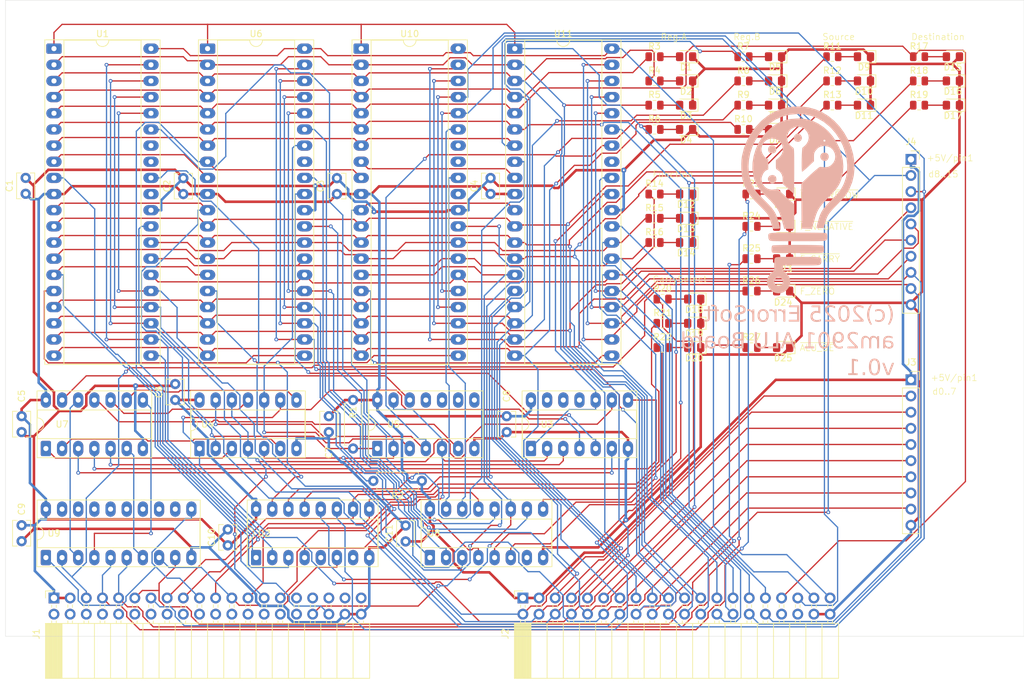
<source format=kicad_pcb>
(kicad_pcb (version 20241229) (generator "pcbnew") (generator_version "9.0")
  (title_block (comment 4 "AISLER Project ID: ZZWDCBUI"))
  (layers (0 "F.Cu" signal) (2 "B.Cu" signal) (13 "F.Paste" user) (15 "B.Paste" user) (5 "F.SilkS" user "F.Silkscreen") (7 "B.SilkS" user "B.Silkscreen") (1 "F.Mask" user) (3 "B.Mask" user) (25 "Edge.Cuts" user))
  (net 0 "")
  (net 1 "/aclkl")
  (net 2 "/op8l")
  (net 3 "/op16")
  (net 5 "CARRYSEL2")
  (net 8 "/op8h")
  (net 10 "/alulatch")
  (net 11 "/~{zeroflag}")
  (net 12 "/acarryin")
  (net 13 "/~{overflowflag}")
  (net 23 "/aclkh")
  (net 24 "/~{carryflag}")
  (net 26 "+5V")
  (net 30 "/~{negativeflag}")
  (net 33 "GND")
  (net 35 "CARRYSEL0")
  (net 36 "CARRYSEL1")
  (net 38 "/~{acarry}")
  (net 39 "CTL.CI1")
  (net 41 "CTL.CI2")
  (net 42 "AD15")
  (net 43 "CTL.CB0")
  (net 44 "AD13")
  (net 45 "AD10")
  (net 46 "CTL.CB3")
  (net 47 "AD6")
  (net 48 "CTL.CA3")
  (net 49 "CTL.CI4")
  (net 50 "CTL.CA0")
  (net 51 "AD8")
  (net 52 "AD9")
  (net 53 "AD1")
  (net 54 "CTL.COE")
  (net 55 "CTL.CB2")
  (net 56 "AD7")
  (net 57 "AD4")
  (net 58 "AD12")
  (net 59 "AD14")
  (net 60 "CTL.CI8")
  (net 61 "AD11")
  (net 62 "CTL.CI7")
  (net 63 "CTL.CA2")
  (net 65 "AD0")
  (net 66 "AD5")
  (net 67 "CTL.CI0")
  (net 68 "CTL.CB1")
  (net 69 "CTL.CI6")
  (net 70 "CTL.CI3")
  (net 71 "AD3")
  (net 72 "CTL.CI5")
  (net 73 "CTL.CA1")
  (net 74 "AD2")
  (net 75 "/AF0L")
  (net 76 "/AF0H")
  (net 79 "Net-(U1-Q3)")
  (net 81 "/aram0")
  (net 82 "/aq0")
  (net 83 "Net-(U1-RAM3)")
  (net 84 "/aram3")
  (net 86 "/alucarry16")
  (net 87 "/alucarry8")
  (net 88 "/aq0m")
  (net 89 "/aq3")
  (net 90 "/aram0m")
  (net 93 "Net-(U3-Pad3)")
  (net 94 "/ANEGH")
  (net 97 "Net-(U3-Pad6)")
  (net 98 "Net-(U3-Pad8)")
  (net 99 "/ANEGL")
  (net 100 "Net-(U4-Pad8)")
  (net 101 "/AOVFL")
  (net 102 "/AOVFH")
  (net 103 "Net-(U4-Pad6)")
  (net 104 "Net-(U4-Pad3)")
  (net 105 "Net-(U4-Pad11)")
  (net 107 "Net-(U5-Pad6)")
  (net 110 "Net-(U5-Pad12)")
  (net 113 "Net-(U6-Cn)")
  (net 114 "/~{aluneg}")
  (net 115 "/~{aluzero}")
  (net 116 "/~{aluovf}")
  (net 117 "Net-(U11-Cn)")
  (net 129 "Net-(U10-RAM3)")
  (net 131 "Net-(U10-Q3)")
  (net 133 "/~{p0}")
  (net 134 "/~{g0}")
  (net 135 "/~{g1}")
  (net 136 "/~{p1}")
  (net 137 "/~{g2}")
  (net 138 "/~{p3}")
  (net 139 "/~{p2}")
  (net 140 "/~{g3}")
  (net 141 "Net-(D1-A)")
  (net 142 "Net-(D2-A)")
  (net 143 "Net-(D3-A)")
  (net 144 "Net-(D4-A)")
  (net 145 "Net-(D5-A)")
  (net 146 "Net-(D6-A)")
  (net 147 "Net-(D7-A)")
  (net 148 "Net-(D8-A)")
  (net 149 "Net-(D9-A)")
  (net 150 "Net-(D10-A)")
  (net 151 "Net-(D11-A)")
  (net 152 "Net-(D12-A)")
  (net 153 "Net-(D13-A)")
  (net 154 "Net-(D14-A)")
  (net 155 "Net-(D15-A)")
  (net 156 "Net-(D16-A)")
  (net 157 "Net-(D17-A)")
  (net 158 "Net-(D18-A)")
  (net 159 "Net-(D19-A)")
  (net 160 "Net-(D20-A)")
  (net 161 "Net-(D21-A)")
  (net 162 "Net-(D22-A)")
  (net 163 "Net-(D23-A)")
  (net 164 "Net-(D24-A)")
  (net 165 "Net-(D25-A)")
  (footprint "Package_DIP:DIP-16_W7.62mm_Socket_LongPads" (layer "F.Cu") (at 114.935 113.03 90)
    (property "Reference" "U8")
    (property "Value" "74S182")
  )
  (footprint "LED_SMD:LED_0805_2012Metric_Pad1.15x1.40mm_HandSolder" (layer "F.Cu") (at 183.125 34.29 180)
    (property "Reference" "D9")
    (property "Value" "Blue")
  )
  (footprint "LED_SMD:LED_0805_2012Metric_Pad1.15x1.40mm_HandSolder" (layer "F.Cu") (at 169.155 34.29 180)
    (property "Reference" "D5")
    (property "Value" "Yellow")
  )
  (footprint "Capacitor_THT:C_Disc_D3.8mm_W2.6mm_P2.50mm" (layer "F.Cu") (at 99.06 90.805 -90)
    (property "Reference" "C7")
    (property "Value" "100nF")
  )
  (footprint "LED_SMD:LED_0805_2012Metric_Pad1.15x1.40mm_HandSolder" (layer "F.Cu") (at 155.185 34.29 180)
    (property "Reference" "D1")
    (property "Value" "Red")
  )
  (footprint "Resistor_SMD:R_0805_2012Metric" (layer "F.Cu") (at 165.4575 71.12)
    (property "Reference" "R26")
    (property "Value" "1K5")
  )
  (footprint "LED_SMD:LED_0805_2012Metric_Pad1.15x1.40mm_HandSolder" (layer "F.Cu") (at 169.155 38.1 180)
    (property "Reference" "D6")
    (property "Value" "Yellow")
  )
  (footprint "Capacitor_THT:C_Disc_D3.8mm_W2.6mm_P2.50mm" (layer "F.Cu") (at 100.33 55.88 90)
    (property "Reference" "C3")
    (property "Value" "100nF")
  )
  (footprint "LED_SMD:LED_0805_2012Metric_Pad1.15x1.40mm_HandSolder" (layer "F.Cu") (at 156.455 80.01 180)
    (property "Reference" "D20")
    (property "Value" "White")
  )
  (footprint "Package_DIP:DIP-20_W7.62mm_Socket_LongPads" (layer "F.Cu") (at 54.61 113.03 90)
    (property "Reference" "U9")
    (property "Value" "74LS373")
  )
  (footprint "Resistor_SMD:R_0805_2012Metric" (layer "F.Cu") (at 164.1875 38.1)
    (property "Reference" "R8")
    (property "Value" "1K5")
  )
  (footprint "Resistor_THT:R_Axial_DIN0207_L6.3mm_D2.5mm_P7.62mm_Horizontal" (layer "F.Cu") (at 102.87 95.885 90)
    (property "Reference" "R1")
    (property "Value" "1K")
  )
  (footprint "Resistor_SMD:R_0805_2012Metric" (layer "F.Cu") (at 165.4575 80.01)
    (property "Reference" "R27")
    (property "Value" "1K5")
  )
  (footprint "Package_DIP:DIP-14_W7.62mm_Socket_LongPads" (layer "F.Cu") (at 106.68 95.885 90)
    (property "Reference" "U5")
    (property "Value" "74LS10")
  )
  (footprint "Package_DIP:DIP-14_W7.62mm_Socket_LongPads" (layer "F.Cu") (at 78.74 95.885 90)
    (property "Reference" "U4")
    (property "Value" "74LS00")
  )
  (footprint "LED_SMD:LED_0805_2012Metric_Pad1.15x1.40mm_HandSolder" (layer "F.Cu") (at 169.155 41.91 180)
    (property "Reference" "D7")
    (property "Value" "Yellow")
  )
  (footprint "Resistor_SMD:R_0805_2012Metric" (layer "F.Cu") (at 164.1875 41.91)
    (property "Reference" "R9")
    (property "Value" "1K5")
  )
  (footprint "Resistor_SMD:R_0805_2012Metric" (layer "F.Cu") (at 164.1875 45.72)
    (property "Reference" "R10")
    (property "Value" "1K5")
  )
  (footprint "LED_SMD:LED_0805_2012Metric_Pad1.15x1.40mm_HandSolder" (layer "F.Cu") (at 183.125 41.91 180)
    (property "Reference" "D11")
    (property "Value" "Blue")
  )
  (footprint "Resistor_SMD:R_0805_2012Metric" (layer "F.Cu") (at 178.1575 38.1)
    (property "Reference" "R12")
    (property "Value" "1K5")
  )
  (footprint "Resistor_SMD:R_0805_2012Metric" (layer "F.Cu") (at 151.4875 80.01)
    (property "Reference" "R22")
    (property "Value" "1K5")
  )
  (footprint "LED_SMD:LED_0805_2012Metric_Pad1.15x1.40mm_HandSolder" (layer "F.Cu") (at 170.425 71.12 180)
    (property "Reference" "D24")
    (property "Value" "Green")
  )
  (footprint "Package_DIP:DIP-40_W15.24mm_Socket_LongPads" (layer "F.Cu") (at 80.01 33.02)
    (property "Reference" "U6")
    (property "Value" "am2901")
  )
  (footprint "Connector_PinSocket_2.54mm:PinSocket_1x10_P2.54mm_Vertical" (layer "F.Cu") (at 190.5 50.419)
    (property "Reference" "J4")
    (property "Value" "disp_adhigh")
  )
  (footprint "Connector_PinSocket_2.54mm:PinSocket_1x10_P2.54mm_Vertical" (layer "F.Cu") (at 190.5 85.09)
    (property "Reference" "J3")
    (property "Value" "disp_adlow")
  )
  (footprint "Package_DIP:DIP-40_W15.24mm_Socket_LongPads" (layer "F.Cu") (at 55.88 33.02)
    (property "Reference" "U1")
    (property "Value" "am2901")
  )
  (footprint "Capacitor_THT:C_Disc_D3.8mm_W2.6mm_P2.50mm" (layer "F.Cu") (at 74.93 88.245 90)
    (property "Reference" "C6")
    (property "Value" "100nF")
  )
  (footprint "Capacitor_THT:C_Disc_D3.8mm_W2.6mm_P2.50mm" (layer "F.Cu") (at 50.8 107.95 -90)
    (property "Reference" "C9")
    (property "Value" "100nF")
  )
  (footprint "Package_DIP:DIP-14_W7.62mm_Socket_LongPads" (layer "F.Cu") (at 54.61 95.885 90)
    (property "Reference" "U7")
    (property "Value" "74LS11")
  )
  (footprint "LED_SMD:LED_0805_2012Metric_Pad1.15x1.40mm_HandSolder" (layer "F.Cu") (at 155.185 38.1 180)
    (property "Reference" "D2")
    (property "Value" "Red")
  )
  (footprint "Capacitor_THT:C_Disc_D3.8mm_W2.6mm_P2.50mm" (layer "F.Cu") (at 124.46 55.86 90)
    (property "Reference" "C4")
    (property "Value" "100nF")
  )
  (footprint "Resistor_THT:R_Axial_DIN0207_L6.3mm_D2.5mm_P7.62mm_Horizontal" (layer "F.Cu") (at 113.665 100.965 180)
    (property "Reference" "R2")
    (property "Value" "1K")
  )
  (footprint "LED_SMD:LED_0805_2012Metric_Pad1.15x1.40mm_HandSolder" (layer "F.Cu") (at 197.095 41.91 180)
    (property "Reference" "D17")
    (property "Value" "Green")
  )
  (footprint "Resistor_SMD:R_0805_2012Metric" (layer "F.Cu") (at 165.4575 60.96)
    (property "Reference" "R24")
    (property "Value" "1K5")
  )
  (footprint "Resistor_SMD:R_0805_2012Metric" (layer "F.Cu") (at 150.2175 59.69)
    (property "Reference" "R15")
    (property "Value" "1K5")
  )
  (footprint "LED_SMD:LED_0805_2012Metric_Pad1.15x1.40mm_HandSolder" (layer "F.Cu") (at 156.455 76.2 180)
    (property "Reference" "D19")
    (property "Value" "White")
  )
  (footprint "Resistor_SMD:R_0805_2012Metric" (layer "F.Cu") (at 164.1875 34.29)
    (property "Reference" "R7")
    (property "Value" "1K5")
  )
  (footprint "LED_SMD:LED_0805_2012Metric_Pad1.15x1.40mm_HandSolder" (layer "F.Cu") (at 169.155 45.72 180)
    (property "Reference" "D8")
    (property "Value" "Yellow")
  )
  (footprint "Package_DIP:DIP-40_W15.24mm_Socket_LongPads" (layer "F.Cu") (at 104.14 33.02)
    (property "Reference" "U10")
    (property "Value" "am2901")
  )
  (footprint "Capacitor_THT:C_Disc_D3.8mm_W2.6mm_P2.50mm" (layer "F.Cu") (at 127 90.805 -90)
    (property "Reference" "C8")
    (property "Value" "100nF")
  )
  (footprint "Capacitor_THT:C_Disc_D3.8mm_W2.6mm_P2.50mm" (layer "F.Cu") (at 50.8 90.805 -90)
    (property "Reference" "C5")
    (property "Value" "100nF")
  )
  (footprint "Resistor_SMD:R_0805_2012Metric" (layer "F.Cu") (at 151.4875 76.2)
    (property "Reference" "R21")
    (property "Value" "1K5")
  )
  (footprint "Resistor_SMD:R_0805_2012Metric" (layer "F.Cu") (at 150.2175 38.1)
    (property "Reference" "R4")
    (property "Value" "1K5")
  )
  (footprint "Resistor_SMD:R_0805_2012Metric" (layer "F.Cu") (at 191.77 41.91)
    (property "Reference" "R19")
    (property "Value" "1K5")
  )
  (footprint "LED_SMD:LED_0805_2012Metric_Pad1.15x1.40mm_HandSolder" (layer "F.Cu") (at 170.425 80.01 180)
    (property "Reference" "D25")
    (property "Value" "Blue")
  )
  (footprint "Connector_PinSocket_2.54mm:PinSocket_2x20_P2.54mm_Horizontal" (layer "F.Cu") (at 129.54 119.38 90)
    (property "Reference" "J2")
    (property "Value" "backplane 1")
  )
  (footprint "Resistor_SMD:R_0805_2012Metric" (layer "F.Cu") (at 178.1575 34.29)
    (property "Reference" "R11")
    (property "Value" "1K5")
  )
  (footprint "Resistor_SMD:R_0805_2012Metric" (layer "F.Cu") (at 191.77 34.29)
    (property "Reference" "R17")
    (property "Value" "1K5")
  )
  (footprint "LED_SMD:LED_0805_2012Metric_Pad1.15x1.40mm_HandSolder" (layer "F.Cu") (at 155.185 59.69 180)
    (property "Reference" "D13")
    (property "Value" "Yellow")
  )
  (footprint "LED_SMD:LED_0805_2012Metric_Pad1.15x1.40mm_HandSolder" (layer "F.Cu") (at 155.185 55.88 180)
    (property "Reference" "D12")
    (property "Value" "Yellow")
  )
  (footprint "Package_DIP:DIP-16_W7.62mm_Socket_LongPads" (layer "F.Cu") (at 87.63 113.03 90)
    (property "Reference" "U2")
    (property "Value" "74LS151")
  )
  (footprint "LED_SMD:LED_0805_2012Metric_Pad1.15x1.40mm_HandSolder" (layer "F.Cu") (at 170.425 66.04 180)
    (property "Reference" "D23")
    (property "Value" "Green")
  )
  (footprint "LED_SMD:LED_0805_2012Metric_Pad1.15x1.40mm_HandSolder" (layer "F.Cu") (at 155.185 45.72 180)
    (property "Reference" "D4")
    (property "Value" "Red")
  )
  (footprint "Resistor_SMD:R_0805_2012Metric" (layer "F.Cu") (at 150.2175 63.5)
    (property "Reference" "R16")
    (property "Value" "1K5")
  )
  (footprint "LED_SMD:LED_0805_2012Metric_Pad1.15x1.40mm_HandSolder" (layer "F.Cu") (at 170.425 60.96 180)
    (property "Reference" "D22")
    (property "Value" "Green")
  )
  (footprint "Capacitor_THT:C_Disc_D3.8mm_W2.6mm_P2.50mm" (layer "F.Cu") (at 51.435 55.84 90)
    (property "Reference" "C1")
    (property "Value" "100nF")
  )
  (footprint "Resistor_SMD:R_0805_2012Metric" (layer "F.Cu") (at 191.77 38.1)
    (property "Reference" "R18")
    (property "Value" "1K5")
  )
  (footprint "Package_DIP:DIP-40_W15.24mm_Socket_LongPads" (layer "F.Cu") (at 128.27 33.02)
    (property "Reference" "U11")
    (property "Value" "am2901")
  )
  (footprint "LED_SMD:LED_0805_2012Metric_Pad1.15x1.40mm_HandSolder" (layer "F.Cu") (at 156.455 72.39 180)
    (property "Reference" "D18")
    (property "Value" "White")
  )
  (footprint "LED_SMD:LED_0805_2012Metric_Pad1.15x1.40mm_HandSolder" (layer "F.Cu") (at 197.095 38.1 180)
    (property "Reference" "D16")
    (property "Value" "Green")
  )
  (footprint "LED_SMD:LED_0805_2012Metric_Pad1.15x1.40mm_HandSolder" (layer "F.Cu") (at 155.185 41.91 180)
    (property "Reference" "D3")
    (property "Value" "Red")
  )
  (footprint "Capacitor_THT:C_Disc_D3.8mm_W2.6mm_P2.50mm" (layer "F.Cu") (at 76.2 55.88 90)
    (property "Reference" "C2")
    (property "Value" "100nF")
  )
  (footprint "Package_DIP:DIP-14_W7.62mm_Socket_LongPads" (layer "F.Cu") (at 130.81 95.885 90)
    (property "Reference" "U3")
    (property "Value" "74LS00")
  )
  (footprint "LED_SMD:LED_0805_2012Metric_Pad1.15x1.40mm_HandSolder" (layer "F.Cu") (at 155.185 63.5 180)
    (property "Reference" "D14")
    (property "Value" "Yellow")
  )
  (footprint "Resistor_SMD:R_0805_2012Metric" (layer "F.Cu") (at 165.4575 55.88)
    (property "Reference" "R23")
    (property "Value" "1K5")
  )
  (footprint "Capacitor_THT:C_Disc_D3.8mm_W2.6mm_P2.50mm" (layer "F.Cu") (at 111.125 110.49 90)
    (property "Reference" "C11")
    (property "Value" "100nF")
  )
  (footprint "LED_SMD:LED_0805_2012Metric_Pad1.15x1.40mm_HandSolder" (layer "F.Cu") (at 170.425 55.88 180)
    (property "Reference" "D21")
    (property "Value" "Green")
  )
  (footprint "Resistor_SMD:R_0805_2012Metric" (layer "F.Cu") (at 150.2175 34.29)
    (property "Reference" "R3")
    (property "Value" "1K5")
  )
  (footprint "Resistor_SMD:R_0805_2012Metric" (layer "F.Cu") (at 178.1575 41.91)
    (property "Reference" "R13")
    (property "Value" "1K5")
  )
  (footprint "Resistor_SMD:R_0805_2012Metric" (layer "F.Cu") (at 150.2175 45.72)
    (property "Reference" "R6")
    (property "Value" "1K5")
  )
  (footprint "Capacitor_THT:C_Disc_D3.8mm_W2.6mm_P2.50mm" (layer "F.Cu") (at 83.185 111.105 90)
    (property "Reference" "C10")
    (property "Value" "100nF")
  )
  (footprint "Resistor_SMD:R_0805_2012Metric" (layer "F.Cu") (at 150.2175 55.88)
    (property "Reference" "R14")
    (property "Value" "1K5")
  )
  (footprint "LED_SMD:LED_0805_2012Metric_Pad1.15x1.40mm_HandSolder" (layer "F.Cu") (at 197.095 34.29 180)
    (property "Reference" "D15")
    (property "Value" "Green")
  )
  (footprint "Resistor_SMD:R_0805_2012Metric" (layer "F.Cu") (at 150.2175 41.91)
    (property "Reference" "R5")
    (property "Value" "1K5")
  )
  (footprint "Connector_PinSocket_2.54mm:PinSocket_2x20_P2.54mm_Horizontal" (layer "F.Cu") (at 55.88 119.38 90)
    (property "Reference" "J1")
    (property "Value" "backplane 2")
  )
  (footprint "Resistor_SMD:R_0805_2012Metric" (layer "F.Cu") (at 151.4875 72.39)
    (property "Reference" "R20")
    (property "Value" "1K5")
  )
  (footprint "LED_SMD:LED_0805_2012Metric_Pad1.15x1.40mm_HandSolder" (layer "F.Cu") (at 183.125 38.1 180)
    (property "Reference" "D10")
    (property "Value" "Blue")
  )
  (footprint "Resistor_SMD:R_0805_2012Metric" (layer "F.Cu") (at 165.4575 66.04)
    (property "Reference" "R25")
    (property "Value" "1K5")
  )
  (footprint "LOGO" (layer "B.Cu") (at 172.72 56.82 180)
    (property "Reference" "logo" (hide yes))
    (property "Value" "LOGO" (hide yes))
  )
  (gr_rect (start 48.26 25.4) (end 208.26 125.4) (stroke (width 0.05)) (fill no) (layer "Edge.Cuts"))
  (gr_text "+5V/pin1" (at 193.548 85.344 0) (layer "F.SilkS") (effects (font (size 1 1) (thickness 0.1)) (justify left bottom)))
  (gr_text "Reg.B" (at 162.56 31.75 0) (layer "F.SilkS") (effects (font (size 1 1) (thickness 0.1)) (justify left bottom)))
  (gr_text "d0..7" (at 193.802 87.503 0) (layer "F.SilkS") (effects (font (size 1 1) (thickness 0.1)) (justify left bottom)))
  (gr_text "Function" (at 149.86 53.34 0) (layer "F.SilkS") (effects (font (size 1 1) (thickness 0.1)) (justify left bottom)))
  (gr_text "~{F_ZERO}" (at 172.974 71.755 0) (layer "F.SilkS") (effects (font (size 1 1) (thickness 0.1)) (justify left bottom)))
  (gr_text "~{F_NEGATIVE}" (at 172.974 61.595 0) (layer "F.SilkS") (effects (font (size 1 1) (thickness 0.1)) (justify left bottom)))
  (gr_text "~{F_OVERFLOW}" (at 172.974 56.642 0) (layer "F.SilkS") (effects (font (size 1 1) (thickness 0.1)) (justify left bottom)))
  (gr_text "Reg.A" (at 151.13 31.75 0) (layer "F.SilkS") (effects (font (size 1 1) (thickness 0.1)) (justify left bottom)))
  (gr_text "CarrySelect" (at 149.86 69.85 0) (layer "F.SilkS") (effects (font (size 1 1) (thickness 0.1)) (justify left bottom)))
  (gr_text "+5V/pin1" (at 192.913 50.8 0) (layer "F.SilkS") (effects (font (size 1 1) (thickness 0.1)) (justify left bottom)))
  (gr_text "~{F_CARRY}" (at 172.974 66.675 0) (layer "F.SilkS") (effects (font (size 1 1) (thickness 0.1)) (justify left bottom)))
  (gr_text "Source" (at 176.53 31.75 0) (layer "F.SilkS") (effects (font (size 1 1) (thickness 0.1)) (justify left bottom)))
  (gr_text "~{ALU_OE}" (at 172.974 80.645 0) (layer "F.SilkS") (effects (font (size 1 1) (thickness 0.1)) (justify left bottom)))
  (gr_text "d8..15" (at 193.167 53.34 0) (layer "F.SilkS") (effects (font (size 1 1) (thickness 0.1)) (justify left bottom)))
  (gr_text "Destination" (at 190.5 31.75 0) (layer "F.SilkS") (effects (font (size 1 1) (thickness 0.1)) (justify left bottom)))
  (gr_text "(c)2025 ErrorSoft\nam2901 ALU Board\nv0.1" (at 187.96 84.76 0) (layer "B.SilkS") (effects (font (size 2.5 2.5) (thickness 0.1)) (justify left bottom mirror)))
  (segment (start 55.88 68.58) (end 57.15 67.31) (width 0.2) (layer "F.Cu") (net 1))
  (segment (start 78.105 68.58) (end 80.01 68.58) (width 0.2) (layer "F.Cu") (net 1))
  (segment (start 57.15 67.31) (end 76.835 67.31) (width 0.2) (layer "F.Cu") (net 1))
  (segment (start 76.835 67.31) (end 78.105 68.58) (width 0.2) (layer "F.Cu") (net 1))
  (segment (start 97.79 120.65) (end 99.06 121.92) (width 0.2) (layer "B.Cu") (net 1))
  (segment (start 55.88 68.58) (end 57.3801 68.58) (width 0.2) (layer "B.Cu") (net 1))
  (segment (start 57.3801 73.4163) (end 67.1129 83.1491) (width 0.2) (layer "B.Cu") (net 1))
  (segment (start 67.1129 83.1491) (end 67.3837 83.1491) (width 0.2) (layer "B.Cu") (net 1))
  (segment (start 57.3801 68.58) (end 57.3801 73.4163) (width 0.2) (layer "B.Cu") (net 1))
  (segment (start 85.2511 109.0781) (end 85.2511 113.5665) (width 0.2) (layer "B.Cu") (net 1))
  (segment (start 90.7463 117.0597) (end 92.8298 119.1432) (width 0.2) (layer "B.Cu") (net 1))
  (segment (start 71.7792 95.6062) (end 85.2511 109.0781) (width 0.2) (layer "B.Cu") (net 1))
  (segment (start 93.5831 120.65) (end 97.79 120.65) (width 0.2) (layer "B.Cu") (net 1))
  (segment (start 67.3837 83.1491) (end 71.7792 87.5446) (width 0.2) (layer "B.Cu") (net 1))
  (segment (start 88.7443 117.0597) (end 90.7463 117.0597) (width 0.2) (layer "B.Cu") (net 1))
  (segment (start 92.8298 119.8967) (end 93.5831 120.65) (width 0.2) (layer "B.Cu") (net 1))
  (segment (start 71.7792 87.5446) (end 71.7792 95.6062) (width 0.2) (layer "B.Cu") (net 1))
  (segment (start 92.8298 119.1432) (end 92.8298 119.8967) (width 0.2) (layer "B.Cu") (net 1))
  (segment (start 85.2511 113.5665) (end 88.7443 117.0597) (width 0.2) (layer "B.Cu") (net 1))
  (segment (start 91.44 88.265) (end 91.44 89.7651) (width 0.2) (layer "F.Cu") (net 2))
  (segment (start 88.7312 117.0088) (end 88.7312 109.9493) (width 0.2) (layer "F.Cu") (net 2))
  (segment (start 96.2341 89.7651) (end 99.2693 86.7299) (width 0.2) (layer "F.Cu") (net 2))
  (segment (start 86.36 119.38) (end 88.7312 117.0088) (width 0.2) (layer "F.Cu") (net 2))
  (segment (start 90.189 91.0161) (end 91.44 89.7651) (width 0.2) (layer "F.Cu") (net 2))
  (segment (start 110.49 88.9817) (end 111.2735 89.7652) (width 0.2) (layer "F.Cu") (net 2))
  (segment (start 109.659 86.7299) (end 110.49 87.5609) (width 0.2) (layer "F.Cu") (net 2))
  (segment (start 99.2693 86.7299) (end 109.659 86.7299) (width 0.2) (layer "F.Cu") (net 2))
  (segment (start 125.5402 89.7015) (end 128.9635 89.7015) (width 0.2) (layer "F.Cu") (net 2))
  (segment (start 88.7312 109.9493) (end 89.42 109.2605) (width 0.2) (layer "F.Cu") (net 2))
  (segment (start 125.4765 89.7652) (end 125.5402 89.7015) (width 0.2) (layer "F.Cu") (net 2))
  (segment (start 91.44 89.7651) (end 96.2341 89.7651) (width 0.2) (layer "F.Cu") (net 2))
  (segment (start 110.49 87.5609) (end 110.49 88.9817) (width 0.2) (layer "F.Cu") (net 2))
  (segment (start 111.2735 89.7652) (end 125.4765 89.7652) (width 0.2) (layer "F.Cu") (net 2))
  (segment (start 130.488 91.226) (end 136.1992 91.226) (width 0.2) (layer "F.Cu") (net 2))
  (segment (start 128.9635 89.7015) (end 130.488 91.226) (width 0.2) (layer "F.Cu") (net 2))
  (segment (start 76.1824 91.0161) (end 90.189 91.0161) (width 0.2) (layer "F.Cu") (net 2))
  (via (at 136.1992 91.226) (size 0.6) (drill 0.3) (layers "F.Cu" "B.Cu") (net 2))
  (via (at 76.1824 91.0161) (size 0.6) (drill 0.3) (layers "F.Cu" "B.Cu") (net 2))
  (via (at 89.42 109.2605) (size 0.6) (drill 0.3) (layers "F.Cu" "B.Cu") (net 2))
  (segment (start 138.43 93.4568) (end 138.43 95.885) (width 0.2) (layer "B.Cu") (net 2))
  (segment (start 78.74 98.5805) (end 89.42 109.2605) (width 0.2) (layer "B.Cu") (net 2))
  (segment (start 136.1992 91.226) (end 138.43 93.4568) (width 0.2) (layer "B.Cu") (net 2))
  (segment (start 78.74 95.885) (end 78.74 98.5805) (width 0.2) (layer "B.Cu") (net 2))
  (segment (start 76.1824 93.3274) (end 76.1824 91.0161) (width 0.2) (layer "B.Cu") (net 2))
  (segment (start 78.74 95.885) (end 76.1824 93.3274) (width 0.2) (layer "B.Cu") (net 2))
  (segment (start 116.84 95.885) (end 116.84 97.3851) (width 0.2) (layer "F.Cu") (net 3))
  (segment (start 132.8904 97.8447) (end 133.35 97.3851) (width 0.2) (layer "F.Cu") (net 3))
  (segment (start 104.9535 108.7883) (end 108.956 104.7858) (width 0.2) (layer "F.Cu") (net 3))
  (segment (start 116.84 97.3851) (end 117.2996 97.8447) (width 0.2) (layer "F.Cu") (net 3))
  (segment (start 133.35 95.885) (end 133.35 97.3851) (width 0.2) (layer "F.Cu") (net 3))
  (segment (start 113.3239 103.9098) (end 116.4733 103.9098) (width 0.2) (layer "F.Cu") (net 3))
  (segment (start 116.4733 103.9098) (end 116.936 103.4471) (width 0.2) (layer "F.Cu") (net 3))
  (segment (start 91.44 119.38) (end 94.0664 116.7536) (width 0.2) (layer "F.Cu") (net 3))
  (segment (start 94.0664 116.7536) (end 94.0664 112.1328) (width 0.2) (layer "F.Cu") (net 3))
  (segment (start 112.4479 104.7858) (end 113.3239 103.9098) (width 0.2) (layer "F.Cu") (net 3))
  (segment (start 97.4109 108.7883) (end 104.9535 108.7883) (width 0.2) (layer "F.Cu") (net 3))
  (segment (start 94.0664 112.1328) (end 97.4109 108.7883) (width 0.2) (layer "F.Cu") (net 3))
  (segment (start 108.956 104.7858) (end 112.4479 104.7858) (width 0.2) (layer "F.Cu") (net 3))
  (segment (start 117.2996 97.8447) (end 132.8904 97.8447) (width 0.2) (layer "F.Cu") (net 3))
  (via (at 116.936 103.4471) (size 0.6) (drill 0.3) (layers "F.Cu" "B.Cu") (net 3))
  (segment (start 109.22 88.265) (end 109.22 89.7651) (width 0.2) (layer "B.Cu") (net 3))
  (segment (start 116.84 97.3851) (end 116.936 97.4811) (width 0.2) (layer "B.Cu") (net 3))
  (segment (start 116.84 95.885) (end 116.84 94.3849) (width 0.2) (layer "B.Cu") (net 3))
  (segment (start 112.2202 89.7651) (end 116.84 94.3849) (width 0.2) (layer "B.Cu") (net 3))
  (segment (start 109.22 89.7651) (end 112.2202 89.7651) (width 0.2) (layer "B.Cu") (net 3))
  (segment (start 116.936 97.4811) (end 116.936 103.4471) (width 0.2) (layer "B.Cu") (net 3))
  (segment (start 116.84 95.885) (end 116.84 97.3851) (width 0.2) (layer "B.Cu") (net 3))
  (segment (start 105.41 105.41) (end 105.41 106.9101) (width 0.2) (layer "F.Cu") (net 5))
  (segment (start 151.3616 80.7966) (end 151.3616 98.0754) (width 0.2) (layer "F.Cu") (net 5))
  (segment (start 115.4736 103.1091) (end 112.0857 103.1091) (width 0.2) (layer "F.Cu") (net 5))
  (segment (start 112.0857 103.1091) (end 111.2849 103.9099) (width 0.2) (layer "F.Cu") (net 5))
  (segment (start 105.41 106.9101) (end 104.6255 107.6946) (width 0.2) (layer "F.Cu") (net 5))
  (segment (start 111.2849 103.9099) (end 105.41 103.9099) (width 0.2) (layer "F.Cu") (net 5))
  (segment (start 151.3616 98.0754) (end 147.3245 102.1125) (width 0.2) (layer "F.Cu") (net 5))
  (segment (start 105.41 105.41) (end 105.41 103.9099) (width 0.2) (layer "F.Cu") (net 5))
  (segment (start 82.0038 115.2619) (end 80.3181 115.2619) (width 0.2) (layer "F.Cu") (net 5))
  (segment (start 104.6255 107.6946) (end 89.5711 107.6946) (width 0.2) (layer "F.Cu") (net 5))
  (segment (start 147.3245 102.1125) (end 116.4702 102.1125) (width 0.2) (layer "F.Cu") (net 5))
  (segment (start 150.575 80.01) (end 151.3616 80.7966) (width 0.2) (layer "F.Cu") (net 5))
  (segment (start 80.3181 115.2619) (end 76.2 119.38) (width 0.2) (layer "F.Cu") (net 5))
  (segment (start 116.4702 102.1125) (end 115.4736 103.1091) (width 0.2) (layer "F.Cu") (net 5))
  (segment (start 89.5711 107.6946) (end 82.0038 115.2619) (width 0.2) (layer "F.Cu") (net 5))
  (segment (start 118.11 96.6071) (end 118.8951 97.3922) (width 0.2) (layer "F.Cu") (net 8))
  (segment (start 115.57 95.1397) (end 116.325 94.3847) (width 0.2) (layer "F.Cu") (net 8))
  (segment (start 116.325 94.3847) (end 117.3138 94.3847) (width 0.2) (layer "F.Cu") (net 8))
  (segment (start 118.11 95.1809) (end 118.11 96.6071) (width 0.2) (layer "F.Cu") (net 8))
  (segment (start 120.5275 96.6962) (end 120.5275 94.8934) (width 0.2) (layer "F.Cu") (net 8))
  (segment (start 143.51 88.265) (end 143.51 89.7651) (width 0.2) (layer "F.Cu") (net 8))
  (segment (start 115.57 96.6137) (end 115.57 95.1397) (width 0.2) (layer "F.Cu") (net 8))
  (segment (start 141.217 92.0581) (end 143.51 89.7651) (width 0.2) (layer "F.Cu") (net 8))
  (segment (start 88.0713 97.9427) (end 114.241 97.9427) (width 0.2) (layer "F.Cu") (net 8))
  (segment (start 89.1796 100.3092) (end 84.2852 105.2036) (width 0.2) (layer "F.Cu") (net 8))
  (segment (start 119.8315 97.3922) (end 120.5275 96.6962) (width 0.2) (layer "F.Cu") (net 8))
  (segment (start 123.3628 92.0581) (end 141.217 92.0581) (width 0.2) (layer "F.Cu") (net 8))
  (segment (start 120.5275 94.8934) (end 123.3628 92.0581) (width 0.2) (layer "F.Cu") (net 8))
  (segment (start 118.8951 97.3922) (end 119.8315 97.3922) (width 0.2) (layer "F.Cu") (net 8))
  (segment (start 117.3138 94.3847) (end 118.11 95.1809) (width 0.2) (layer "F.Cu") (net 8))
  (segment (start 114.241 97.9427) (end 115.57 96.6137) (width 0.2) (layer "F.Cu") (net 8))
  (segment (start 84.2852 105.2036) (end 84.2852 109.3504) (width 0.2) (layer "F.Cu") (net 8))
  (segment (start 87.8463 97.7177) (end 88.0713 97.9427) (width 0.2) (layer "F.Cu") (net 8))
  (via (at 87.8463 97.7177) (size 0.6) (drill 0.3) (layers "F.Cu" "B.Cu") (net 8))
  (via (at 89.1796 100.3092) (size 0.6) (drill 0.3) (layers "F.Cu" "B.Cu") (net 8))
  (via (at 84.2852 109.3504) (size 0.6) (drill 0.3) (layers "F.Cu" "B.Cu") (net 8))
  (segment (start 88.9 119.38) (end 84.2852 114.7652) (width 0.2) (layer "B.Cu") (net 8))
  (segment (start 89.1796 99.051) (end 89.1796 100.3092) (width 0.2) (layer "B.Cu") (net 8))
  (segment (start 87.8463 97.7177) (end 89.1796 99.051) (width 0.2) (layer "B.Cu") (net 8))
  (segment (start 84.2852 114.7652) (end 84.2852 109.3504) (width 0.2) (layer "B.Cu") (net 8))
  (segment (start 86.36 93.345) (end 86.36 95.885) (width 0.2) (layer "B.Cu") (net 8))
  (segment (start 86.36 97.3851) (end 87.5137 97.3851) (width 0.2) (layer "B.Cu") (net 8))
  (segment (start 87.5137 97.3851) (end 87.8463 97.7177) (width 0.2) (layer "B.Cu") (net 8))
  (segment (start 83.82 90.805) (end 86.36 93.345) (width 0.2) (layer "B.Cu") (net 8))
  (segment (start 83.82 88.265) (end 83.82 90.805) (width 0.2) (layer "B.Cu") (net 8))
  (segment (start 86.36 95.885) (end 86.36 97.3851) (width 0.2) (layer "B.Cu") (net 8))
  (segment (start 59.69 118.11) (end 54.61 113.03) (width 0.2) (layer "B.Cu") (net 10))
  (segment (start 60.4217 120.5302) (end 59.69 119.7985) (width 0.2) (layer "B.Cu") (net 10))
  (segment (start 67.1902 119.8608) (end 66.5208 120.5302) (width 0.2) (layer "B.Cu") (net 10))
  (segment (start 77.47 105.41) (end 77.47 106.9101) (width 0.2) (layer "B.Cu") (net 10))
  (segment (start 59.69 119.7985) (end 59.69 118.11) (width 0.2) (layer "B.Cu") (net 10))
  (segment (start 71.2899 113.8857) (end 71.8687 114.4644) (width 0.2) (layer "B.Cu") (net 10))
  (segment (start 73.6713 116.2671) (end 75.6271 116.2671) (width 0.2) (layer "B.Cu") (net 10))
  (segment (start 75.6271 116.2671) (end 78.74 119.38) (width 0.2) (layer "B.Cu") (net 10))
  (segment (start 71.8687 114.4644) (end 67.1902 119.1429) (width 0.2) (layer "B.Cu") (net 10))
  (segment (start 71.8687 114.4644) (end 73.6713 116.2671) (width 0.2) (layer "B.Cu") (net 10))
  (segment (start 71.2899 112.1743) (end 71.2899 113.8857) (width 0.2) (layer "B.Cu") (net 10))
  (segment (start 67.1902 119.1429) (end 67.1902 119.8608) (width 0.2) (layer "B.Cu") (net 10))
  (segment (start 66.5208 120.5302) (end 60.4217 120.5302) (width 0.2) (layer "B.Cu") (net 10))
  (segment (start 77.47 106.9101) (end 76.5541 106.9101) (width 0.2) (layer "B.Cu") (net 10))
  (segment (start 76.5541 106.9101) (end 71.2899 112.1743) (width 0.2) (layer "B.Cu") (net 10))
  (segment (start 150.2921 71.12) (end 148.6645 72.7476) (width 0.2) (layer "F.Cu") (net 11))
  (segment (start 97.8854 83.055) (end 97.6147 82.7843) (width 0.2) (layer "F.Cu") (net 11))
  (segment (start 164.545 71.12) (end 150.2921 71.12) (width 0.2) (layer "F.Cu") (net 11))
  (segment (start 96.8005 82.7843) (end 96.4025 83.1823) (width 0.2) (layer "F.Cu") (net 11))
  (segment (start 148.6645 78.137) (end 143.7465 83.055) (width 0.2) (layer "F.Cu") (net 11))
  (segment (start 148.6645 72.7476) (end 148.6645 78.137) (width 0.2) (layer "F.Cu") (net 11))
  (segment (start 96.4025 83.1823) (end 67.7934 83.1823) (width 0.2) (layer "F.Cu") (net 11))
  (segment (start 97.6147 82.7843) (end 96.8005 82.7843) (width 0.2) (layer "F.Cu") (net 11))
  (segment (start 67.7934 83.1823) (end 67.1807 83.795) (width 0.2) (layer "F.Cu") (net 11))
  (segment (start 143.7465 83.055) (end 97.8854 83.055) (width 0.2) (layer "F.Cu") (net 11))
  (via (at 67.1807 83.795) (size 0.6) (drill 0.3) (layers "F.Cu" "B.Cu") (net 11))
  (segment (start 60.96 113.7787) (end 60.96 103.6629) (width 0.2) (layer "B.Cu") (net 11))
  (segment (start 66.04 84.9357) (end 67.1807 83.795) (width 0.2) (layer "B.Cu") (net 11))
  (segment (start 58.6793 116.0594) (end 57.15 114.5301) (width 0.2) (layer "B.Cu") (net 11))
  (segment (start 60.96 118.3401) (end 58.6793 116.0594) (width 0.2) (layer "B.Cu") (net 11))
  (segment (start 58.6793 116.0594) (end 60.96 113.7787) (width 0.2) (layer "B.Cu") (net 11))
  (segment (start 57.15 113.03) (end 57.15 114.5301) (width 0.2) (layer "B.Cu") (net 11))
  (segment (start 60.96 103.6629) (end 66.04 98.5829) (width 0.2) (layer "B.Cu") (net 11))
  (segment (start 60.96 119.38) (end 60.96 118.3401) (width 0.2) (layer "B.Cu") (net 11))
  (segment (start 66.04 98.5829) (end 66.04 84.9357) (width 0.2) (layer "B.Cu") (net 11))
  (segment (start 81.28 116.8347) (end 87.9276 110.1871) (width 0.2) (layer "F.Cu") (net 12))
  (segment (start 89.4435 108.388) (end 87.9276 109.9039) (width 0.2) (layer "F.Cu") (net 12))
  (segment (start 104.6517 108.388) (end 89.4435 108.388) (width 0.2) (layer "F.Cu") (net 12))
  (segment (start 115.7838 103.5096) (end 112.9303 103.5096) (width 0.2) (layer "F.Cu") (net 12))
  (segment (start 122.555 103.9099) (end 121.4625 102.8174) (width 0.2) (layer "F.Cu") (net 12))
  (segment (start 87.9276 109.9039) (end 87.9276 110.1871) (width 0.2) (layer "F.Cu") (net 12))
  (segment (start 112.9303 103.5096) (end 112.1262 104.3137) (width 0.2) (layer "F.Cu") (net 12))
  (segment (start 121.4625 102.8174) (end 116.476 102.8174) (width 0.2) (layer "F.Cu") (net 12))
  (segment (start 116.476 102.8174) (end 115.7838 103.5096) (width 0.2) (layer "F.Cu") (net 12))
  (segment (start 112.1262 104.3137) (end 108.726 104.3137) (width 0.2) (layer "F.Cu") (net 12))
  (segment (start 122.555 105.41) (end 122.555 103.9099) (width 0.2) (layer "F.Cu") (net 12))
  (segment (start 81.28 119.38) (end 81.28 116.8347) (width 0.2) (layer "F.Cu") (net 12))
  (segment (start 108.726 104.3137) (end 104.6517 108.388) (width 0.2) (layer "F.Cu") (net 12))
  (via (at 87.9276 110.1871) (size 0.6) (drill 0.3) (layers "F.Cu" "B.Cu") (net 12))
  (segment (start 71.12 60.96) (end 69.6199 60.96) (width 0.2) (layer "B.Cu") (net 12))
  (segment (start 72.9796 86.2717) (end 72.9796 95.0713) (width 0.2) (layer "B.Cu") (net 12))
  (segment (start 72.9796 95.0713) (end 87.9276 110.0193) (width 0.2) (layer "B.Cu") (net 12))
  (segment (start 69.2198 82.5119) (end 72.9796 86.2717) (width 0.2) (layer "B.Cu") (net 12))
  (segment (start 87.9276 110.0193) (end 87.9276 110.1871) (width 0.2) (layer "B.Cu") (net 12))
  (segment (start 69.6199 60.96) (end 69.2198 61.3601) (width 0.2) (layer "B.Cu") (net 12))
  (segment (start 69.2198 61.3601) (end 69.2198 82.5119) (width 0.2) (layer "B.Cu") (net 12))
  (segment (start 156.7362 124.3683) (end 158.6302 122.4743) (width 0.2) (layer "F.Cu") (net 13))
  (segment (start 63.5 119.38) (end 64.6502 120.5302) (width 0.2) (layer "F.Cu") (net 13))
  (segment (start 158.6302 121.6457) (end 159.7457 120.5302) (width 0.2) (layer "F.Cu") (net 13))
  (segment (start 161.29 119.7985) (end 161.29 114.2431) (width 0.2) (layer "F.Cu") (net 13))
  (segment (start 66.2894 120.5302) (end 67.31 121.5508) (width 0.2) (layer "F.Cu") (net 13))
  (segment (start 159.7457 120.5302) (end 160.5583 120.5302) (width 0.2) (layer "F.Cu") (net 13))
  (segment (start 69.3677 124.3683) (end 156.7362 124.3683) (width 0.2) (layer "F.Cu") (net 13))
  (segment (start 67.31 122.3106) (end 69.3677 124.3683) (width 0.2) (layer "F.Cu") (net 13))
  (segment (start 164.545 56.8349) (end 164.545 55.88) (width 0.2) (layer "F.Cu") (net 13))
  (segment (start 164.8197 57.1096) (end 164.545 56.8349) (width 0.2) (layer "F.Cu") (net 13))
  (segment (start 161.29 114.2431) (end 163.9289 111.6042) (width 0.2) (layer "F.Cu") (net 13))
  (segment (start 67.31 121.5508) (end 67.31 122.3106) (width 0.2) (layer "F.Cu") (net 13))
  (segment (start 64.6502 120.5302) (end 66.2894 120.5302) (width 0.2) (layer "F.Cu") (net 13))
  (segment (start 160.5583 120.5302) (end 161.29 119.7985) (width 0.2) (layer "F.Cu") (net 13))
  (segment (start 158.6302 122.4743) (end 158.6302 121.6457) (width 0.2) (layer "F.Cu") (net 13))
  (via (at 163.9289 111.6042) (size 0.6) (drill 0.3) (layers "F.Cu" "B.Cu") (net 13))
  (via (at 164.8197 57.1096) (size 0.6) (drill 0.3) (layers "F.Cu" "B.Cu") (net 13))
  (segment (start 164.9521 110.581) (end 163.9289 111.6042) (width 0.2) (layer "B.Cu") (net 13))
  (segment (start 64.77 113.03) (end 64.77 114.5301) (width 0.2) (layer "B.Cu") (net 13))
  (segment (start 63.5 115.8001) (end 64.77 114.5301) (width 0.2) (layer "B.Cu") (net 13))
  (segment (start 164.8197 57.1096) (end 164.9521 57.242) (width 0.2) (layer "B.Cu") (net 13))
  (segment (start 164.9521 57.242) (end 164.9521 110.581) (width 0.2) (layer "B.Cu") (net 13))
  (segment (start 63.5 119.38) (end 63.5 115.8001) (width 0.2) (layer "B.Cu") (net 13))
  (segment (start 97.79 120.65) (end 113.0906 120.65) (width 0.2) (layer "F.Cu") (net 23))
  (segment (start 96.52 121.92) (end 97.79 120.65) (width 0.2) (layer "F.Cu") (net 23))
  (segment (start 104.14 68.58) (end 115.57 68.58) (width 0.2) (layer "F.Cu") (net 23))
  (segment (start 123.19 68.58) (end 128.27 68.58) (width 0.2) (layer "F.Cu") (net 23))
  (segment (start 115.57 68.58) (end 116.84 67.31) (width 0.2) (layer "F.Cu") (net 23))
  (segment (start 116.84 67.31) (end 121.92 67.31) (width 0.2) (layer "F.Cu") (net 23))
  (segment (start 124.4898 107.9619) (end 121.2447 111.207) (width 0.2) (layer "F.Cu") (net 23))
  (segment (start 113.0906 120.65) (end 116.2785 117.4621) (width 0.2) (layer "F.Cu") (net 23))
  (segment (start 121.92 67.31) (end 123.19 68.58) (width 0.2) (layer "F.Cu") (net 23))
  (segment (start 125.8921 107.9619) (end 124.4898 107.9619) (width 0.2) (layer "F.Cu") (net 23))
  (via (at 121.2447 111.207) (size 0.6) (drill 0.3) (layers "F.Cu" "B.Cu") (net 23))
  (via (at 116.2785 117.4621) (size 0.6) (drill 0.3) (layers "F.Cu" "B.Cu") (net 23))
  (via (at 125.8921 107.9619) (size 0.6) (drill 0.3) (layers "F.Cu" "B.Cu") (net 23))
  (segment (start 117.6489 117.4621) (end 116.2785 117.4621) (width 0.2) (layer "B.Cu") (net 23))
  (segment (start 121.2447 113.8663) (end 117.6489 117.4621) (width 0.2) (layer "B.Cu") (net 23))
  (segment (start 121.2447 111.207) (end 121.2447 113.8663) (width 0.2) (layer "B.Cu") (net 23))
  (segment (start 123.4718 71.8781) (end 123.4718 101.0775) (width 0.2) (layer "B.Cu") (net 23))
  (segment (start 126.1952 103.8009) (end 126.1952 107.6588) (width 0.2) (layer "B.Cu") (net 23))
  (segment (start 126.7699 68.58) (end 123.4718 71.8781) (width 0.2) (layer "B.Cu") (net 23))
  (segment (start 128.27 68.58) (end 126.7699 68.58) (width 0.2) (layer "B.Cu") (net 23))
  (segment (start 126.1952 107.6588) (end 125.8921 107.9619) (width 0.2) (layer "B.Cu") (net 23))
  (segment (start 123.4718 101.0775) (end 126.1952 103.8009) (width 0.2) (layer "B.Cu") (net 23))
  (segment (start 72.39 117.0701) (end 72.39 118.2023) (width 0.2) (layer "F.Cu") (net 24))
  (segment (start 163.5994 66.9856) (end 161.9822 66.9856) (width 0.2) (layer "F.Cu") (net 24))
  (segment (start 164.545 66.04) (end 163.5994 66.9856) (width 0.2) (layer "F.Cu") (net 24))
  (segment (start 73.3803 120.7698) (end 76.7383 120.7698) (width 0.2) (layer "F.Cu") (net 24))
  (segment (start 74.93 114.5301) (end 72.39 117.0701) (width 0.2) (layer "F.Cu") (net 24))
  (segment (start 69.7577 118.2023) (end 72.39 118.2023) (width 0.2) (layer "F.Cu") (net 24))
  (segment (start 77.47 122.2859) (end 78.6806 123.4965) (width 0.2) (layer "F.Cu") (net 24))
  (segment (start 68.58 119.38) (end 69.7577 118.2023) (width 0.2) (layer "F.Cu") (net 24))
  (segment (start 155.4783 120.5302) (end 156.21 119.7985) (width 0.2) (layer "F.Cu") (net 24))
  (segment (start 78.6806 123.4965) (end 152.4583 123.4965) (width 0.2) (layer "F.Cu") (net 24))
  (segment (start 153.5502 122.4046) (end 153.5502 121.6457) (width 0.2) (layer "F.Cu") (net 24))
  (segment (start 77.47 121.5015) (end 77.47 122.2859) (width 0.2) (layer "F.Cu") (net 24))
  (segment (start 156.21 119.7985) (end 156.21 116.9365) (width 0.2) (layer "F.Cu") (net 24))
  (segment (start 153.5502 121.6457) (end 154.6657 120.5302) (width 0.2) (layer "F.Cu") (net 24))
  (segment (start 76.7383 120.7698) (end 77.47 121.5015) (width 0.2) (layer "F.Cu") (net 24))
  (segment (start 72.39 119.7795) (end 73.3803 120.7698) (width 0.2) (layer "F.Cu") (net 24))
  (segment (start 156.21 116.9365) (end 162.7307 110.4158) (width 0.2) (layer "F.Cu") (net 24))
  (segment (start 152.4583 123.4965) (end 153.5502 122.4046) (width 0.2) (layer "F.Cu") (net 24))
  (segment (start 74.93 113.03) (end 74.93 114.5301) (width 0.2) (layer "F.Cu") (net 24))
  (segment (start 154.6657 120.5302) (end 155.4783 120.5302) (width 0.2) (layer "F.Cu") (net 24))
  (segment (start 72.39 118.2023) (end 72.39 119.7795) (width 0.2) (layer "F.Cu") (net 24))
  (via (at 162.7307 110.4158) (size 0.6) (drill 0.3) (layers "F.Cu" "B.Cu") (net 24))
  (via (at 161.9822 66.9856) (size 0.6) (drill 0.3) (layers "F.Cu" "B.Cu") (net 24))
  (segment (start 161.9822 109.6673) (end 162.7307 110.4158) (width 0.2) (layer "B.Cu") (net 24))
  (segment (start 161.9822 66.9856) (end 161.9822 109.6673) (width 0.2) (layer "B.Cu") (net 24))
  (segment (start 128.27 55.88) (end 126.6699 55.88) (width 0.4) (layer "F.Cu") (net 26))
  (segment (start 52.197 88.265) (end 54.61 88.265) (width 0.4) (layer "F.Cu") (net 26))
  (segment (start 58.42 119.38) (end 55.88 119.38) (width 0.4) (layer "F.Cu") (net 26))
  (segment (start 118.6752 112.0199) (end 118.6752 113.8402) (width 0.4) (layer "F.Cu") (net 26))
  (segment (start 124.46 55.86) (end 126.6499 55.86) (width 0.4) (layer "F.Cu") (net 26))
  (segment (start 126.6499 55.86) (end 126.6699 55.88) (width 0.4) (layer "F.Cu") (net 26))
  (segment (start 54.61 107.0101) (end 79.0901 107.0101) (width 0.4) (layer "F.Cu") (net 26))
  (segment (start 55.88 55.88) (end 57.4801 55.88) (width 0.4) (layer "F.Cu") (net 26))
  (segment (start 57.4801 55.88) (end 58.7107 54.6494) (width 0.4) (layer "F.Cu") (net 26))
  (segment (start 114.935 105.41) (end 114.935 107.0101) (width 0.4) (layer "F.Cu") (net 26))
  (segment (start 113.6118 110.49) (end 111.125 110.49) (width 0.4) (layer "F.Cu") (net 26))
  (segment (start 114.935 107.0101) (end 114.935 107.4883) (width 0.4) (layer "F.Cu") (net 26))
  (segment (start 104.14 55.88) (end 105.7401 55.88) (width 0.4) (layer "F.Cu") (net 26))
  (segment (start 118.6752 113.8402) (end 120.1821 115.3471) (width 0.4) (layer "F.Cu") (net 26))
  (segment (start 79.0901 107.0101) (end 83.185 111.105) (width 0.4) (layer "F.Cu") (net 26))
  (segment (start 115.5086 108.5932) (end 115.3786 108.7232) (width 0.4) (layer "F.Cu") (net 26))
  (segment (start 132.08 119.38) (end 129.54 119.38) (width 0.4) (layer "F.Cu") (net 26))
  (segment (start 102.87 88.265) (end 101.6 88.265) (width 0.4) (layer "F.Cu") (net 26))
  (segment (start 82.8225 57.0924) (end 99.1176 57.0924) (width 0.4) (layer "F.Cu") (net 26))
  (segment (start 50.8 90.805) (end 50.8 89.662) (width 0.4) (layer "F.Cu") (net 26))
  (segment (start 120.1821 115.3471) (end 124.257 115.3471) (width 0.4) (layer "F.Cu") (net 26))
  (segment (start 107.6199 90.805) (end 127 90.805) (width 0.4) (layer "F.Cu") (net 26))
  (segment (start 105.7401 55.88) (end 106.9403 54.6798) (width 0.4) (layer "F.Cu") (net 26))
  (segment (start 106.9403 54.6798) (end 123.2798 54.6798) (width 0.4) (layer "F.Cu") (net 26))
  (segment (start 115.5086 108.0619) (end 115.5086 108.5932) (width 0.4) (layer "F.Cu") (net 26))
  (segment (start 81.6101 55.88) (end 82.8225 57.0924) (width 0.4) (layer "F.Cu") (net 26))
  (segment (start 58.7107 54.6494) (end 74.9694 54.6494) (width 0.4) (layer "F.Cu") (net 26))
  (segment (start 74.9694 54.6494) (end 76.2 55.88) (width 0.4) (layer "F.Cu") (net 26))
  (segment (start 78.72 88.245) (end 78.74 88.265) (width 0.4) (layer "F.Cu") (net 26))
  (segment (start 123.2798 54.6798) (end 124.46 55.86) (width 0.4) (layer "F.Cu") (net 26))
  (segment (start 83.185 111.105) (end 83.5351 111.105) (width 0.4) (layer "F.Cu") (net 26))
  (segment (start 115.3786 108.7232) (end 118.6752 112.0199) (width 0.4) (layer "F.Cu") (net 26))
  (segment (start 50.8 89.662) (end 52.197 88.265) (width 0.4) (layer "F.Cu") (net 26))
  (segment (start 83.5351 111.105) (end 87.63 107.0101) (width 0.4) (layer "F.Cu") (net 26))
  (segment (start 106.68 88.265) (end 102.87 88.265) (width 0.4) (layer "F.Cu") (net 26))
  (segment (start 132.08 119.38) (end 139.2052 112.2548) (width 0.4) (layer "F.Cu") (net 26))
  (segment (start 80.01 55.88) (end 81.6101 55.88) (width 0.4) (layer "F.Cu") (net 26))
  (segment (start 169.2649 85.09) (end 189.2499 85.09) (width 0.4) (layer "F.Cu") (net 26))
  (segment (start 106.68 88.265) (end 106.68 89.8651) (width 0.4) (layer "F.Cu") (net 26))
  (segment (start 76.2 55.88) (end 78.4099 55.88) (width 0.4) (layer "F.Cu") (net 26))
  (segment (start 100.33 55.88) (end 102.5399 55.88) (width 0.4) (layer "F.Cu") (net 26))
  (segment (start 124.257 115.3471) (end 128.2899 119.38) (width 0.4) (layer "F.Cu") (net 26))
  (segment (start 106.68 89.8651) (end 107.6199 90.805) (width 0.4) (layer "F.Cu") (net 26))
  (segment (start 142.1001 112.2548) (end 169.2649 85.09) (width 0.4) (layer "F.Cu") (net 26))
  (segment (start 101.6 88.265) (end 99.06 90.805) (width 0.4) (layer "F.Cu") (net 26))
  (segment (start 99.1176 57.0924) (end 100.33 55.88) (width 0.4) (layer "F.Cu") (net 26))
  (segment (start 87.63 105.41) (end 87.63 107.0101) (width 0.4) (layer "F.Cu") (net 26))
  (segment (start 115.3786 108.7232) (end 113.6118 110.49) (width 0.4) (layer "F.Cu") (net 26))
  (segment (start 139.2052 112.2548) (end 142.1001 112.2548) (width 0.4) (layer "F.Cu") (net 26))
  (segment (start 190.5 85.09) (end 189.2499 85.09) (width 0.4) (layer "F.Cu") (net 26))
  (segment (start 129.54 119.38) (end 128.2899 119.38) (width 0.4) (layer "F.Cu") (net 26))
  (segment (start 80.01 55.88) (end 78.4099 55.88) (width 0.4) (layer "F.Cu") (net 26))
  (segment (start 54.61 105.41) (end 54.61 107.0101) (width 0.4) (layer "F.Cu") (net 26))
  (segment (start 104.14 55.88) (end 102.5399 55.88) (width 0.4) (layer "F.Cu") (net 26))
  (segment (start 114.935 107.4883) (end 115.5086 108.0619) (width 0.4) (layer "F.Cu") (net 26))
  (segment (start 74.93 88.245) (end 78.72 88.245) (width 0.4) (layer "F.Cu") (net 26))
  (segment (start 80.0777 96.7826) (end 80.0777 94.3457) (width 0.4) (layer "B.Cu") (net 26))
  (segment (start 191.7501 52.3722) (end 191.047 51.6691) (width 0.4) (layer "B.Cu") (net 26))
  (segment (start 51.435 55.84) (end 52.275 56.68) (width 0.4) (layer "B.Cu") (net 26))
  (segment (start 110.5484 93.7335) (end 106.68 89.8651) (width 0.4) (layer "B.Cu") (net 26))
  (segment (start 191.0017 59.309) (end 191.7501 58.5606) (width 0.4) (layer "B.Cu") (net 26))
  (segment (start 111.3755 100.0509) (end 110.5484 99.2238) (width 0.4) (layer "B.Cu") (net 26))
  (segment (start 106.9937 86.3512) (end 106.9937 57.1336) (width 0.4) (layer "B.Cu") (net 26))
  (segment (start 53.4799 85.5348) (end 53.4799 56.68) (width 0.4) (layer "B.Cu") (net 26))
  (segment (start 52.8789 107.95) (end 50.8 107.95) (width 0.4) (layer "B.Cu") (net 26))
  (segment (start 52.1092 101.3091) (end 54.61 103.8099) (width 0.4) (layer "B.Cu") (net 26))
  (segment (start 50.8 90.805) (end 52.1092 92.1142) (width 0.4) (layer "B.Cu") (net 26))
  (segment (start 80.0777 94.3457) (end 77.7676 92.0356) (width 0.4) (layer "B.Cu") (net 26))
  (segment (start 190.5 50.419) (end 190.5 51.6691) (width 0.4) (layer "B.Cu") (net 26))
  (segment (start 189.2498 60.0471) (end 189.9879 59.309) (width 0.4) (layer "B.Cu") (net 26))
  (segment (start 190.5 85.09) (end 190.5 83.8399) (width 0.4) (layer "B.Cu") (net 26))
  (segment (start 130.81 88.265) (end 130.81 89.8651) (width 0.4) (layer "B.Cu") (net 26))
  (segment (start 87.63 105.41) (end 87.63 103.8099) (width 0.4) (layer "B.Cu") (net 26))
  (segment (start 87.105 103.8099) (end 80.0777 96.7826) (width 0.4) (layer "B.Cu") (net 26))
  (segment (start 55.88 118.1299) (end 52.8789 115.1288) (width 0.4) (layer "B.Cu") (net 26))
  (segment (start 189.2498 82.5897) (end 189.2498 60.0471) (width 0.4) (layer "B.Cu") (net 26))
  (segment (start 54.61 105.41) (end 54.61 103.8099) (width 0.4) (layer "B.Cu") (net 26))
  (segment (start 54.61 88.265) (end 54.61 86.6649) (width 0.4) (layer "B.Cu") (net 26))
  (segment (start 114.935 103.8099) (end 113.665 102.5399) (width 0.4) (layer "B.Cu") (net 26))
  (segment (start 87.63 103.8099) (end 87.105 103.8099) (width 0.4) (layer "B.Cu") (net 26))
  (segment (start 52.8789 115.1288) (end 52.8789 107.95) (width 0.4) (layer "B.Cu") (net 26))
  (segment (start 113.665 101.1926) (end 113.665 100.965) (width 0.4) (layer "B.Cu") (net 26))
  (segment (start 127 90.805) (end 129.8701 90.805) (width 0.4) (layer "B.Cu") (net 26))
  (segment (start 190.5 83.8399) (end 189.2498 82.5897) (width 0.4) (layer "B.Cu") (net 26))
  (segment (start 106.68 88.265) (end 106.68 86.6649) (width 0.4) (layer "B.Cu") (net 26))
  (segment (start 111.3755 100.7115) (end 111.3755 100.0509) (width 0.4) (layer "B.Cu") (net 26))
  (segment (start 55.88 119.38) (end 55.88 118.1299) (width 0.4) (layer "B.Cu") (net 26))
  (segment (start 77.7676 92.0356) (end 77.7676 91.0826) (width 0.4) (layer "B.Cu") (net 26))
  (segment (start 54.61 105.41) (end 54.61 107.0101) (width 0.4) (layer "B.Cu") (net 26))
  (segment (start 106.68 86.6649) (end 106.9937 86.3512) (width 0.4) (layer "B.Cu") (net 26))
  (segment (start 111.8566 101.1926) (end 111.3755 100.7115) (width 0.4) (layer "B.Cu") (net 26))
  (segment (start 110.5484 99.2238) (end 110.5484 93.7335) (width 0.4) (layer "B.Cu") (net 26))
  (segment (start 191.7501 58.5606) (end 191.7501 52.3722) (width 0.4) (layer "B.Cu") (net 26))
  (segment (start 129.8701 90.805) (end 130.81 89.8651) (width 0.4) (layer "B.Cu") (net 26))
  (segment (start 189.9879 59.309) (end 191.0017 59.309) (width 0.4) (layer "B.Cu") (net 26))
  (segment (start 53.8188 107.0101) (end 54.61 107.0101) (width 0.4) (layer "B.Cu") (net 26))
  (segment (start 52.8789 107.95) (end 53.8188 107.0101) (width 0.4) (layer "B.Cu") (net 26))
  (segment (start 53.4799 56.68) (end 54.2799 55.88) (width 0.4) (layer "B.Cu") (net 26))
  (segment (start 106.9937 57.1336) (end 105.7401 55.88) (width 0.4) (layer "B.Cu") (net 26))
  (segment (start 113.665 102.5399) (end 113.665 101.1926) (width 0.4) (layer "B.Cu") (net 26))
  (segment (start 77.7676 91.0826) (end 74.93 88.245) (width 0.4) (layer "B.Cu") (net 26))
  (segment (start 52.275 56.68) (end 53.4799 56.68) (width 0.4) (layer "B.Cu") (net 26))
  (segment (start 106.68 88.265) (end 106.68 89.8651) (width 0.4) (layer "B.Cu") (net 26))
  (segment (start 52.1092 92.1142) (end 52.1092 101.3091) (width 0.4) (layer "B.Cu") (net 26))
  (segment (start 191.047 51.6691) (end 190.5 51.6691) (width 0.4) (layer "B.Cu") (net 26))
  (segment (start 113.665 101.1926) (end 111.8566 101.1926) (width 0.4) (layer "B.Cu") (net 26))
  (segment (start 114.935 105.41) (end 114.935 103.8099) (width 0.4) (layer "B.Cu") (net 26))
  (segment (start 55.88 55.88) (end 54.2799 55.88) (width 0.4) (layer "B.Cu") (net 26))
  (segment (start 54.61 86.6649) (end 53.4799 85.5348) (width 0.4) (layer "B.Cu") (net 26))
  (segment (start 104.14 55.88) (end 105.7401 55.88) (width 0.4) (layer "B.Cu") (net 26))
  (segment (start 158.75 115.8751) (end 158.75 119.7985) (width 0.2) (layer "F.Cu") (net 30))
  (segment (start 164.545 61.9916) (end 164.3501 62.1865) (width 0.2) (layer "F.Cu") (net 30))
  (segment (start 67.4298 120.7698) (end 66.04 119.38) (width 0.2) (layer "F.Cu") (net 30))
  (segment (start 156.0902 122.4125) (end 154.5782 123.9245) (width 0.2) (layer "F.Cu") (net 30))
  (segment (start 163.5053 110.0288) (end 163.5053 111.1198) (width 0.2) (layer "F.Cu") (net 30))
  (segment (start 158.0183 120.5302) (end 157.2057 120.5302) (width 0.2) (layer "F.Cu") (net 30))
  (segment (start 156.0902 121.6457) (end 156.0902 122.4125) (width 0.2) (layer "F.Cu") (net 30))
  (segment (start 69.1183 120.7698) (end 67.4298 120.7698) (width 0.2) (layer "F.Cu") (net 30))
  (segment (start 157.2057 120.5302) (end 156.0902 121.6457) (width 0.2) (layer "F.Cu") (net 30))
  (segment (start 163.5053 111.1198) (end 158.75 115.8751) (width 0.2) (layer "F.Cu") (net 30))
  (segment (start 164.545 60.96) (end 164.545 61.9916) (width 0.2) (layer "F.Cu") (net 30))
  (segment (start 158.75 119.7985) (end 158.0183 120.5302) (width 0.2) (layer "F.Cu") (net 30))
  (segment (start 154.5782 123.9245) (end 71.4886 123.9245) (width 0.2) (layer "F.Cu") (net 30))
  (segment (start 69.85 121.5015) (end 69.1183 120.7698) (width 0.2) (layer "F.Cu") (net 30))
  (segment (start 69.85 122.2859) (end 69.85 121.5015) (width 0.2) (layer "F.Cu") (net 30))
  (segment (start 71.4886 123.9245) (end 69.85 122.2859) (width 0.2) (layer "F.Cu") (net 30))
  (via (at 163.5053 110.0288) (size 0.6) (drill 0.3) (layers "F.Cu" "B.Cu") (net 30))
  (via (at 164.3501 62.1865) (size 0.6) (drill 0.3) (layers "F.Cu" "B.Cu") (net 30))
  (segment (start 66.04 119.38) (end 66.04 115.8001) (width 0.2) (layer "B.Cu") (net 30))
  (segment (start 67.31 113.03) (end 67.31 114.5301) (width 0.2) (layer "B.Cu") (net 30))
  (segment (start 66.04 115.8001) (end 67.31 114.5301) (width 0.2) (layer "B.Cu") (net 30))
  (segment (start 164.3501 62.1865) (end 163.5053 63.0313) (width 0.2) (layer "B.Cu") (net 30))
  (segment (start 163.5053 63.0313) (end 163.5053 110.0288) (width 0.2) (layer "B.Cu") (net 30))
  (segment (start 134.4876 54.9244) (end 135.1108 54.9244) (width 0.4) (layer "F.Cu") (net 33))
  (segment (start 196.9889 35.4211) (end 184.15 35.4211) (width 0.4) (layer "F.Cu") (net 33))
  (segment (start 173.3098 72.9798) (end 171.45 71.12) (width 0.4) (layer "F.Cu") (net 33))
  (segment (start 145.0701 93.305) (end 127 93.305) (width 0.4) (layer "F.Cu") (net 33))
  (segment (start 169.0788 46.8212) (end 170.18 45.72) (width 0.4) (layer "F.Cu") (net 33))
  (segment (start 158.115 36.195) (end 156.21 38.1) (width 0.4) (layer "F.Cu") (net 33))
  (segment (start 121.92 95.885) (end 121.92 94.2849) (width 0.4) (layer "F.Cu") (net 33))
  (segment (start 192.2081 56.769) (end 192.2081 71.2717) (width 0.4) (layer "F.Cu") (net 33))
  (segment (start 156.21 34.29) (end 158.115 36.195) (width 0.4) (layer "F.Cu") (net 33))
  (segment (start 156.21 59.69) (end 171.45 59.69) (width 0.4) (layer "F.Cu") (net 33))
  (segment (start 96.9312 54.6099) (end 96.9312 54.61) (width 0.4) (layer "F.Cu") (net 33))
  (segment (start 125.6746 54.5746) (end 134.1378 54.5746) (width 0.4) (layer "F.Cu") (net 33))
  (segment (start 134.1378 54.5746) (end 134.4876 54.9244) (width 0.4) (layer "F.Cu") (net 33))
  (segment (start 184.15 38.1) (end 184.15 41.91) (width 0.4) (layer "F.Cu") (net 33))
  (segment (start 51.4545 93.9595) (end 50.8 93.305) (width 0.4) (layer "F.Cu") (net 33))
  (segment (start 135.1108 54.9244) (end 137.8997 52.1355) (width 0.4) (layer "F.Cu") (net 33))
  (segment (start 101.6 121.92) (end 104.14 121.92) (width 0.4) (layer "F.Cu") (net 33))
  (segment (start 126.0201 94.2849) (end 127 93.305) (width 0.4) (layer "F.Cu") (net 33))
  (segment (start 74.89 52.07) (end 76.2 53.38) (width 0.4) (layer "F.Cu") (net 33))
  (segment (start 52.7341 93.9595) (end 56.7057 89.9879) (width 0.4) (layer "F.Cu") (net 33))
  (segment (start 150.1451 47.3724) (end 154.5576 47.3724) (width 0.4) (layer "F.Cu") (net 33))
  (segment (start 170.18 36.195) (end 170.18 34.29) (width 0.4) (layer "F.Cu") (net 33))
  (segment (start 183.027 33.167) (end 184.15 34.29) (width 0.4) (layer "F.Cu") (net 33))
  (segment (start 132.715 113.03) (end 132.715 111.4299) (width 0.4) (layer "F.Cu") (net 33))
  (segment (start 52.7348 83.855) (end 52.7348 54.6398) (width 0.4) (layer "F.Cu") (net 33))
  (segment (start 74.93 85.745) (end 74.6432 86.0318) (width 0.4) (layer "F.Cu") (net 33))
  (segment (start 52.7341 108.5159) (end 52.7341 93.9595) (width 0.4) (layer "F.Cu") (net 33))
  (segment (start 137.8997 52.1355) (end 145.382 52.1355) (width 0.4) (layer "F.Cu") (net 33))
  (segment (start 55.88 87.0002) (end 52.7348 83.855) (width 0.4) (layer "F.Cu") (net 33))
  (segment (start 196.9889 35.4211) (end 198.12 34.29) (width 0.4) (layer "F.Cu") (net 33))
  (segment (start 146.05 94.2849) (end 145.0701 93.305) (width 0.4) (layer "F.Cu") (net 33))
  (segment (start 192.3023 56.769) (end 192.2081 56.769) (width 0.4) (layer "F.Cu") (net 33))
  (segment (start 145.382 52.1355) (end 150.1451 47.3724) (width 0.4) (layer "F.Cu") (net 33))
  (segment (start 173.3098 78.1502) (end 173.3098 72.9798) (width 0.4) (layer "F.Cu") (net 33))
  (segment (start 170.18 45.72) (end 170.18 41.91) (width 0.4) (layer "F.Cu") (net 33))
  (segment (start 190.5 107.95) (end 191.7502 106.6998) (width 0.4) (layer "F.Cu") (net 33))
  (segment (start 99.1001 54.6099) (end 96.9312 54.6099) (width 0.4) (layer "F.Cu") (net 33))
  (segment (start 106.1519 58.6533) (end 117.5466 58.6533) (width 0.4) (layer "F.Cu") (net 33))
  (segment (start 119.38 58.42) (end 117.7799 58.42) (width 0.4) (layer "F.Cu") (net 33))
  (segment (start 132.715 111.4299) (end 141.3809 111.4299) (width 0.4) (layer "F.Cu") (net 33))
  (segment (start 156.21 55.88) (end 156.21 59.69) (width 0.4) (layer "F.Cu") (net 33))
  (segment (start 100.33 53.38) (end 99.1001 54.6099) (width 0.4) (layer "F.Cu") (net 33))
  (segment (start 60.96 87.4061) (end 60.96 89.1093) (width 0.4) (layer "F.Cu") (net 33))
  (segment (start 77.47 111.4299) (end 74.556 108.5159) (width 0.4) (layer "F.Cu") (net 33))
  (segment (start 184.15 34.29) (end 184.15 35.4211) (width 0.4) (layer "F.Cu") (net 33))
  (segment (start 191.7502 74.5292) (end 190.5 73.279) (width 0.4) (layer "F.Cu") (net 33))
  (segment (start 146.05 95.885) (end 146.05 94.2849) (width 0.4) (layer "F.Cu") (net 33))
  (segment (start 62.3343 86.0318) (end 60.96 87.4061) (width 0.4) (layer "F.Cu") (net 33))
  (segment (start 170.18 41.91) (end 170.18 38.1) (width 0.4) (layer "F.Cu") (net 33))
  (segment (start 157.48 72.39) (end 157.48 76.2) (width 0.4) (layer "F.Cu") (net 33))
  (segment (start 52.7341 93.9595) (end 51.4545 93.9595) (width 0.4) (layer "F.Cu") (net 33))
  (segment (start 170.18 36.195) (end 158.115 36.195) (width 0.4) (layer "F.Cu") (net 33))
  (segment (start 55.88 89.1623) (end 55.88 87.0002) (width 0.4) (layer "F.Cu") (net 33))
  (segment (start 146.0107 107.0996) (end 157.48 95.6303) (width 0.4) (layer "F.Cu") (net 33))
  (segment (start 52.5755 54.4804) (end 54.9859 52.07) (width 0.4) (layer "F.Cu") (net 33))
  (segment (start 52.7348 54.6398) (end 52.5755 54.4804) (width 0.4) (layer "F.Cu") (net 33))
  (segment (start 56.7057 89.9879) (end 55.88 89.1623) (width 0.4) (layer "F.Cu") (net 33))
  (segment (start 192.2081 71.2717) (end 190.5 72.9798) (width 0.4) (layer "F.Cu") (net 33))
  (segment (start 172.339 58.801) (end 171.45 59.69) (width 0.4) (layer "F.Cu") (net 33))
  (segment (start 170.3476 81.1124) (end 171.45 80.01) (width 0.4) (layer "F.Cu") (net 33))
  (segment (start 172.339 56.769) (end 171.45 55.88) (width 0.4) (layer "F.Cu") (net 33))
  (segment (start 117.5466 58.6533) (end 117.7799 58.42) (width 0.4) (layer "F.Cu") (net 33))
  (segment (start 191.7502 106.6998) (end 191.7502 74.5292) (width 0.4) (layer "F.Cu") (net 33))
  (segment (start 105.41 113.03) (end 105.41 111.4299) (width 0.4) (layer "F.Cu") (net 33))
  (segment (start 124.46 53.36) (end 125.6746 54.5746) (width 0.4) (layer "F.Cu") (net 33))
  (segment (start 184.15 35.4211) (end 184.15 38.1) (width 0.4) (layer "F.Cu") (net 33))
  (segment (start 54.9859 52.07) (end 74.89 52.07) (width 0.4) (layer "F.Cu") (net 33))
  (segment (start 52.7341 108.5159) (end 50.8 110.45) (width 0.4) (layer "F.Cu") (net 33))
  (segment (start 190.5 72.9798) (end 173.3098 72.9798) (width 0.4) (layer "F.Cu") (net 33))
  (segment (start 171.45 60.96) (end 171.45 66.04) (width 0.4) (layer "F.Cu") (net 33))
  (segment (start 96.9312 54.61) (end 77.43 54.61) (width 0.4) (layer "F.Cu") (net 33))
  (segment (start 74.6432 86.0318) (end 68.7014 86.0318) (width 0.4) (layer "F.Cu") (net 33))
  (segment (start 77.47 113.03) (end 77.47 111.4299) (width 0.4) (layer "F.Cu") (net 33))
  (segment (start 157.3112 46.8212) (end 169.0788 46.8212) (width 0.4) (layer "F.Cu") (net 33))
  (segment (start 157.48 95.6303) (end 157.48 81.1124) (width 0.4) (layer "F.Cu") (net 33))
  (segment (start 52.5755 54.4804) (end 51.435 53.34) (width 0.4) (layer "F.Cu") (net 33))
  (segment (start 171.45 80.01) (end 173.3098 78.1502) (width 0.4) (layer "F.Cu") (net 33))
  (segment (start 60.96 89.1093) (end 60.0813 89.988) (width 0.4) (layer "F.Cu") (net 33))
  (segment (start 192.2081 56.769) (end 172.339 56.769) (width 0.4) (layer "F.Cu") (net 33))
  (segment (start 170.18 34.29) (end 171.303 33.167) (width 0.4) (layer "F.Cu") (net 33))
  (segment (start 156.21 59.69) (end 156.21 63.5) (width 0.4) (layer "F.Cu") (net 33))
  (segment (start 157.48 81.1124) (end 157.48 80.01) (width 0.4) (layer "F.Cu") (net 33))
  (segment (start 190.5 72.9798) (end 190.5 73.279) (width 0.4) (layer "F.Cu") (net 33))
  (segment (start 141.3809 111.4299) (end 145.7112 107.0996) (width 0.4) (layer "F.Cu") (net 33))
  (segment (start 198.12 36.5522) (end 196.9889 35.4211) (width 0.4) (layer "F.Cu") (net 33))
  (segment (start 198.12 41.91) (end 198.12 50.9513) (width 0.4) (layer "F.Cu") (net 33))
  (segment (start 154.5576 47.3724) (end 156.21 45.72) (width 0.4) (layer "F.Cu") (net 33))
  (segment (start 156.21 45.72) (end 157.3112 46.8212) (width 0.4) (layer "F.Cu") (net 33))
  (segment (start 111.125 107.99) (end 107.6851 111.4299) (width 0.4) (layer "F.Cu") (net 33))
  (segment (start 157.48 81.1124) (end 170.3476 81.1124) (width 0.4) (layer "F.Cu") (net 33))
  (segment (start 74.556 108.5159) (end 52.7341 108.5159) (width 0.4) (layer "F.Cu") (net 33))
  (segment (start 198.12 41.91) (end 198.12 38.1) (width 0.4) (layer "F.Cu") (net 33))
  (segment (start 156.21 41.91) (end 156.21 38.1) (width 0.4) (layer "F.Cu") (net 33))
  (segment (start 171.45 59.69) (end 171.45 60.96) (width 0.4) (layer "F.Cu") (net 33))
  (segment (start 172.339 56.769) (end 172.339 58.801) (width 0.4) (layer "F.Cu") (net 33))
  (segment (start 60.0813 89.988) (end 56.7057 89.988) (width 0.4) (layer "F.Cu") (net 33))
  (segment (start 198.12 50.9513) (end 192.3023 56.769) (width 0.4) (layer "F.Cu") (net 33))
  (segment (start 68.7014 86.0318) (end 62.3343 86.0318) (width 0.4) (layer "F.Cu") (net 33))
  (segment (start 171.303 33.167) (end 183.027 33.167) (width 0.4) (layer "F.Cu") (net 33))
  (segment (start 157.48 80.01) (end 157.48 76.2) (width 0.4) (layer "F.Cu") (net 33))
  (segment (start 170.18 38.1) (end 170.18 36.195) (width 0.4) (layer "F.Cu") (net 33))
  (segment (start 56.7057 89.988) (end 56.7057 89.9879) (width 0.4) (layer "F.Cu") (net 33))
  (segment (start 121.92 94.2849) (end 126.0201 94.2849) (width 0.4) (layer "F.Cu") (net 33))
  (segment (start 145.7112 107.0996) (end 146.0107 107.0996) (width 0.4) (layer "F.Cu") (net 33))
  (segment (start 77.43 54.61) (end 76.2 53.38) (width 0.4) (layer "F.Cu") (net 33))
  (segment (start 107.6851 111.4299) (end 105.41 111.4299) (width 0.4) (layer "F.Cu") (net 33))
  (segment (start 175.26 121.92) (end 177.8 121.92) (width 0.4) (layer "F.Cu") (net 33))
  (segment (start 198.12 38.1) (end 198.12 36.5522) (width 0.4) (layer "F.Cu") (net 33))
  (via (at 68.7014 86.0318) (size 0.8) (drill 0.3) (layers "F.Cu" "B.Cu") (net 33))
  (via (at 145.382 52.1355) (size 0.8) (drill 0.3) (layers "F.Cu" "B.Cu") (net 33))
  (via (at 96.9312 54.61) (size 0.8) (drill 0.3) (layers "F.Cu" "B.Cu") (net 33))
  (via (at 145.7112 107.0996) (size 0.8) (drill 0.3) (layers "F.Cu" "B.Cu") (net 33))
  (via (at 106.1519 58.6533) (size 0.8) (drill 0.3) (layers "F.Cu" "B.Cu") (net 33))
  (segment (start 92.6902 121.3179) (end 92.0025 120.6302) (width 0.4) (layer "B.Cu") (net 33))
  (segment (start 88.314 120.6302) (end 87.63 119.9462) (width 0.4) (layer "B.Cu") (net 33))
  (segment (start 104.9417 57.0802) (end 106.1519 58.2904) (width 0.4) (layer "B.Cu") (net 33))
  (segment (start 99.06 96.0534) (end 101.0493 98.0427) (width 0.4) (layer "B.Cu") (net 33))
  (segment (start 119.38 58.42) (end 120.9801 58.42) (width 0.4) (layer "B.Cu") (net 33))
  (segment (start 99.06 93.305) (end 99.06 94.2849) (width 0.4) (layer "B.Cu") (net 33))
  (segment (start 100.33 53.38) (end 102.1048 55.1548) (width 0.4) (layer "B.Cu") (net 33))
  (segment (start 145.1101 58.42) (end 145.382 58.1481) (width 0.4) (layer "B.Cu") (net 33))
  (segment (start 101.6 121.92) (end 100.3176 123.2024) (width 0.4) (layer "B.Cu") (net 33))
  (segment (start 146.05 95.885) (end 146.05 97.4851) (width 0.4) (layer "B.Cu") (net 33))
  (segment (start 93.4615 123.2024) (end 92.6902 122.4311) (width 0.4) (layer "B.Cu") (net 33))
  (segment (start 145.382 58.1481) (end 145.382 52.1355) (width 0.4) (layer "B.Cu") (net 33))
  (segment (start 102.1048 55.1548) (end 102.1048 56.0278) (width 0.4) (layer "B.Cu") (net 33))
  (segment (start 96.8501 58.42) (end 96.9312 58.3389) (width 0.4) (layer "B.Cu") (net 33))
  (segment (start 143.51 58.42) (end 145.1101 58.42) (width 0.4) (layer "B.Cu") (net 33))
  (segment (start 77.47 113.03) (end 77.47 111.4299) (width 0.4) (layer "B.Cu") (net 33))
  (segment (start 101.0493 98.0427) (end 101.3056 98.0427) (width 0.4) (layer "B.Cu") (net 33))
  (segment (start 104.14 121.92) (end 105.41 120.65) (width 0.4) (layer "B.Cu") (net 33))
  (segment (start 68.6474 93.0823) (end 68.6474 86.0858) (width 0.4) (layer "B.Cu") (net 33))
  (segment (start 77.47 111.4299) (end 80.3601 111.4299) (width 0.4) (layer "B.Cu") (net 33))
  (segment (start 146.05 97.4851) (end 145.7112 97.8239) (width 0.4) (layer "B.Cu") (net 33))
  (segment (start 92.0025 120.6302) (end 88.314 120.6302) (width 0.4) (layer "B.Cu") (net 33))
  (segment (start 108.5461 105.566) (end 110.9701 107.99) (width 0.4) (layer "B.Cu") (net 33))
  (segment (start 76.2 53.38) (end 72.7201 56.8599) (width 0.4) (layer "B.Cu") (net 33))
  (segment (start 145.7112 97.8239) (end 145.7112 107.0996) (width 0.4) (layer "B.Cu") (net 33))
  (segment (start 103.1572 57.0802) (end 104.9417 57.0802) (width 0.4) (layer "B.Cu") (net 33))
  (segment (start 87.63 119.9462) (end 87.63 118.8174) (width 0.4) (layer "B.Cu") (net 33))
  (segment (start 100.3176 123.2024) (end 93.4615 123.2024) (width 0.4) (layer "B.Cu") (net 33))
  (segment (start 80.3601 111.5475) (end 80.3601 111.4299) (width 0.4) (layer "B.Cu") (net 33))
  (segment (start 69.85 94.2849) (end 68.6474 93.0823) (width 0.4) (layer "B.Cu") (net 33))
  (segment (start 190.5 109.22) (end 190.5 107.95) (width 0.4) (layer "B.Cu") (net 33))
  (segment (start 69.85 95.885) (end 69.85 94.2849) (width 0.4) (layer "B.Cu") (net 33))
  (segment (start 110.9701 107.99) (end 111.125 107.99) (width 0.4) (layer "B.Cu") (net 33))
  (segment (start 80.3601 111.4299) (end 83.185 108.605) (width 0.4) (layer "B.Cu") (net 33))
  (segment (start 96.9312 58.3389) (end 96.9312 54.61) (width 0.4) (layer "B.Cu") (net 33))
  (segment (start 95.25 58.42) (end 96.8501 58.42) (width 0.4) (layer "B.Cu") (net 33))
  (segment (start 106.1519 58.2904) (end 106.1519 58.6533) (width 0.4) (layer "B.Cu") (net 33))
  (segment (start 92.6902 122.4311) (end 92.6902 121.3179) (width 0.4) (layer "B.Cu") (net 33))
  (segment (start 99.06 94.2849) (end 99.06 96.0534) (width 0.4) (layer "B.Cu") (net 33))
  (segment (start 105.41 120.65) (end 105.41 113.03) (width 0.4) (layer "B.Cu") (net 33))
  (segment (start 177.8 121.92) (end 190.5 109.22) (width 0.4) (layer "B.Cu") (net 33))
  (segment (start 101.3056 98.0427) (end 108.5461 105.2832) (width 0.4) (layer "B.Cu") (net 33))
  (segment (start 72.7201 56.8599) (end 72.7201 58.42) (width 0.4) (layer "B.Cu") (net 33))
  (segment (start 102.1048 56.0278) (end 103.1572 57.0802) (width 0.4) (layer "B.Cu") (net 33))
  (segment (start 71.12 58.42) (end 72.7201 58.42) (width 0.4) (layer "B.Cu") (net 33))
  (segment (start 108.5461 105.2832) (end 108.5461 105.566) (width 0.4) (layer "B.Cu") (net 33))
  (segment (start 120.9801 58.42) (end 120.9801 56.8399) (width 0.4) (layer "B.Cu") (net 33))
  (segment (start 68.6474 86.0858) (end 68.7014 86.0318) (width 0.4) (layer "B.Cu") (net 33))
  (segment (start 120.9801 56.8399) (end 124.46 53.36) (width 0.4) (layer "B.Cu") (net 33))
  (segment (start 99.06 94.2849) (end 93.98 94.2849) (width 0.4) (layer "B.Cu") (net 33))
  (segment (start 93.98 95.885) (end 93.98 94.2849) (width 0.4) (layer "B.Cu") (net 33))
  (segment (start 87.63 118.8174) (end 80.3601 111.5475) (width 0.4) (layer "B.Cu") (net 33))
  (segment (start 151.4875 73.3025) (end 150.575 72.39) (width 0.2) (layer "F.Cu") (net 35))
  (segment (start 146.7516 105.6309) (end 156.3432 96.0393) (width 0.2) (layer "F.Cu") (net 35))
  (segment (start 151.4875 76.8021) (end 151.4875 73.3025) (width 0.2) (layer "F.Cu") (net 35))
  (segment (start 146.1896 105.6309) (end 146.7516 105.6309) (width 0.2) (layer "F.Cu") (net 35))
  (segment (start 156.008 79.0088) (end 153.6942 79.0088) (width 0.2) (layer "F.Cu") (net 35))
  (segment (start 153.6942 79.0088) (end 151.4875 76.8021) (width 0.2) (layer "F.Cu") (net 35))
  (segment (start 141.1483 110.6722) (end 146.1896 105.6309) (width 0.2) (layer "F.Cu") (net 35))
  (segment (start 156.3432 96.0393) (end 156.3432 79.344) (width 0.2) (layer "F.Cu") (net 35))
  (segment (start 156.3432 79.344) (end 156.008 79.0088) (width 0.2) (layer "F.Cu") (net 35))
  (via (at 141.1483 110.6722) (size 0.6) (drill 0.3) (layers "F.Cu" "B.Cu") (net 35))
  (segment (start 104.6766 124.3433) (end 144.0184 124.3433) (width 0.2) (layer "B.Cu") (net 35))
  (segment (start 145.9451 115.469) (end 141.1483 110.6722) (width 0.2) (layer "B.Cu") (net 35))
  (segment (start 74.93 121.5015) (end 74.93 122.3101) (width 0.2) (layer "B.Cu") (net 35))
  (segment (start 102.7575 116.3996) (end 101.6 115.2421) (width 0.2) (layer "B.Cu") (net 35))
  (segment (start 100.33 105.41) (end 100.33 106.9101) (width 0.2) (layer "B.Cu") (net 35))
  (segment (start 76.3617 123.7418) (end 101.4399 123.7418) (width 0.2) (layer "B.Cu") (net 35))
  (segment (start 71.12 119.38) (end 72.5098 120.7698) (width 0.2) (layer "B.Cu") (net 35))
  (segment (start 102.7575 122.4242) (end 102.7575 116.3996) (width 0.2) (layer "B.Cu") (net 35))
  (segment (start 101.6 108.1801) (end 100.33 106.9101) (width 0.2) (layer "B.Cu") (net 35))
  (segment (start 74.93 122.3101) (end 76.3617 123.7418) (width 0.2) (layer "B.Cu") (net 35))
  (segment (start 145.9451 122.4166) (end 145.9451 115.469) (width 0.2) (layer "B.Cu") (net 35))
  (segment (start 102.7575 122.4242) (end 104.6766 124.3433) (width 0.2) (layer "B.Cu") (net 35))
  (segment (start 74.1983 120.7698) (end 74.93 121.5015) (width 0.2) (layer "B.Cu") (net 35))
  (segment (start 101.6 115.2421) (end 101.6 108.1801) (width 0.2) (layer "B.Cu") (net 35))
  (segment (start 101.4399 123.7418) (end 102.7575 122.4242) (width 0.2) (layer "B.Cu") (net 35))
  (segment (start 72.5098 120.7698) (end 74.1983 120.7698) (width 0.2) (layer "B.Cu") (net 35))
  (segment (start 144.0184 124.3433) (end 145.9451 122.4166) (width 0.2) (layer "B.Cu") (net 35))
  (segment (start 149.756 85.7725) (end 150.8968 86.9133) (width 0.2) (layer "F.Cu") (net 36))
  (segment (start 82.7881 113.346) (end 89.224 106.9101) (width 0.2) (layer "F.Cu") (net 36))
  (segment (start 149.756 77.019) (end 149.756 85.7725) (width 0.2) (layer "F.Cu") (net 36))
  (segment (start 79.694 113.346) (end 82.7881 113.346) (width 0.2) (layer "F.Cu") (net 36))
  (segment (start 103.6665 103.1134) (end 102.87 103.9099) (width 0.2) (layer "F.Cu") (net 36))
  (segment (start 89.224 106.9101) (end 102.87 106.9101) (width 0.2) (layer "F.Cu") (net 36))
  (segment (start 102.87 105.41) (end 102.87 106.9101) (width 0.2) (layer "F.Cu") (net 36))
  (segment (start 102.87 105.41) (end 102.87 103.9099) (width 0.2) (layer "F.Cu") (net 36))
  (segment (start 116.2074 101.478) (end 115.02 102.6654) (width 0.2) (layer "F.Cu") (net 36))
  (segment (start 150.8968 97.9744) (end 147.3932 101.478) (width 0.2) (layer "F.Cu") (net 36))
  (segment (start 115.02 102.6654) (end 111.4113 102.6654) (width 0.2) (layer "F.Cu") (net 36))
  (segment (start 73.66 119.38) (end 79.694 113.346) (width 0.2) (layer "F.Cu") (net 36))
  (segment (start 110.9633 103.1134) (end 103.6665 103.1134) (width 0.2) (layer "F.Cu") (net 36))
  (segment (start 111.4113 102.6654) (end 110.9633 103.1134) (width 0.2) (layer "F.Cu") (net 36))
  (segment (start 150.8968 86.9133) (end 150.8968 97.9744) (width 0.2) (layer "F.Cu") (net 36))
  (segment (start 147.3932 101.478) (end 116.2074 101.478) (width 0.2) (layer "F.Cu") (net 36))
  (segment (start 150.575 76.2) (end 149.756 77.019) (width 0.2) (layer "F.Cu") (net 36))
  (segment (start 84.9702 120.5302) (end 91.9453 120.5302) (width 0.2) (layer "F.Cu") (net 38))
  (segment (start 92.5902 119.8853) (end 92.5902 119.1046) (width 0.2) (layer "F.Cu") (net 38))
  (segment (start 97.1647 114.5301) (end 100.33 114.5301) (width 0.2) (layer "F.Cu") (net 38))
  (segment (start 100.33 113.03) (end 100.33 114.5301) (width 0.2) (layer "F.Cu") (net 38))
  (segment (start 92.5902 119.1046) (end 97.1647 114.5301) (width 0.2) (layer "F.Cu") (net 38))
  (segment (start 83.82 119.38) (end 84.9702 120.5302) (width 0.2) (layer "F.Cu") (net 38))
  (segment (start 91.9453 120.5302) (end 92.5902 119.8853) (width 0.2) (layer "F.Cu") (net 38))
  (segment (start 73.9296 114.5696) (end 72.39 113.03) (width 0.2) (layer "B.Cu") (net 38))
  (segment (start 83.82 119.38) (end 79.0096 114.5696) (width 0.2) (layer "B.Cu") (net 38))
  (segment (start 79.0096 114.5696) (end 73.9296 114.5696) (width 0.2) (layer "B.Cu") (net 38))
  (segment (start 142.7923 57.1815) (end 136.8481 63.1257) (width 0.2) (layer "F.Cu") (net 39))
  (segment (start 165.6321 52.3982) (end 148.9779 52.3982) (width 0.2) (layer "F.Cu") (net 39))
  (segment (start 78.909 62.399) (end 80.01 63.5) (width 0.2) (layer "F.Cu") (net 39))
  (segment (start 173.1535 42.1915) (end 173.1535 44.8768) (width 0.2) (layer "F.Cu") (net 39))
  (segment (start 136.9463 64.1404) (end 136.8481 64.0422) (width 0.2) (layer "F.Cu") (net 39))
  (segment (start 56.981 62.399) (end 78.909 62.399) (width 0.2) (layer "F.Cu") (net 39))
  (segment (start 80.01 63.5) (end 81.111 62.399) (width 0.2) (layer "F.Cu") (net 39))
  (segment (start 130.1363 63.8662) (end 136.8481 63.8662) (width 0.2) (layer "F.Cu") (net 39))
  (segment (start 129.7701 63.5) (end 130.1363 63.8662) (width 0.2) (layer "F.Cu") (net 39))
  (segment (start 103.039 62.399) (end 104.14 63.5) (width 0.2) (layer "F.Cu") (net 39))
  (segment (start 173.1535 44.8768) (end 165.6321 52.3982) (width 0.2) (layer "F.Cu") (net 39))
  (segment (start 81.111 62.399) (end 103.039 62.399) (width 0.2) (layer "F.Cu") (net 39))
  (segment (start 136.8481 63.1257) (end 136.8481 63.8662) (width 0.2) (layer "F.Cu") (net 39))
  (segment (start 55.88 63.5) (end 56.981 62.399) (width 0.2) (layer "F.Cu") (net 39))
  (segment (start 128.27 63.5) (end 129.7701 63.5) (width 0.2) (layer "F.Cu") (net 39))
  (segment (start 105.241 62.399) (end 127.169 62.399) (width 0.2) (layer "F.Cu") (net 39))
  (segment (start 148.9779 52.3982) (end 144.1946 57.1815) (width 0.2) (layer "F.Cu") (net 39))
  (segment (start 104.14 63.5) (end 105.241 62.399) (width 0.2) (layer "F.Cu") (net 39))
  (segment (start 144.1946 57.1815) (end 142.7923 57.1815) (width 0.2) (layer "F.Cu") (net 39))
  (segment (start 136.8481 64.0422) (end 136.8481 63.8662) (width 0.2) (layer "F.Cu") (net 39))
  (segment (start 127.169 62.399) (end 128.27 63.5) (width 0.2) (layer "F.Cu") (net 39))
  (segment (start 177.245 38.1) (end 173.1535 42.1915) (width 0.2) (layer "F.Cu") (net 39))
  (via (at 136.9463 64.1404) (size 0.6) (drill 0.3) (layers "F.Cu" "B.Cu") (net 39))
  (segment (start 137.6281 79.9449) (end 137.6281 76.6243) (width 0.2) (layer "B.Cu") (net 39))
  (segment (start 142.1264 84.4432) (end 137.6281 79.9449) (width 0.2) (layer "B.Cu") (net 39))
  (segment (start 148.6443 87.765) (end 145.3225 84.4432) (width 0.2) (layer "B.Cu") (net 39))
  (segment (start 157.48 119.38) (end 148.6443 110.5443) (width 0.2) (layer "B.Cu") (net 39))
  (segment (start 145.3225 84.4432) (end 142.1264 84.4432) (width 0.2) (layer "B.Cu") (net 39))
  (segment (start 137.6281 76.6243) (end 136.9463 75.9425) (width 0.2) (layer "B.Cu") (net 39))
  (segment (start 148.6443 110.5443) (end 148.6443 87.765) (width 0.2) (layer "B.Cu") (net 39))
  (segment (start 136.9463 75.9425) (end 136.9463 64.1404) (width 0.2) (layer "B.Cu") (net 39))
  (segment (start 80.01 66.04) (end 82.55 66.04) (width 0.2) (layer "F.Cu") (net 41))
  (segment (start 147.7386 55.9252) (end 150.6385 53.0253) (width 0.2) (layer "F.Cu") (net 41))
  (segment (start 83.82 64.77) (end 100.965 64.77) (width 0.2) (layer "F.Cu") (net 41))
  (segment (start 130.0961 65.714) (end 137.6743 65.714) (width 0.2) (layer "F.Cu") (net 41))
  (segment (start 76.666 64.601) (end 78.105 66.04) (width 0.2) (layer "F.Cu") (net 41))
  (segment (start 82.55 66.04) (end 83.82 64.77) (width 0.2) (layer "F.Cu") (net 41))
  (segment (start 104.14 66.04) (end 109.151 66.04) (width 0.2) (layer "F.Cu") (net 41))
  (segment (start 147.7386 56.1668) (end 147.7386 55.9252) (width 0.2) (layer "F.Cu") (net 41))
  (segment (start 109.151 66.04) (end 110.421 64.77) (width 0.2) (layer "F.Cu") (net 41))
  (segment (start 128.27 66.04) (end 129.7701 66.04) (width 0.2) (layer "F.Cu") (net 41))
  (segment (start 55.88 66.04) (end 57.319 64.601) (width 0.2) (layer "F.Cu") (net 41))
  (segment (start 101.6 65.405) (end 103.505 65.405) (width 0.2) (layer "F.Cu") (net 41))
  (segment (start 127.635 65.405) (end 128.27 66.04) (width 0.2) (layer "F.Cu") (net 41))
  (segment (start 100.965 64.77) (end 101.6 65.405) (width 0.2) (layer "F.Cu") (net 41))
  (segment (start 142.4915 59.7546) (end 144.1508 59.7546) (width 0.2) (layer "F.Cu") (net 41))
  (segment (start 129.7701 66.04) (end 130.0961 65.714) (width 0.2) (layer "F.Cu") (net 41))
  (segment (start 78.105 66.04) (end 80.01 66.04) (width 0.2) (layer "F.Cu") (net 41))
  (segment (start 166.1297 53.0253) (end 177.245 41.91) (width 0.2) (layer "F.Cu") (net 41))
  (segment (start 110.421 64.77) (end 125.095 64.77) (width 0.2) (layer "F.Cu") (net 41))
  (segment (start 138.4483 63.7978) (end 142.4915 59.7546) (width 0.2) (layer "F.Cu") (net 41))
  (segment (start 125.095 64.77) (end 125.73 65.405) (width 0.2) (layer "F.Cu") (net 41))
  (segment (start 150.6385 53.0253) (end 166.1297 53.0253) (width 0.2) (layer "F.Cu") (net 41))
  (segment (start 144.1508 59.7546) (end 147.7386 56.1668) (width 0.2) (layer "F.Cu") (net 41))
  (segment (start 103.505 65.405) (end 104.14 66.04) (width 0.2) (layer "F.Cu") (net 41))
  (segment (start 125.73 65.405) (end 127.635 65.405) (width 0.2) (layer "F.Cu") (net 41))
  (segment (start 57.319 64.601) (end 76.666 64.601) (width 0.2) (layer "F.Cu") (net 41))
  (via (at 138.4483 63.7978) (size 0.6) (drill 0.3) (layers "F.Cu" "B.Cu") (net 41))
  (via (at 137.6743 65.714) (size 0.6) (drill 0.3) (layers "F.Cu" "B.Cu") (net 41))
  (segment (start 137.6743 64.5718) (end 137.6743 65.714) (width 0.2) (layer "B.Cu") (net 41))
  (segment (start 141.8508 82.3802) (end 138.3448 78.8742) (width 0.2) (layer "B.Cu") (net 41))
  (segment (start 144.3911 82.3802) (end 141.8508 82.3802) (width 0.2) (layer "B.Cu") (net 41))
  (segment (start 160.02 113.8084) (end 149.7963 103.5847) (width 0.2) (layer "B.Cu") (net 41))
  (segment (start 138.3448 66.3845) (end 137.6743 65.714) (width 0.2) (layer "B.Cu") (net 41))
  (segment (start 138.4483 63.7978) (end 137.6743 64.5718) (width 0.2) (layer "B.Cu") (net 41))
  (segment (start 138.3448 78.8742) (end 138.3448 66.3845) (width 0.2) (layer "B.Cu") (net 41))
  (segment (start 149.7963 103.5847) (end 149.7963 87.7854) (width 0.2) (layer "B.Cu") (net 41))
  (segment (start 149.7963 87.7854) (end 144.3911 82.3802) (width 0.2) (layer "B.Cu") (net 41))
  (segment (start 160.02 119.38) (end 160.02 113.8084) (width 0.2) (layer "B.Cu") (net 41))
  (segment (start 147.4505 74.3659) (end 147.4505 73.3102) (width 0.2) (layer "F.Cu") (net 42))
  (segment (start 139.065 78.74) (end 143.0764 78.74) (width 0.2) (layer "F.Cu") (net 42))
  (segment (start 147.4505 73.3102) (end 150.6445 70.1162) (width 0.2) (layer "F.Cu") (net 42))
  (segment (start 143.51 35.56) (end 139.065 35.56) (width 0.2) (layer "F.Cu") (net 42))
  (segment (start 143.0764 78.74) (end 147.4505 74.3659) (width 0.2) (layer "F.Cu") (net 42))
  (segment (start 150.6445 70.1162) (end 189.8772 70.1162) (width 0.2) (layer "F.Cu") (net 42))
  (segment (start 189.8772 70.1162) (end 190.5 70.739) (width 0.2) (layer "F.Cu") (net 42))
  (segment (start 143.0764 78.74) (end 143.51 78.74) (width 0.2) (layer "F.Cu") (net 42))
  (via (at 139.065 35.56) (size 0.6) (drill 0.3) (layers "F.Cu" "B.Cu") (net 42))
  (via (at 139.065 78.74) (size 0.6) (drill 0.3) (layers "F.Cu" "B.Cu") (net 42))
  (segment (start 168.8046 123.0846) (end 167.64 121.92) (width 0.2) (layer "B.Cu") (net 42))
  (segment (start 178.2916 123.0846) (end 168.8046 123.0846) (width 0.2) (layer "B.Cu") (net 42))
  (segment (start 190.5 70.739) (end 191.6787 71.9177) (width 0.2) (layer "B.Cu") (net 42))
  (segment (start 191.6787 71.9177) (end 191.6787 109.6975) (width 0.2) (layer "B.Cu") (net 42))
  (segment (start 191.6787 109.6975) (end 178.2916 123.0846) (width 0.2) (layer "B.Cu") (net 42))
  (segment (start 139.065 35.56) (end 139.065 78.74) (width 0.2) (layer "B.Cu") (net 42))
  (segment (start 78.909 72.559) (end 80.01 73.66) (width 0.2) (layer "F.Cu") (net 43))
  (segment (start 55.88 73.66) (end 56.981 72.559) (width 0.2) (layer "F.Cu") (net 43))
  (segment (start 56.981 72.559) (end 78.909 72.559) (width 0.2) (layer "F.Cu") (net 43))
  (segment (start 102.87 72.39) (end 104.14 73.66) (width 0.2) (layer "F.Cu") (net 43))
  (segment (start 81.28 72.39) (end 102.87 72.39) (width 0.2) (layer "F.Cu") (net 43))
  (segment (start 162.4261 33.4411) (end 163.275 34.29) (width 0.2) (layer "F.Cu") (net 43))
  (segment (start 105.41 72.39) (end 127 72.39) (width 0.2) (layer "F.Cu") (net 43))
  (segment (start 104.14 73.66) (end 105.41 72.39) (width 0.2) (layer "F.Cu") (net 43))
  (segment (start 127 72.39) (end 128.27 73.66) (width 0.2) (layer "F.Cu") (net 43))
  (segment (start 157.357 33.4411) (end 162.4261 33.4411) (width 0.2) (layer "F.Cu") (net 43))
  (segment (start 80.01 73.66) (end 81.28 72.39) (width 0.2) (layer "F.Cu") (net 43))
  (via (at 157.357 33.4411) (size 0.6) (drill 0.3) (layers "F.Cu" "B.Cu") (net 43))
  (segment (start 135.5225 104.7282) (end 135.5225 110.1225) (width 0.2) (layer "B.Cu") (net 43))
  (segment (start 130.6299 40.884) (end 130.6299 72.8002) (width 0.2) (layer "B.Cu") (net 43))
  (segment (start 126.7378 32.1928) (end 126.7378 38.5831) (width 0.2) (layer "B.Cu") (net 43))
  (segment (start 125.0858 76.8442) (end 125.0858 94.2915) (width 0.2) (layer "B.Cu") (net 43))
  (segment (start 126.7378 38.5831) (end 127.5247 39.37) (width 0.2) (layer "B.Cu") (net 43))
  (segment (start 128.27 73.66) (end 125.0858 76.8442) (width 0.2) (layer "B.Cu") (net 43))
  (segment (start 130.6299 72.8002) (end 129.7701 73.66) (width 0.2) (layer "B.Cu") (net 43))
  (segment (start 125.0858 94.2915) (end 135.5225 104.7282) (width 0.2) (layer "B.Cu") (net 43))
  (segment (start 128.27 73.66) (end 129.7701 73.66) (width 0.2) (layer "B.Cu") (net 43))
  (segment (start 157.357 33.4411) (end 155.8007 31.8848) (width 0.2) (layer "B.Cu") (net 43))
  (segment (start 127.5247 39.37) (end 129.1159 39.37) (width 0.2) (layer "B.Cu") (net 43))
  (segment (start 135.5225 110.1225) (end 144.78 119.38) (width 0.2) (layer "B.Cu") (net 43))
  (segment (start 127.0458 31.8848) (end 126.7378 32.1928) (width 0.2) (layer "B.Cu") (net 43))
  (segment (start 155.8007 31.8848) (end 127.0458 31.8848) (width 0.2) (layer "B.Cu") (net 43))
  (segment (start 129.1159 39.37) (end 130.6299 40.884) (width 0.2) (layer "B.Cu") (net 43))
  (segment (start 149.4639 69.2062) (end 186.9528 69.2062) (width 0.2) (layer "F.Cu") (net 44))
  (segment (start 186.9528 69.2062) (end 190.5 65.659) (width 0.2) (layer "F.Cu") (net 44))
  (segment (start 145.0101 73.66) (end 149.4639 69.2062) (width 0.2) (layer "F.Cu") (net 44))
  (segment (start 143.51 73.66) (end 145.0101 73.66) (width 0.2) (layer "F.Cu") (net 44))
  (segment (start 140.335 73.66) (end 143.51 73.66) (width 0.2) (layer "F.Cu") (net 44))
  (segment (start 143.51 40.64) (end 140.335 40.64) (width 0.2) (layer "F.Cu") (net 44))
  (via (at 140.335 40.64) (size 0.6) (drill 0.3) (layers "F.Cu" "B.Cu") (net 44))
  (via (at 140.335 73.66) (size 0.6) (drill 0.3) (layers "F.Cu" "B.Cu") (net 44))
  (segment (start 140.335 40.64) (end 140.335 73.66) (width 0.2) (layer "B.Cu") (net 44))
  (segment (start 143.51 73.66) (end 145.0101 73.66) (width 0.2) (layer "B.Cu") (net 44))
  (segment (start 161.39 120.75) (end 162.56 121.92) (width 0.2) (layer "B.Cu") (net 44))
  (segment (start 151.1918 79.8417) (end 151.1918 103.8486) (width 0.2) (layer "B.Cu") (net 44))
  (segment (start 151.1918 103.8486) (end 161.39 114.0468) (width 0.2) (layer "B.Cu") (net 44))
  (segment (start 145.0101 73.66) (end 151.1918 79.8417) (width 0.2) (layer "B.Cu") (net 44))
  (segment (start 161.39 114.0468) (end 161.39 120.75) (width 0.2) (layer "B.Cu") (net 44))
  (segment (start 126.3141 76.2) (end 127.4567 77.3426) (width 0.2) (layer "F.Cu") (net 45))
  (segment (start 147.4195 67.5858) (end 145.0279 69.9774) (width 0.2) (layer "F.Cu") (net 45))
  (segment (start 142.6967 69.9774) (end 142.5152 70.1589) (width 0.2) (layer "F.Cu") (net 45))
  (segment (start 119.38 76.2) (end 126.3141 76.2) (width 0.2) (layer "F.Cu") (net 45))
  (segment (start 180.9532 67.5858) (end 147.4195 67.5858) (width 0.2) (layer "F.Cu") (net 45))
  (segment (start 136.9512 74.2186) (end 136.9512 77.3426) (width 0.2) (layer "F.Cu") (net 45))
  (segment (start 127.4567 77.3426) (end 136.9512 77.3426) (width 0.2) (layer "F.Cu") (net 45))
  (segment (start 141.0109 70.1589) (end 136.9512 74.2186) (width 0.2) (layer "F.Cu") (net 45))
  (segment (start 190.5 58.039) (end 180.9532 67.5858) (width 0.2) (layer "F.Cu") (net 45))
  (segment (start 115.57 76.2) (end 119.38 76.2) (width 0.2) (layer "F.Cu") (net 45))
  (segment (start 119.38 38.1) (end 115.57 38.1) (width 0.2) (layer "F.Cu") (net 45))
  (segment (start 145.0279 69.9774) (end 142.6967 69.9774) (width 0.2) (layer "F.Cu") (net 45))
  (segment (start 142.5152 70.1589) (end 141.0109 70.1589) (width 0.2) (layer "F.Cu") (net 45))
  (via (at 115.57 38.1) (size 0.6) (drill 0.3) (layers "F.Cu" "B.Cu") (net 45))
  (via (at 136.9512 77.3426) (size 0.6) (drill 0.3) (layers "F.Cu" "B.Cu") (net 45))
  (via (at 115.57 76.2) (size 0.6) (drill 0.3) (layers "F.Cu" "B.Cu") (net 45))
  (segment (start 154.94 121.92) (end 156.1395 120.7205) (width 0.2) (layer "B.Cu") (net 45))
  (segment (start 115.57 38.1) (end 115.57 76.2) (width 0.2) (layer "B.Cu") (net 45))
  (segment (start 156.1395 118.9528) (end 148.2441 111.0574) (width 0.2) (layer "B.Cu") (net 45))
  (segment (start 145.7189 85.4089) (end 142.5264 85.4089) (width 0.2) (layer "B.Cu") (net 45))
  (segment (start 142.5264 85.4089) (end 136.9512 79.8337) (width 0.2) (layer "B.Cu") (net 45))
  (segment (start 156.1395 120.7205) (end 156.1395 118.9528) (width 0.2) (layer "B.Cu") (net 45))
  (segment (start 136.9512 79.8337) (end 136.9512 77.3426) (width 0.2) (layer "B.Cu") (net 45))
  (segment (start 148.2441 111.0574) (end 148.2441 87.9341) (width 0.2) (layer "B.Cu") (net 45))
  (segment (start 148.2441 87.9341) (end 145.7189 85.4089) (width 0.2) (layer "B.Cu") (net 45))
  (segment (start 141.9396 49.4552) (end 140.0266 51.3682) (width 0.2) (layer "F.Cu") (net 46))
  (segment (start 57.15 80.01) (end 78.74 80.01) (width 0.2) (layer "F.Cu") (net 46))
  (segment (start 105.241 80.179) (end 127.169 80.179) (width 0.2) (layer "F.Cu") (net 46))
  (segment (start 147.3091 45.1106) (end 147.3091 46.4311) (width 0.2) (layer "F.Cu") (net 46))
  (segment (start 80.01 81.28) (end 81.111 80.179) (width 0.2) (layer "F.Cu") (net 46))
  (segment (start 140.0266 51.3682) (end 137.6336 51.3682) (width 0.2) (layer "F.Cu") (net 46))
  (segment (start 137.6336 51.3682) (end 134.7775 54.2243) (width 0.2) (layer "F.Cu") (net 46))
  (segment (start 78.74 80.01) (end 80.01 81.28) (width 0.2) (layer "F.Cu") (net 46))
  (segment (start 144.285 49.4552) (end 141.9396 49.4552) (width 0.2) (layer "F.Cu") (net 46))
  (segment (start 147.8013 44.6184) (end 147.3091 45.1106) (width 0.2) (layer "F.Cu") (net 46))
  (segment (start 55.88 81.28) (end 57.15 80.01) (width 0.2) (layer "F.Cu") (net 46))
  (segment (start 163.275 45.72) (end 162.1734 44.6184) (width 0.2) (layer "F.Cu") (net 46))
  (segment (start 104.14 81.28) (end 105.241 80.179) (width 0.2) (layer "F.Cu") (net 46))
  (segment (start 103.039 80.179) (end 104.14 81.28) (width 0.2) (layer "F.Cu") (net 46))
  (segment (start 127.169 80.179) (end 128.27 81.28) (width 0.2) (layer "F.Cu") (net 46))
  (segment (start 162.1734 44.6184) (end 147.8013 44.6184) (width 0.2) (layer "F.Cu") (net 46))
  (segment (start 81.111 80.179) (end 103.039 80.179) (width 0.2) (layer "F.Cu") (net 46))
  (segment (start 147.3091 46.4311) (end 144.285 49.4552) (width 0.2) (layer "F.Cu") (net 46))
  (via (at 134.7775 54.2243) (size 0.6) (drill 0.3) (layers "F.Cu" "B.Cu") (net 46))
  (segment (start 133.7429 77.3072) (end 133.7429 55.2589) (width 0.2) (layer "B.Cu") (net 46))
  (segment (start 131.9131 92.4015) (end 131.9131 83.423) (width 0.2) (layer "B.Cu") (net 46))
  (segment (start 129.7701 81.28) (end 133.7429 77.3072) (width 0.2) (layer "B.Cu") (net 46))
  (segment (start 131.9131 83.423) (end 129.7701 81.28) (width 0.2) (layer "B.Cu") (net 46))
  (segment (start 151.9089 119.38) (end 129.6901 97.1612) (width 0.2) (layer "B.Cu") (net 46))
  (segment (start 133.7429 55.2589) (end 134.7775 54.2243) (width 0.2) (layer "B.Cu") (net 46))
  (segment (start 129.6901 94.6245) (end 131.9131 92.4015) (width 0.2) (layer "B.Cu") (net 46))
  (segment (start 129.6901 97.1612) (end 129.6901 94.6245) (width 0.2) (layer "B.Cu") (net 46))
  (segment (start 128.27 81.28) (end 129.7701 81.28) (width 0.2) (layer "B.Cu") (net 46))
  (segment (start 152.4 119.38) (end 151.9089 119.38) (width 0.2) (layer "B.Cu") (net 46))
  (segment (start 148.7098 118.8501) (end 148.7098 119.6168) (width 0.2) (layer "F.Cu") (net 47))
  (segment (start 147.7964 120.5302) (end 146.1698 120.5302) (width 0.2) (layer "F.Cu") (net 47))
  (segment (start 190.5 102.87) (end 164.6899 102.87) (width 0.2) (layer "F.Cu") (net 47))
  (segment (start 164.6899 102.87) (end 148.7098 118.8501) (width 0.2) (layer "F.Cu") (net 47))
  (segment (start 91.44 76.2) (end 95.25 76.2) (width 0.2) (layer "F.Cu") (net 47))
  (segment (start 148.7098 119.6168) (end 147.7964 120.5302) (width 0.2) (layer "F.Cu") (net 47))
  (segment (start 95.25 38.1) (end 91.44 38.1) (width 0.2) (layer "F.Cu") (net 47))
  (segment (start 146.1698 120.5302) (end 144.78 121.92) (width 0.2) (layer "F.Cu") (net 47))
  (segment (start 109.3104 105.386) (end 109.356 105.386) (width 0.2) (layer "F.Cu") (net 47))
  (segment (start 105.1333 109.5631) (end 109.3104 105.386) (width 0.2) (layer "F.Cu") (net 47))
  (via (at 109.356 105.386) (size 0.6) (drill 0.3) (layers "F.Cu" "B.Cu") (net 47))
  (via (at 91.44 76.2) (size 0.6) (drill 0.3) (layers "F.Cu" "B.Cu") (net 47))
  (via (at 91.44 38.1) (size 0.6) (drill 0.3) (layers "F.Cu" "B.Cu") (net 47))
  (via (at 105.1333 109.5631) (size 0.6) (drill 0.3) (layers "F.Cu" "B.Cu") (net 47))
  (segment (start 97.3501 82.5197) (end 97.7046 82.8742) (width 0.2) (layer "B.Cu") (net 47))
  (segment (start 100.2137 90.4012) (end 100.2137 95.3615) (width 0.2) (layer "B.Cu") (net 47))
  (segment (start 107.4943 103.5243) (end 109.356 105.386) (width 0.2) (layer "B.Cu") (net 47))
  (segment (start 119.4634 123.8932) (end 105.1333 109.5631) (width 0.2) (layer "B.Cu") (net 47))
  (segment (start 97.7046 82.8742) (end 97.7046 87.8921) (width 0.2) (layer "B.Cu") (net 47))
  (segment (start 91.44 38.1) (end 91.44 76.2) (width 0.2) (layer "B.Cu") (net 47))
  (segment (start 97.3501 76.8) (end 97.3501 82.5197) (width 0.2) (layer "B.Cu") (net 47))
  (segment (start 106.4688 99.812) (end 107.4943 100.8375) (width 0.2) (layer "B.Cu") (net 47))
  (segment (start 96.7501 76.2) (end 97.3501 76.8) (width 0.2) (layer "B.Cu") (net 47))
  (segment (start 104.6642 99.812) (end 106.4688 99.812) (width 0.2) (layer "B.Cu") (net 47))
  (segment (start 97.7046 87.8921) (end 100.2137 90.4012) (width 0.2) (layer "B.Cu") (net 47))
  (segment (start 142.8068 123.8932) (end 119.4634 123.8932) (width 0.2) (layer "B.Cu") (net 47))
  (segment (start 100.2137 95.3615) (end 104.6642 99.812) (width 0.2) (layer "B.Cu") (net 47))
  (segment (start 144.78 121.92) (end 142.8068 123.8932) (width 0.2) (layer "B.Cu") (net 47))
  (segment (start 95.25 76.2) (end 96.7501 76.2) (width 0.2) (layer "B.Cu") (net 47))
  (segment (start 107.4943 100.8375) (end 107.4943 103.5243) (width 0.2) (layer "B.Cu") (net 47))
  (segment (start 148.1173 45.2223) (end 148.8073 45.2223) (width 0.2) (layer "F.Cu") (net 48))
  (segment (start 156.503 105.117) (end 156.503 105.0773) (width 0.2) (layer "F.Cu") (net 48))
  (segment (start 148.8073 45.2223) (end 149.305 45.72) (width 0.2) (layer "F.Cu") (net 48))
  (segment (start 57.15 29.21) (end 80.01 29.21) (width 0.2) (layer "F.Cu") (net 48))
  (segment (start 55.88 33.02) (end 55.88 30.48) (width 0.2) (layer "F.Cu") (net 48))
  (segment (start 104.14 29.21) (end 127 29.21) (width 0.2) (layer "F.Cu") (net 48))
  (segment (start 104.14 33.02) (end 104.14 29.21) (width 0.2) (layer "F.Cu") (net 48))
  (segment (start 80.01 29.21) (end 104.14 29.21) (width 0.2) (layer "F.Cu") (net 48))
  (segment (start 128.27 30.48) (end 128.27 33.02) (width 0.2) (layer "F.Cu") (net 48))
  (segment (start 142.24 119.38) (end 156.503 105.117) (width 0.2) (layer "F.Cu") (net 48))
  (segment (start 127 29.21) (end 128.27 30.48) (width 0.2) (layer "F.Cu") (net 48))
  (segment (start 55.88 30.48) (end 57.15 29.21) (width 0.2) (layer "F.Cu") (net 48))
  (segment (start 80.01 33.02) (end 80.01 29.21) (width 0.2) (layer "F.Cu") (net 48))
  (via (at 148.1173 45.2223) (size 0.6) (drill 0.3) (layers "F.Cu" "B.Cu") (net 48))
  (via (at 156.503 105.0773) (size 0.6) (drill 0.3) (layers "F.Cu" "B.Cu") (net 48))
  (segment (start 156.503 53.608) (end 156.503 105.0773) (width 0.2) (layer "B.Cu") (net 48))
  (segment (start 141.5311 40.6368) (end 142.8043 41.91) (width 0.2) (layer "B.Cu") (net 48))
  (segment (start 128.27 33.02) (end 137.3771 33.02) (width 0.2) (layer "B.Cu") (net 48))
  (segment (start 137.3771 33.02) (end 141.5311 37.174) (width 0.2) (layer "B.Cu") (net 48))
  (segment (start 144.805 41.91) (end 148.1173 45.2223) (width 0.2) (layer "B.Cu") (net 48))
  (segment (start 142.8043 41.91) (end 144.805 41.91) (width 0.2) (layer "B.Cu") (net 48))
  (segment (start 148.1173 45.2223) (end 156.503 53.608) (width 0.2) (layer "B.Cu") (net 48))
  (segment (start 141.5311 37.174) (end 141.5311 40.6368) (width 0.2) (layer "B.Cu") (net 48))
  (segment (start 145.0101 63.5) (end 148.8201 59.69) (width 0.2) (layer "F.Cu") (net 49))
  (segment (start 126.365 64.77) (end 142.24 64.77) (width 0.2) (layer "F.Cu") (net 49))
  (segment (start 95.25 63.5) (end 100.965 63.5) (width 0.2) (layer "F.Cu") (net 49))
  (segment (start 111.125 63.5) (end 119.38 63.5) (width 0.2) (layer "F.Cu") (net 49))
  (segment (start 78.105 64.77) (end 82.55 64.77) (width 0.2) (layer "F.Cu") (net 49))
  (segment (start 125.095 63.5) (end 126.365 64.77) (width 0.2) (layer "F.Cu") (net 49))
  (segment (start 148.8201 59.69) (end 149.305 59.69) (width 0.2) (layer "F.Cu") (net 49))
  (segment (start 76.835 63.5) (end 78.105 64.77) (width 0.2) (layer "F.Cu") (net 49))
  (segment (start 82.55 64.77) (end 83.82 63.5) (width 0.2) (layer "F.Cu") (net 49))
  (segment (start 119.38 63.5) (end 125.095 63.5) (width 0.2) (layer "F.Cu") (net 49))
  (segment (start 142.24 64.77) (end 143.51 63.5) (width 0.2) (layer "F.Cu") (net 49))
  (segment (start 71.12 63.5) (end 76.835 63.5) (width 0.2) (layer "F.Cu") (net 49))
  (segment (start 109.855 64.77) (end 111.125 63.5) (width 0.2) (layer "F.Cu") (net 49))
  (segment (start 100.965 63.5) (end 102.235 64.77) (width 0.2) (layer "F.Cu") (net 49))
  (segment (start 102.235 64.77) (end 109.855 64.77) (width 0.2) (layer "F.Cu") (net 49))
  (segment (start 83.82 63.5) (end 95.25 63.5) (width 0.2) (layer "F.Cu") (net 49))
  (segment (start 143.51 63.5) (end 145.0101 63.5) (width 0.2) (layer "F.Cu") (net 49))
  (segment (start 142.0099 66.5044) (end 142.0099 63.5) (width 0.2) (layer "B.Cu") (net 49))
  (segment (start 152.5922 75.697) (end 144.0354 67.1402) (width 0.2) (layer "B.Cu") (net 49))
  (segment (start 144.0354 67.1402) (end 142.6457 67.1402) (width 0.2) (layer "B.Cu") (net 49))
  (segment (start 165.1 119.38) (end 165.1 115.7765) (width 0.2) (layer "B.Cu") (net 49))
  (segment (start 165.1 115.7765) (end 152.5922 103.2687) (width 0.2) (layer "B.Cu") (net 49))
  (segment (start 142.6457 67.1402) (end 142.0099 66.5044) (width 0.2) (layer "B.Cu") (net 49))
  (segment (start 152.5922 103.2687) (end 152.5922 75.697) (width 0.2) (layer "B.Cu") (net 49))
  (segment (start 143.51 63.5) (end 142.0099 63.5) (width 0.2) (layer "B.Cu") (net 49))
  (segment (start 81.111 39.539) (end 103.039 39.539) (width 0.2) (layer "F.Cu") (net 50))
  (segment (start 78.909 39.539) (end 80.01 40.64) (width 0.2) (layer "F.Cu") (net 50))
  (segment (start 133.6252 36.7849) (end 146.8101 36.7849) (width 0.2) (layer "F.Cu") (net 50))
  (segment (start 138.0726 115.5442) (end 134.62 118.9968) (width 0.2) (layer "F.Cu") (net 50))
  (segment (start 105.41 39.37) (end 127 39.37) (width 0.2) (layer "F.Cu") (net 50))
  (segment (start 134.62 118.9968) (end 134.62 119.38) (width 0.2) (layer "F.Cu") (net 50))
  (segment (start 80.01 40.64) (end 81.111 39.539) (width 0.2) (layer "F.Cu") (net 50))
  (segment (start 103.039 39.539) (end 104.14 40.64) (width 0.2) (layer "F.Cu") (net 50))
  (segment (start 128.27 40.64) (end 129.7701 40.64) (width 0.2) (layer "F.Cu") (net 50))
  (segment (start 146.8101 36.7849) (end 149.305 34.29) (width 0.2) (layer "F.Cu") (net 50))
  (segment (start 104.14 40.64) (end 105.41 39.37) (width 0.2) (layer "F.Cu") (net 50))
  (segment (start 55.88 40.64) (end 56.981 39.539) (width 0.2) (layer "F.Cu") (net 50))
  (segment (start 56.981 39.539) (end 78.909 39.539) (width 0.2) (layer "F.Cu") (net 50))
  (segment (start 127 39.37) (end 128.27 40.64) (width 0.2) (layer "F.Cu") (net 50))
  (segment (start 129.7701 40.64) (end 133.6252 36.7849) (width 0.2) (layer "F.Cu") (net 50))
  (via (at 138.0726 115.5442) (size 0.6) (drill 0.3) (layers "F.Cu" "B.Cu") (net 50))
  (segment (start 128.27 40.64) (end 129.7701 40.64) (width 0.2) (layer "B.Cu") (net 50))
  (segment (start 134.9809 112.4525) (end 138.0726 115.5442) (width 0.2) (layer "B.Cu") (net 50))
  (segment (start 129.7701 40.64) (end 130.2297 41.0996) (width 0.2) (layer "B.Cu") (net 50))
  (segment (start 124.6857 75.2702) (end 124.6857 94.4572) (width 0.2) (layer "B.Cu") (net 50))
  (segment (start 130.2297 41.0996) (end 130.2297 71.1373) (width 0.2) (layer "B.Cu") (net 50))
  (segment (start 130.2297 71.1373) (end 129.1186 72.2484) (width 0.2) (layer "B.Cu") (net 50))
  (segment (start 124.6857 94.4572) (end 134.9809 104.7524) (width 0.2) (layer "B.Cu") (net 50))
  (segment (start 129.1186 72.2484) (end 127.7075 72.2484) (width 0.2) (layer "B.Cu") (net 50))
  (segment (start 134.9809 104.7524) (end 134.9809 112.4525) (width 0.2) (layer "B.Cu") (net 50))
  (segment (start 127.7075 72.2484) (end 124.6857 75.2702) (width 0.2) (layer "B.Cu") (net 50))
  (segment (start 177.5106 105.907) (end 166.3885 105.907) (width 0.2) (layer "F.Cu") (net 51))
  (segment (start 166.3885 105.907) (end 153.5502 118.7453) (width 0.2) (layer "F.Cu") (net 51))
  (segment (start 119.38 43.18) (end 116.84 43.18) (width 0.2) (layer "F.Cu") (net 51))
  (segment (start 153.5502 118.7453) (end 153.5502 119.8853) (width 0.2) (layer "F.Cu") (net 51))
  (segment (start 152.9053 120.5302) (end 151.2498 120.5302) (width 0.2) (layer "F.Cu") (net 51))
  (segment (start 151.2498 120.5302) (end 149.86 121.92) (width 0.2) (layer "F.Cu") (net 51))
  (segment (start 116.84 71.12) (end 119.38 71.12) (width 0.2) (layer "F.Cu") (net 51))
  (segment (start 153.5502 119.8853) (end 152.9053 120.5302) (width 0.2) (layer "F.Cu") (net 51))
  (via (at 177.5106 105.907) (size 0.6) (drill 0.3) (layers "F.Cu" "B.Cu") (net 51))
  (via (at 116.84 43.18) (size 0.6) (drill 0.3) (layers "F.Cu" "B.Cu") (net 51))
  (via (at 116.84 71.12) (size 0.6) (drill 0.3) (layers "F.Cu" "B.Cu") (net 51))
  (segment (start 124.8526 32.9081) (end 124.8526 39.2075) (width 0.2) (layer "B.Cu") (net 51))
  (segment (start 177.5106 60.2452) (end 184.0318 53.724) (width 0.2) (layer "B.Cu") (net 51))
  (segment (start 116.84 43.18) (end 116.84 71.12) (width 0.2) (layer "B.Cu") (net 51))
  (segment (start 119.38 43.18) (end 120.8801 43.18) (width 0.2) (layer "B.Cu") (net 51))
  (segment (start 184.7968 52.959) (end 190.5 52.959) (width 0.2) (layer "B.Cu") (net 51))
  (segment (start 124.8526 39.2075) (end 120.8801 43.18) (width 0.2) (layer "B.Cu") (net 51))
  (segment (start 177.5106 105.907) (end 177.5106 60.2452) (width 0.2) (layer "B.Cu") (net 51))
  (segment (start 161.3397 31.0319) (end 126.7288 31.0319) (width 0.2) (layer "B.Cu") (net 51))
  (segment (start 126.7288 31.0319) (end 124.8526 32.9081) (width 0.2) (layer "B.Cu") (net 51))
  (segment (start 184.0318 53.724) (end 184.7968 52.959) (width 0.2) (layer "B.Cu") (net 51))
  (segment (start 184.0318 53.724) (end 161.3397 31.0319) (width 0.2) (layer "B.Cu") (net 51))
  (segment (start 116.205 73.66) (end 119.38 73.66) (width 0.2) (layer "F.Cu") (net 52))
  (segment (start 119.38 40.64) (end 116.205 40.64) (width 0.2) (layer "F.Cu") (net 52))
  (segment (start 192.5689 55.499) (end 190.5 55.499) (width 0.2) (layer "F.Cu") (net 52))
  (segment (start 192.5723 55.5024) (end 192.5689 55.499) (width 0.2) (layer "F.Cu") (net 52))
  (via (at 116.205 73.66) (size 0.6) (drill 0.3) (layers "F.Cu" "B.Cu") (net 52))
  (via (at 192.5723 55.5024) (size 0.6) (drill 0.3) (layers "F.Cu" "B.Cu") (net 52))
  (via (at 116.205 40.64) (size 0.6) (drill 0.3) (layers "F.Cu" "B.Cu") (net 52))
  (segment (start 192.5723 110.0178) (end 192.5723 55.5024) (width 0.2) (layer "B.Cu") (net 52))
  (segment (start 116.205 40.64) (end 116.205 73.66) (width 0.2) (layer "B.Cu") (net 52))
  (segment (start 120.8801 36.3148) (end 120.8801 40.64) (width 0.2) (layer "B.Cu") (net 52))
  (segment (start 154.3955 123.9155) (end 178.6746 123.9155) (width 0.2) (layer "B.Cu") (net 52))
  (segment (start 172.8388 30.567) (end 126.6279 30.567) (width 0.2) (layer "B.Cu") (net 52))
  (segment (start 192.5723 55.5024) (end 192.5723 50.3005) (width 0.2) (layer "B.Cu") (net 52))
  (segment (start 119.38 40.64) (end 120.8801 40.64) (width 0.2) (layer "B.Cu") (net 52))
  (segment (start 192.5723 50.3005) (end 172.8388 30.567) (width 0.2) (layer "B.Cu") (net 52))
  (segment (start 126.6279 30.567) (end 120.8801 36.3148) (width 0.2) (layer "B.Cu") (net 52))
  (segment (start 152.4 121.92) (end 154.3955 123.9155) (width 0.2) (layer "B.Cu") (net 52))
  (segment (start 178.6746 123.9155) (end 192.5723 110.0178) (width 0.2) (layer "B.Cu") (net 52))
  (segment (start 71.12 40.64) (end 65.405 40.64) (width 0.2) (layer "F.Cu") (net 53))
  (segment (start 135.7702 119.8733) (end 135.7702 119.0832) (width 0.2) (layer "F.Cu") (net 53))
  (segment (start 142.2332 113.3947) (end 165.4579 90.17) (width 0.2) (layer "F.Cu") (net 53))
  (segment (start 165.4579 90.17) (end 190.5 90.17) (width 0.2) (layer "F.Cu") (net 53))
  (segment (start 135.7702 119.0832) (end 141.4587 113.3947) (width 0.2) (layer "F.Cu") (net 53))
  (segment (start 133.35 120.65) (end 134.9935 120.65) (width 0.2) (layer "F.Cu") (net 53))
  (segment (start 132.08 121.92) (end 133.35 120.65) (width 0.2) (layer "F.Cu") (net 53))
  (segment (start 134.9935 120.65) (end 135.7702 119.8733) (width 0.2) (layer "F.Cu") (net 53))
  (segment (start 65.405 73.66) (end 71.12 73.66) (width 0.2) (layer "F.Cu") (net 53))
  (segment (start 141.4587 113.3947) (end 142.2332 113.3947) (width 0.2) (layer "F.Cu") (net 53))
  (via (at 65.405 40.64) (size 0.6) (drill 0.3) (layers "F.Cu" "B.Cu") (net 53))
  (via (at 65.405 73.66) (size 0.6) (drill 0.3) (layers "F.Cu" "B.Cu") (net 53))
  (segment (start 132.08 121.92) (end 130.9072 123.0928) (width 0.2) (layer "B.Cu") (net 53))
  (segment (start 65.405 40.64) (end 65.405 73.66) (width 0.2) (layer "B.Cu") (net 53))
  (segment (start 85.1764 93.8062) (end 82.656 91.2858) (width 0.2) (layer "B.Cu") (net 53))
  (segment (start 103.9985 106.6294) (end 103.9985 104.5543) (width 0.2) (layer "B.Cu") (net 53))
  (segment (start 90.7376 102.7195) (end 85.1764 97.1583) (width 0.2) (layer "B.Cu") (net 53))
  (segment (start 85.1764 97.1583) (end 85.1764 93.8062) (width 0.2) (layer "B.Cu") (net 53))
  (segment (start 71.12 73.66) (end 72.6201 73.66) (width 0.2) (layer "B.Cu") (net 53))
  (segment (start 103.9985 104.5543) (end 102.1637 102.7195) (width 0.2) (layer "B.Cu") (net 53))
  (segment (start 82.656 91.2858) (end 82.656 86.9099) (width 0.2) (layer "B.Cu") (net 53))
  (segment (start 130.9072 123.0928) (end 120.4619 123.0928) (width 0.2) (layer "B.Cu") (net 53))
  (segment (start 72.6201 76.874) (end 72.6201 73.66) (width 0.2) (layer "B.Cu") (net 53))
  (segment (start 120.4619 123.0928) (end 103.9985 106.6294) (width 0.2) (layer "B.Cu") (net 53))
  (segment (start 82.656 86.9099) (end 72.6201 76.874) (width 0.2) (layer "B.Cu") (net 53))
  (segment (start 102.1637 102.7195) (end 90.7376 102.7195) (width 0.2) (layer "B.Cu") (net 53))
  (segment (start 95.25 33.02) (end 97.79 33.02) (width 0.2) (layer "F.Cu") (net 54))
  (segment (start 119.38 33.02) (end 120.015 33.655) (width 0.2) (layer "F.Cu") (net 54))
  (segment (start 97.79 33.02) (end 98.891 34.121) (width 0.2) (layer "F.Cu") (net 54))
  (segment (start 98.891 34.121) (end 117.009 34.121) (width 0.2) (layer "F.Cu") (net 54))
  (segment (start 77.301 34.121) (end 90.974 34.121) (width 0.2) (layer "F.Cu") (net 54))
  (segment (start 159.4753 79.6294) (end 164.1644 79.6294) (width 0.2) (layer "F.Cu") (net 54))
  (segment (start 120.015 33.655) (end 121.285 33.655) (width 0.2) (layer "F.Cu") (net 54))
  (segment (start 164.1644 79.6294) (end 164.545 80.01) (width 0.2) (layer "F.Cu") (net 54))
  (segment (start 76.2 33.02) (end 77.301 34.121) (width 0.2) (layer "F.Cu") (net 54))
  (segment (start 92.075 33.02) (end 95.25 33.02) (width 0.2) (layer "F.Cu") (net 54))
  (segment (start 117.009 34.121) (end 117.475 33.655) (width 0.2) (layer "F.Cu") (net 54))
  (segment (start 117.475 33.655) (end 118.745 33.655) (width 0.2) (layer "F.Cu") (net 54))
  (segment (start 90.974 34.121) (end 92.075 33.02) (width 0.2) (layer "F.Cu") (net 54))
  (segment (start 118.745 33.655) (end 119.38 33.02) (width 0.2) (layer "F.Cu") (net 54))
  (segment (start 121.751 34.121) (end 142.409 34.121) (width 0.2) (layer "F.Cu") (net 54))
  (segment (start 71.12 33.02) (end 76.2 33.02) (width 0.2) (layer "F.Cu") (net 54))
  (segment (start 142.409 34.121) (end 143.51 33.02) (width 0.2) (layer "F.Cu") (net 54))
  (segment (start 121.285 33.655) (end 121.751 34.121) (width 0.2) (layer "F.Cu") (net 54))
  (via (at 159.4753 79.6294) (size 0.6) (drill 0.3) (layers "F.Cu" "B.Cu") (net 54))
  (segment (start 170.9815 112.5615) (end 163.9955 112.5615) (width 0.2) (layer "B.Cu") (net 54))
  (segment (start 159.4753 47.4852) (end 159.4753 79.6294) (width 0.2) (layer "B.Cu") (net 54))
  (segment (start 159.4753 108.0413) (end 159.4753 79.6294) (width 0.2) (layer "B.Cu") (net 54))
  (segment (start 177.8 119.38) (end 170.9815 112.5615) (width 0.2) (layer "B.Cu") (net 54))
  (segment (start 163.9955 112.5615) (end 159.4753 108.0413) (width 0.2) (layer "B.Cu") (net 54))
  (segment (start 145.0101 33.02) (end 159.4753 47.4852) (width 0.2) (layer "B.Cu") (net 54))
  (segment (start 143.51 33.02) (end 145.0101 33.02) (width 0.2) (layer "B.Cu") (net 54))
  (segment (start 144.3465 47.1315) (end 147.2598 44.2182) (width 0.2) (layer "F.Cu") (net 55))
  (segment (start 102.87 77.47) (end 104.14 78.74) (width 0.2) (layer "F.Cu") (net 55))
  (segment (start 104.14 78.74) (end 105.241 77.639) (width 0.2) (layer "F.Cu") (net 55))
  (segment (start 135.0645 49.2969) (end 137.2299 47.1315) (width 0.2) (layer "F.Cu") (net 55))
  (segment (start 78.909 77.639) (end 80.01 78.74) (width 0.2) (layer "F.Cu") (net 55))
  (segment (start 81.28 77.47) (end 102.87 77.47) (width 0.2) (layer "F.Cu") (net 55))
  (segment (start 127.169 77.639) (end 128.27 78.74) (width 0.2) (layer "F.Cu") (net 55))
  (segment (start 55.88 78.74) (end 56.981 77.639) (width 0.2) (layer "F.Cu") (net 55))
  (segment (start 80.01 78.74) (end 81.28 77.47) (width 0.2) (layer "F.Cu") (net 55))
  (segment (start 137.2299 47.1315) (end 144.3465 47.1315) (width 0.2) (layer "F.Cu") (net 55))
  (segment (start 147.2598 44.2182) (end 160.9668 44.2182) (width 0.2) (layer "F.Cu") (net 55))
  (segment (start 160.9668 44.2182) (end 163.275 41.91) (width 0.2) (layer "F.Cu") (net 55))
  (segment (start 105.241 77.639) (end 127.169 77.639) (width 0.2) (layer "F.Cu") (net 55))
  (segment (start 56.981 77.639) (end 78.909 77.639) (width 0.2) (layer "F.Cu") (net 55))
  (via (at 135.0645 49.2969) (size 0.6) (drill 0.3) (layers "F.Cu" "B.Cu") (net 55))
  (segment (start 125.886 93.923) (end 149.86 117.897) (width 0.2) (layer "B.Cu") (net 55))
  (segment (start 128.27 78.74) (end 126.7699 78.74) (width 0.2) (layer "B.Cu") (net 55))
  (segment (start 128.27 78.74) (end 129.7701 78.74) (width 0.2) (layer "B.Cu") (net 55))
  (segment (start 132.921 75.5891) (end 132.921 51.4404) (width 0.2) (layer "B.Cu") (net 55))
  (segment (start 132.921 51.4404) (end 135.0645 49.2969) (width 0.2) (layer "B.Cu") (net 55))
  (segment (start 126.7699 78.74) (end 125.886 79.6239) (width 0.2) (layer "B.Cu") (net 55))
  (segment (start 149.86 117.897) (end 149.86 119.38) (width 0.2) (layer "B.Cu") (net 55))
  (segment (start 125.886 79.6239) (end 125.886 93.923) (width 0.2) (layer "B.Cu") (net 55))
  (segment (start 129.7701 78.74) (end 132.921 75.5891) (width 0.2) (layer "B.Cu") (net 55))
  (segment (start 97.1197 83.4552) (end 140.6755 83.4552) (width 0.2) (layer "F.Cu") (net 56))
  (segment (start 97.0843 83.4198) (end 97.1197 83.4552) (width 0.2) (layer "F.Cu") (net 56))
  (segment (start 140.6755 83.4552) (end 144.6936 87.4733) (width 0.2) (layer "F.Cu") (net 56))
  (segment (start 190.3421 105.2521) (end 190.5 105.41) (width 0.2) (layer "F.Cu") (net 56))
  (segment (start 94.615 36.195) (end 90.805 36.195) (width 0.2) (layer "F.Cu") (net 56))
  (segment (start 90.805 78.74) (end 95.25 78.74) (width 0.2) (layer "F.Cu") (net 56))
  (segment (start 151.13 118.9927) (end 164.8706 105.2521) (width 0.2) (layer "F.Cu") (net 56))
  (segment (start 150.1094 120.7698) (end 151.13 119.7492) (width 0.2) (layer "F.Cu") (net 56))
  (segment (start 148.4702 120.7698) (end 150.1094 120.7698) (width 0.2) (layer "F.Cu") (net 56))
  (segment (start 144.6936 89.2138) (end 145.245 89.7652) (width 0.2) (layer "F.Cu") (net 56))
  (segment (start 164.8706 105.2521) (end 190.3421 105.2521) (width 0.2) (layer "F.Cu") (net 56))
  (segment (start 147.32 121.92) (end 148.4702 120.7698) (width 0.2) (layer "F.Cu") (net 56))
  (segment (start 144.6936 87.4733) (end 144.6936 89.2138) (width 0.2) (layer "F.Cu") (net 56))
  (segment (start 151.13 119.7492) (end 151.13 118.9927) (width 0.2) (layer "F.Cu") (net 56))
  (segment (start 95.25 35.56) (end 94.615 36.195) (width 0.2) (layer "F.Cu") (net 56))
  (via (at 145.245 89.7652) (size 0.6) (drill 0.3) (layers "F.Cu" "B.Cu") (net 56))
  (via (at 90.805 36.195) (size 0.6) (drill 0.3) (layers "F.Cu" "B.Cu") (net 56))
  (via (at 90.805 78.74) (size 0.6) (drill 0.3) (layers "F.Cu" "B.Cu") (net 56))
  (via (at 97.0843 83.4198) (size 0.6) (drill 0.3) (layers "F.Cu" "B.Cu") (net 56))
  (segment (start 153.5502 118.5561) (end 147.4118 112.4177) (width 0.2) (layer "B.Cu") (net 56))
  (segment (start 95.25 78.74) (end 96.7501 78.74) (width 0.2) (layer "B.Cu") (net 56))
  (segment (start 148.59 120.65) (end 152.765 120.65) (width 0.2) (layer "B.Cu") (net 56))
  (segment (start 152.765 120.65) (end 153.5502 119.8648) (width 0.2) (layer "B.Cu") (net 56))
  (segment (start 153.5502 119.8648) (end 153.5502 118.5561) (width 0.2) (layer "B.Cu") (net 56))
  (segment (start 147.4118 112.4177) (end 147.4118 91.932) (width 0.2) (layer "B.Cu") (net 56))
  (segment (start 90.805 36.195) (end 90.805 78.74) (width 0.2) (layer "B.Cu") (net 56))
  (segment (start 147.4118 91.932) (end 145.245 89.7652) (width 0.2) (layer "B.Cu") (net 56))
  (segment (start 96.7501 83.0856) (end 97.0843 83.4198) (width 0.2) (layer "B.Cu") (net 56))
  (segment (start 147.32 121.92) (end 148.59 120.65) (width 0.2) (layer "B.Cu") (net 56))
  (segment (start 96.7501 78.74) (end 96.7501 83.0856) (width 0.2) (layer "B.Cu") (net 56))
  (segment (start 139.7 121.92) (end 140.97 120.65) (width 0.2) (layer "F.Cu") (net 57))
  (segment (start 143.3902 119.1433) (end 164.7435 97.79) (width 0.2) (layer "F.Cu") (net 57))
  (segment (start 143.3902 119.9014) (end 143.3902 119.1433) (width 0.2) (layer "F.Cu") (net 57))
  (segment (start 95.25 43.18) (end 92.71 43.18) (width 0.2) (layer "F.Cu") (net 57))
  (segment (start 140.97 120.65) (end 142.6416 120.65) (width 0.2) (layer "F.Cu") (net 57))
  (segment (start 92.71 71.12) (end 95.25 71.12) (width 0.2) (layer "F.Cu") (net 57))
  (segment (start 142.6416 120.65) (end 143.3902 119.9014) (width 0.2) (layer "F.Cu") (net 57))
  (segment (start 164.7435 97.79) (end 190.5 97.79) (width 0.2) (layer "F.Cu") (net 57))
  (segment (start 95.25 71.12) (end 99.2787 71.12) (width 0.2) (layer "F.Cu") (net 57))
  (via (at 99.2787 71.12) (size 0.6) (drill 0.3) (layers "F.Cu" "B.Cu") (net 57))
  (via (at 92.71 43.18) (size 0.6) (drill 0.3) (layers "F.Cu" "B.Cu") (net 57))
  (via (at 92.71 71.12) (size 0.6) (drill 0.3) (layers "F.Cu" "B.Cu") (net 57))
  (segment (start 92.71 43.18) (end 92.71 71.12) (width 0.2) (layer "B.Cu") (net 57))
  (segment (start 99.2787 71.12) (end 99.8068 71.6481) (width 0.2) (layer "B.Cu") (net 57))
  (segment (start 112.0046 105.6087) (end 113.8903 107.4944) (width 0.2) (layer "B.Cu") (net 57))
  (segment (start 130.7851 109.1054) (end 138.43 116.7503) (width 0.2) (layer "B.Cu") (net 57))
  (segment (start 113.8903 108.2981) (end 114.6976 109.1054) (width 0.2) (layer "B.Cu") (net 57))
  (segment (start 110.0752 101.155) (end 110.0752 101.8159) (width 0.2) (layer "B.Cu") (net 57))
  (segment (start 99.8068 86.903) (end 104.8279 91.9241) (width 0.2) (layer "B.Cu") (net 57))
  (segment (start 106.7317 97.8115) (end 110.0752 101.155) (width 0.2) (layer "B.Cu") (net 57))
  (segment (start 99.8068 71.6481) (end 99.8068 86.903) (width 0.2) (layer "B.Cu") (net 57))
  (segment (start 113.8903 107.4944) (end 113.8903 108.2981) (width 0.2) (layer "B.Cu") (net 57))
  (segment (start 110.0752 101.8159) (end 112.0046 103.7453) (width 0.2) (layer "B.Cu") (net 57))
  (segment (start 138.43 120.65) (end 139.7 121.92) (width 0.2) (layer "B.Cu") (net 57))
  (segment (start 104.8279 91.9241) (end 104.8279 96.8888) (width 0.2) (layer "B.Cu") (net 57))
  (segment (start 105.7506 97.8115) (end 106.7317 97.8115) (width 0.2) (layer "B.Cu") (net 57))
  (segment (start 112.0046 103.7453) (end 112.0046 105.6087) (width 0.2) (layer "B.Cu") (net 57))
  (segment (start 114.6976 109.1054) (end 130.7851 109.1054) (width 0.2) (layer "B.Cu") (net 57))
  (segment (start 104.8279 96.8888) (end 105.7506 97.8115) (width 0.2) (layer "B.Cu") (net 57))
  (segment (start 138.43 116.7503) (end 138.43 120.65) (width 0.2) (layer "B.Cu") (net 57))
  (segment (start 143.51 43.18) (end 140.97 43.18) (width 0.2) (layer "F.Cu") (net 58))
  (segment (start 145.0101 71.12) (end 148.1242 68.0059) (width 0.2) (layer "F.Cu") (net 58))
  (segment (start 140.97 71.12) (end 143.51 71.12) (width 0.2) (layer "F.Cu") (net 58))
  (segment (start 143.51 71.12) (end 145.0101 71.12) (width 0.2) (layer "F.Cu") (net 58))
  (segment (start 181.5252 68.0059) (end 186.4121 63.119) (width 0.2) (layer "F.Cu") (net 58))
  (segment (start 186.4121 63.119) (end 190.5 63.119) (width 0.2) (layer "F.Cu") (net 58))
  (segment (start 148.1242 68.0059) (end 181.5252 68.0059) (width 0.2) (layer "F.Cu") (net 58))
  (via (at 140.97 71.12) (size 0.6) (drill 0.3) (layers "F.Cu" "B.Cu") (net 58))
  (via (at 140.97 43.18) (size 0.6) (drill 0.3) (layers "F.Cu" "B.Cu") (net 58))
  (segment (start 163.7346 122.4021) (end 163.0661 123.0706) (width 0.2) (layer "B.Cu") (net 58))
  (segment (start 145.0101 71.12) (end 151.992 78.1019) (width 0.2) (layer "B.Cu") (net 58))
  (segment (start 140.97 43.18) (end 140.97 71.12) (width 0.2) (layer "B.Cu") (net 58))
  (segment (start 151.992 103.2343) (end 163.7346 114.9769) (width 0.2) (layer "B.Cu") (net 58))
  (segment (start 161.1706 123.0706) (end 160.02 121.92) (width 0.2) (layer "B.Cu") (net 58))
  (segment (start 151.992 78.1019) (end 151.992 103.2343) (width 0.2) (layer "B.Cu") (net 58))
  (segment (start 163.0661 123.0706) (end 161.1706 123.0706) (width 0.2) (layer "B.Cu") (net 58))
  (segment (start 163.7346 114.9769) (end 163.7346 122.4021) (width 0.2) (layer "B.Cu") (net 58))
  (segment (start 143.51 71.12) (end 145.0101 71.12) (width 0.2) (layer "B.Cu") (net 58))
  (segment (start 143.51 38.1) (end 139.7 38.1) (width 0.2) (layer "F.Cu") (net 59))
  (segment (start 150.576 69.6063) (end 189.0927 69.6063) (width 0.2) (layer "F.Cu") (net 59))
  (segment (start 189.0927 69.6063) (end 190.5 68.199) (width 0.2) (layer "F.Cu") (net 59))
  (segment (start 145.0101 76.2) (end 145.0101 75.1722) (width 0.2) (layer "F.Cu") (net 59))
  (segment (start 143.51 76.2) (end 145.0101 76.2) (width 0.2) (layer "F.Cu") (net 59))
  (segment (start 145.0101 75.1722) (end 150.576 69.6063) (width 0.2) (layer "F.Cu") (net 59))
  (segment (start 139.7 76.2) (end 143.51 76.2) (width 0.2) (layer "F.Cu") (net 59))
  (via (at 139.7 38.1) (size 0.6) (drill 0.3) (layers "F.Cu" "B.Cu") (net 59))
  (via (at 139.7 76.2) (size 0.6) (drill 0.3) (layers "F.Cu" "B.Cu") (net 59))
  (segment (start 166.6648 123.4848) (end 178.4573 123.4848) (width 0.2) (layer "B.Cu") (net 59))
  (segment (start 139.7 38.1) (end 139.7 76.2) (width 0.2) (layer "B.Cu") (net 59))
  (segment (start 165.1 121.92) (end 166.6648 123.4848) (width 0.2) (layer "B.Cu") (net 59))
  (segment (start 178.4573 123.4848) (end 192.0789 109.8632) (width 0.2) (layer "B.Cu") (net 59))
  (segment (start 192.0789 69.7779) (end 190.5 68.199) (width 0.2) (layer "B.Cu") (net 59))
  (segment (start 192.0789 109.8632) (end 192.0789 69.7779) (width 0.2) (layer "B.Cu") (net 59))
  (segment (start 55.88 45.72) (end 56.981 44.619) (width 0.2) (layer "F.Cu") (net 60))
  (segment (start 178.6319 54.1356) (end 155.6471 54.1356) (width 0.2) (layer "F.Cu") (net 60))
  (segment (start 103.039 44.619) (end 104.14 45.72) (width 0.2) (layer "F.Cu") (net 60))
  (segment (start 81.111 44.619) (end 103.039 44.619) (width 0.2) (layer "F.Cu") (net 60))
  (segment (start 190.8575 41.91) (end 178.6319 54.1356) (width 0.2) (layer "F.Cu") (net 60))
  (segment (start 56.981 44.619) (end 78.909 44.619) (width 0.2) (layer "F.Cu") (net 60))
  (segment (start 130.5174 44.9727) (end 129.7701 45.72) (width 0.2) (layer "F.Cu") (net 60))
  (segment (start 127 44.45) (end 128.27 45.72) (width 0.2) (layer "F.Cu") (net 60))
  (segment (start 141.914 44.9727) (end 130.5174 44.9727) (width 0.2) (layer "F.Cu") (net 60))
  (segment (start 80.01 45.72) (end 81.111 44.619) (width 0.2) (layer "F.Cu") (net 60))
  (segment (start 128.27 45.72) (end 129.7701 45.72) (width 0.2) (layer "F.Cu") (net 60))
  (segment (start 105.41 44.45) (end 127 44.45) (width 0.2) (layer "F.Cu") (net 60))
  (segment (start 78.909 44.619) (end 80.01 45.72) (width 0.2) (layer "F.Cu") (net 60))
  (segment (start 104.14 45.72) (end 105.41 44.45) (width 0.2) (layer "F.Cu") (net 60))
  (via (at 155.6471 54.1356) (size 0.6) (drill 0.3) (layers "F.Cu" "B.Cu") (net 60))
  (via (at 141.914 44.9727) (size 0.6) (drill 0.3) (layers "F.Cu" "B.Cu") (net 60))
  (segment (start 155.6471 105.0946) (end 155.6471 54.1356) (width 0.2) (layer "B.Cu") (net 60))
  (segment (start 146.1289 44.6174) (end 155.6471 54.1356) (width 0.2) (layer "B.Cu") (net 60))
  (segment (start 142.2693 44.6174) (end 146.1289 44.6174) (width 0.2) (layer "B.Cu") (net 60))
  (segment (start 175.26 119.38) (end 171.1501 115.2701) (width 0.2) (layer "B.Cu") (net 60))
  (segment (start 141.914 44.9727) (end 142.2693 44.6174) (width 0.2) (layer "B.Cu") (net 60))
  (segment (start 165.8226 115.2701) (end 155.6471 105.0946) (width 0.2) (layer "B.Cu") (net 60))
  (segment (start 171.1501 115.2701) (end 165.8226 115.2701) (width 0.2) (layer "B.Cu") (net 60))
  (segment (start 145.4415 72.3896) (end 149.3767 68.4544) (width 0.2) (layer "F.Cu") (net 61))
  (segment (start 127.4567 79.8826) (end 138.3955 79.8826) (width 0.2) (layer "F.Cu") (net 61))
  (segment (start 126.3141 78.74) (end 127.4567 79.8826) (width 0.2) (layer "F.Cu") (net 61))
  (segment (start 138.3955 79.8826) (end 138.3955 74.6818) (width 0.2) (layer "F.Cu") (net 61))
  (segment (start 190.8627 64.389) (end 191.6586 63.5931) (width 0.2) (layer "F.Cu") (net 61))
  (segment (start 138.3955 79.8826) (end 138.4713 79.8826) (width 0.2) (layer "F.Cu") (net 61))
  (segment (start 138.3955 74.6818) (end 140.6877 72.3896) (width 0.2) (layer "F.Cu") (net 61))
  (segment (start 149.3767 68.4544) (end 185.2845 68.4544) (width 0.2) (layer "F.Cu") (net 61))
  (segment (start 114.935 78.74) (end 119.38 78.74) (width 0.2) (layer "F.Cu") (net 61))
  (segment (start 191.6586 63.5931) (end 191.6586 61.7376) (width 0.2) (layer "F.Cu") (net 61))
  (segment (start 119.38 78.74) (end 126.3141 78.74) (width 0.2) (layer "F.Cu") (net 61))
  (segment (start 118.745 36.195) (end 114.935 36.195) (width 0.2) (layer "F.Cu") (net 61))
  (segment (start 140.6877 72.3896) (end 145.4415 72.3896) (width 0.2) (layer "F.Cu") (net 61))
  (segment (start 189.3499 64.389) (end 190.8627 64.389) (width 0.2) (layer "F.Cu") (net 61))
  (segment (start 185.2845 68.4544) (end 189.3499 64.389) (width 0.2) (layer "F.Cu") (net 61))
  (segment (start 191.6586 61.7376) (end 190.5 60.579) (width 0.2) (layer "F.Cu") (net 61))
  (segment (start 119.38 35.56) (end 118.745 36.195) (width 0.2) (layer "F.Cu") (net 61))
  (via (at 114.935 78.74) (size 0.6) (drill 0.3) (layers "F.Cu" "B.Cu") (net 61))
  (via (at 138.4713 79.8826) (size 0.6) (drill 0.3) (layers "F.Cu" "B.Cu") (net 61))
  (via (at 114.935 36.195) (size 0.6) (drill 0.3) (layers "F.Cu" "B.Cu") (net 61))
  (segment (start 158.6546 113.0088) (end 158.6546 120.7454) (width 0.2) (layer "B.Cu") (net 61))
  (segment (start 149.0444 103.3986) (end 158.6546 113.0088) (width 0.2) (layer "B.Cu") (net 61))
  (segment (start 149.0444 87.5993) (end 149.0444 103.3986) (width 0.2) (layer "B.Cu") (net 61))
  (segment (start 142.2531 83.6644) (end 145.1095 83.6644) (width 0.2) (layer "B.Cu") (net 61))
  (segment (start 114.935 36.195) (end 114.935 78.74) (width 0.2) (layer "B.Cu") (net 61))
  (segment (start 145.1095 83.6644) (end 149.0444 87.5993) (width 0.2) (layer "B.Cu") (net 61))
  (segment (start 138.4713 79.8826) (end 142.2531 83.6644) (width 0.2) (layer "B.Cu") (net 61))
  (segment (start 158.6546 120.7454) (end 157.48 121.92) (width 0.2) (layer "B.Cu") (net 61))
  (segment (start 55.88 48.26) (end 57.15 46.99) (width 0.2) (layer "F.Cu") (net 62))
  (segment (start 81.111 47.159) (end 103.039 47.159) (width 0.2) (layer "F.Cu") (net 62))
  (segment (start 80.01 48.26) (end 81.111 47.159) (width 0.2) (layer "F.Cu") (net 62))
  (segment (start 103.039 47.159) (end 104.14 48.26) (width 0.2) (layer "F.Cu") (net 62))
  (segment (start 57.15 46.99) (end 78.74 46.99) (width 0.2) (layer "F.Cu") (net 62))
  (segment (start 104.14 48.26) (end 105.241 47.159) (width 0.2) (layer "F.Cu") (net 62))
  (segment (start 78.74 46.99) (end 80.01 48.26) (width 0.2) (layer "F.Cu") (net 62))
  (segment (start 190.8575 38.1) (end 181.471 47.4865) (width 0.2) (layer "F.Cu") (net 62))
  (segment (start 105.241 47.159) (end 127.169 47.159) (width 0.2) (layer "F.Cu") (net 62))
  (segment (start 127.169 47.159) (end 128.27 48.26) (width 0.2) (layer "F.Cu") (net 62))
  (segment (start 181.471 47.4865) (end 176.9105 47.4865) (width 0.2) (layer "F.Cu") (net 62))
  (via (at 176.9105 47.4865) (size 0.6) (drill 0.3) (layers "F.Cu" "B.Cu") (net 62))
  (segment (start 176.9105 47.4865) (end 160.9086 31.4846) (width 0.2) (layer "B.Cu") (net 62))
  (segment (start 176.9105 47.4865) (end 176.9105 106.2033) (width 0.2) (layer "B.Cu") (net 62))
  (segment (start 128.27 48.26) (end 126.7699 48.26) (width 0.2) (layer "B.Cu") (net 62))
  (segment (start 126.8801 31.4846) (end 126.292 32.0727) (width 0.2) (layer "B.Cu") (net 62))
  (segment (start 160.9086 31.4846) (end 126.8801 31.4846) (width 0.2) (layer "B.Cu") (net 62))
  (segment (start 178.9771 108.2699) (end 178.9771 119.837) (width 0.2) (layer "B.Cu") (net 62))
  (segment (start 126.292 47.7821) (end 126.7699 48.26) (width 0.2) (layer "B.Cu") (net 62))
  (segment (start 126.292 32.0727) (end 126.292 47.7821) (width 0.2) (layer "B.Cu") (net 62))
  (segment (start 173.8773 120.5373) (end 172.72 119.38) (width 0.2) (layer "B.Cu") (net 62))
  (segment (start 178.2768 120.5373) (end 173.8773 120.5373) (width 0.2) (layer "B.Cu") (net 62))
  (segment (start 176.9105 106.2033) (end 178.9771 108.2699) (width 0.2) (layer "B.Cu") (net 62))
  (segment (start 178.9771 119.837) (end 178.2768 120.5373) (width 0.2) (layer "B.Cu") (net 62))
  (segment (start 76.2 34.29) (end 76.835 34.925) (width 0.2) (layer "F.Cu") (net 63))
  (segment (start 117.014 35.56) (end 118.115 34.459) (width 0.2) (layer "F.Cu") (net 63))
  (segment (start 149.305 41.91) (end 136.0093 41.91) (width 0.2) (layer "F.Cu") (net 63))
  (segment (start 79.375 34.925) (end 80.01 35.56) (width 0.2) (layer "F.Cu") (net 63))
  (segment (start 57.15 34.29) (end 76.2 34.29) (width 0.2) (layer "F.Cu") (net 63))
  (segment (start 92.71 34.29) (end 97.79 34.29) (width 0.2) (layer "F.Cu") (net 63))
  (segment (start 99.06 35.56) (end 104.14 35.56) (width 0.2) (layer "F.Cu") (net 63))
  (segment (start 97.79 34.29) (end 99.06 35.56) (width 0.2) (layer "F.Cu") (net 63))
  (segment (start 55.88 35.56) (end 57.15 34.29) (width 0.2) (layer "F.Cu") (net 63))
  (segment (start 139.7 119.016) (end 146.0469 112.6691) (width 0.2) (layer "F.Cu") (net 63))
  (segment (start 121.602 35.56) (end 128.27 35.56) (width 0.2) (layer "F.Cu") (net 63))
  (segment (start 104.14 35.56) (end 117.014 35.56) (width 0.2) (layer "F.Cu") (net 63))
  (segment (start 76.835 34.925) (end 79.375 34.925) (width 0.2) (layer "F.Cu") (net 63))
  (segment (start 80.01 35.56) (end 91.44 35.56) (width 0.2) (layer "F.Cu") (net 63))
  (segment (start 91.44 35.56) (end 92.71 34.29) (width 0.2) (layer "F.Cu") (net 63))
  (segment (start 120.502 34.459) (end 121.602 35.56) (width 0.2) (layer "F.Cu") (net 63))
  (segment (start 139.7 119.38) (end 139.7 119.016) (width 0.2) (layer "F.Cu") (net 63))
  (segment (start 118.115 34.459) (end 120.502 34.459) (width 0.2) (layer "F.Cu") (net 63))
  (via (at 146.0469 112.6691) (size 0.6) (drill 0.3) (layers "F.Cu" "B.Cu") (net 63))
  (via (at 136.0093 41.91) (size 0.6) (drill 0.3) (layers "F.Cu" "B.Cu") (net 63))
  (segment (start 136.0647 49.7112) (end 136.0647 41.9654) (width 0.2) (layer "B.Cu") (net 63))
  (segment (start 142.1204 86.2092) (end 135.9222 80.011) (width 0.2) (layer "B.Cu") (net 63))
  (segment (start 146.0469 108.4878) (end 144.6417 107.0826) (width 0.2) (layer "B.Cu") (net 63))
  (segment (start 129.7701 35.56) (end 136.0093 41.7992) (width 0.2) (layer "B.Cu") (net 63))
  (segment (start 146.0469 112.6691) (end 146.0469 108.4878) (width 0.2) (layer "B.Cu") (net 63))
  (segment (start 135.9222 49.8537) (end 136.0647 49.7112) (width 0.2) (layer "B.Cu") (net 63))
  (segment (start 135.9222 80.011) (end 135.9222 49.8537) (width 0.2) (layer "B.Cu") (net 63))
  (segment (start 144.6417 87.4044) (end 143.4465 86.2092) (width 0.2) (layer "B.Cu") (net 63))
  (segment (start 143.4465 86.2092) (end 142.1204 86.2092) (width 0.2) (layer "B.Cu") (net 63))
  (segment (start 128.27 35.56) (end 129.7701 35.56) (width 0.2) (layer "B.Cu") (net 63))
  (segment (start 136.0647 41.9654) (end 136.0093 41.91) (width 0.2) (layer "B.Cu") (net 63))
  (segment (start 136.0093 41.7992) (end 136.0093 41.91) (width 0.2) (layer "B.Cu") (net 63))
  (segment (start 144.6417 107.0826) (end 144.6417 87.4044) (width 0.2) (layer "B.Cu") (net 63))
  (segment (start 66.04 71.12) (end 71.12 71.12) (width 0.2) (layer "F.Cu") (net 65))
  (segment (start 133.2302 119.8733) (end 133.2302 119.0542) (width 0.2) (layer "F.Cu") (net 65))
  (segment (start 133.2302 119.0542) (end 139.3855 112.8989) (width 0.2) (layer "F.Cu") (net 65))
  (segment (start 130.81 120.65) (end 132.4535 120.65) (width 0.2) (layer "F.Cu") (net 65))
  (segment (start 139.3855 112.8989) (end 142.1632 112.8989) (width 0.2) (layer "F.Cu") (net 65))
  (segment (start 142.1632 112.8989) (end 167.4321 87.63) (width 0.2) (layer "F.Cu") (net 65))
  (segment (start 132.4535 120.65) (end 133.2302 119.8733) (width 0.2) (layer "F.Cu") (net 65))
  (segment (start 71.12 43.18) (end 66.04 43.18) (width 0.2) (layer "F.Cu") (net 65))
  (segment (start 129.54 121.92) (end 130.81 120.65) (width 0.2) (layer "F.Cu") (net 65))
  (segment (start 167.4321 87.63) (end 190.5 87.63) (width 0.2) (layer "F.Cu") (net 65))
  (via (at 66.04 71.12) (size 0.6) (drill 0.3) (layers "F.Cu" "B.Cu") (net 65))
  (via (at 66.04 43.18) (size 0.6) (drill 0.3) (layers "F.Cu" "B.Cu") (net 65))
  (segment (start 75.2162 73.716) (end 75.2161 73.716) (width 0.2) (layer "B.Cu") (net 65))
  (segment (start 82.3125 85.5886) (end 75.2162 78.4923) (width 0.2) (layer "B.Cu") (net 65))
  (segment (start 87.3423 91.9957) (end 85.09 89.7434) (width 0.2) (layer "B.Cu") (net 65))
  (segment (start 75.2161 73.716) (end 72.6201 71.12) (width 0.2) (layer "B.Cu") (net 65))
  (segment (start 83.1806 85.5886) (end 82.3125 85.5886) (width 0.2) (layer "B.Cu") (net 65))
  (segment (start 85.09 87.498) (end 83.1806 85.5886) (width 0.2) (layer "B.Cu") (net 65))
  (segment (start 87.3423 93.8903) (end 87.3423 91.9957) (width 0.2) (layer "B.Cu") (net 65))
  (segment (start 104.2021 102.2122) (end 93.2305 102.2122) (width 0.2) (layer "B.Cu") (net 65))
  (segment (start 107.2779 109.3312) (end 107.2779 105.288) (width 0.2) (layer "B.Cu") (net 65))
  (segment (start 71.12 71.12) (end 72.6201 71.12) (width 0.2) (layer "B.Cu") (net 65))
  (segment (start 119.8667 121.92) (end 107.2779 109.3312) (width 0.2) (layer "B.Cu") (net 65))
  (segment (start 85.09 89.7434) (end 85.09 87.498) (width 0.2) (layer "B.Cu") (net 65))
  (segment (start 87.4885 96.4702) (end 87.4885 94.0365) (width 0.2) (layer "B.Cu") (net 65))
  (segment (start 93.2305 102.2122) (end 87.4885 96.4702) (width 0.2) (layer "B.Cu") (net 65))
  (segment (start 107.2779 105.288) (end 104.2021 102.2122) (width 0.2) (layer "B.Cu") (net 65))
  (segment (start 66.04 43.18) (end 66.04 71.12) (width 0.2) (layer "B.Cu") (net 65))
  (segment (start 75.2162 78.4923) (end 75.2162 73.716) (width 0.2) (layer "B.Cu") (net 65))
  (segment (start 87.4885 94.0365) (end 87.3423 93.8903) (width 0.2) (layer "B.Cu") (net 65))
  (segment (start 129.54 121.92) (end 119.8667 121.92) (width 0.2) (layer "B.Cu") (net 65))
  (segment (start 146.05 119.7492) (end 146.05 119.019) (width 0.2) (layer "F.Cu") (net 66))
  (segment (start 95.25 40.64) (end 92.075 40.64) (width 0.2) (layer "F.Cu") (net 66))
  (segment (start 146.05 119.019) (end 164.739 100.33) (width 0.2) (layer "F.Cu") (net 66))
  (segment (start 142.24 121.92) (end 143.3902 120.7698) (width 0.2) (layer "F.Cu") (net 66))
  (segment (start 143.3902 120.7698) (end 145.0294 120.7698) (width 0.2) (layer "F.Cu") (net 66))
  (segment (start 164.739 100.33) (end 190.5 100.33) (width 0.2) (layer "F.Cu") (net 66))
  (segment (start 92.075 73.66) (end 95.25 73.66) (width 0.2) (layer "F.Cu") (net 66))
  (segment (start 145.0294 120.7698) (end 146.05 119.7492) (width 0.2) (layer "F.Cu") (net 66))
  (via (at 92.075 73.66) (size 0.6) (drill 0.3) (layers "F.Cu" "B.Cu") (net 66))
  (via (at 92.075 40.64) (size 0.6) (drill 0.3) (layers "F.Cu" "B.Cu") (net 66))
  (segment (start 136.6321 123.0707) (end 135.89 122.3286) (width 0.2) (layer "B.Cu") (net 66))
  (segment (start 127.2031 110.6069) (end 120.4449 110.6069) (width 0.2) (layer "B.Cu") (net 66))
  (segment (start 107.9921 102.279) (end 107.9921 100.7695) (width 0.2) (layer "B.Cu") (net 66))
  (segment (start 128.905 113.796) (end 128.905 112.3088) (width 0.2) (layer "B.Cu") (net 66))
  (segment (start 110.0041 104.291) (end 107.9921 102.279) (width 0.2) (layer "B.Cu") (net 66))
  (segment (start 106.6345 99.4119) (end 104.8299 99.4119) (width 0.2) (layer "B.Cu") (net 66))
  (segment (start 98.1047 87.7264) (end 98.1047 82.7085) (width 0.2) (layer "B.Cu") (net 66))
  (segment (start 97.7502 82.354) (end 97.7502 74.6601) (width 0.2) (layer "B.Cu") (net 66))
  (segment (start 107.9921 100.7695) (end 106.6345 99.4119) (width 0.2) (layer "B.Cu") (net 66))
  (segment (start 100.8136 90.4353) (end 98.1047 87.7264) (width 0.2) (layer "B.Cu") (net 66))
  (segment (start 132.1525 115.2421) (end 130.3511 115.2421) (width 0.2) (layer "B.Cu") (net 66))
  (segment (start 118.7442 113.7244) (end 117.8857 114.5829) (width 0.2) (layer "B.Cu") (net 66))
  (segment (start 98.1047 82.7085) (end 97.7502 82.354) (width 0.2) (layer "B.Cu") (net 66))
  (segment (start 118.7442 112.3076) (end 118.7442 113.7244) (width 0.2) (layer "B.Cu") (net 66))
  (segment (start 104.8299 99.4119) (end 100.8136 95.3956) (width 0.2) (layer "B.Cu") (net 66))
  (segment (start 128.905 112.3088) (end 127.2031 110.6069) (width 0.2) (layer "B.Cu") (net 66))
  (segment (start 112.2559 112.6928) (end 112.2559 107.5573) (width 0.2) (layer "B.Cu") (net 66))
  (segment (start 100.8136 95.3956) (end 100.8136 90.4353) (width 0.2) (layer "B.Cu") (net 66))
  (segment (start 97.7502 74.6601) (end 96.7501 73.66) (width 0.2) (layer "B.Cu") (net 66))
  (segment (start 142.24 121.92) (end 141.0893 123.0707) (width 0.2) (layer "B.Cu") (net 66))
  (segment (start 135.89 122.3286) (end 135.89 118.9796) (width 0.2) (layer "B.Cu") (net 66))
  (segment (start 117.8857 114.5829) (end 114.146 114.5829) (width 0.2) (layer "B.Cu") (net 66))
  (segment (start 120.4449 110.6069) (end 118.7442 112.3076) (width 0.2) (layer "B.Cu") (net 66))
  (segment (start 135.89 118.9796) (end 132.1525 115.2421) (width 0.2) (layer "B.Cu") (net 66))
  (segment (start 112.2559 107.5573) (end 110.0041 105.3055) (width 0.2) (layer "B.Cu") (net 66))
  (segment (start 95.25 73.66) (end 96.7501 73.66) (width 0.2) (layer "B.Cu") (net 66))
  (segment (start 110.0041 105.3055) (end 110.0041 104.291) (width 0.2) (layer "B.Cu") (net 66))
  (segment (start 114.146 114.5829) (end 112.2559 112.6928) (width 0.2) (layer "B.Cu") (net 66))
  (segment (start 92.075 40.64) (end 92.075 73.66) (width 0.2) (layer "B.Cu") (net 66))
  (segment (start 141.0893 123.0707) (end 136.6321 123.0707) (width 0.2) (layer "B.Cu") (net 66))
  (segment (start 130.3511 115.2421) (end 128.905 113.796) (width 0.2) (layer "B.Cu") (net 66))
  (segment (start 152.6396 48.0526) (end 169.4118 48.0526) (width 0.2) (layer "F.Cu") (net 67))
  (segment (start 57.15 59.69) (end 78.74 59.69) (width 0.2) (layer "F.Cu") (net 67))
  (segment (start 128.0532 60.7432) (end 128.27 60.96) (width 0.2) (layer "F.Cu") (net 67))
  (segment (start 142.6317 54.61) (end 146.0822 54.61) (width 0.2) (layer "F.Cu") (net 67))
  (segment (start 80.01 60.96) (end 81.111 59.859) (width 0.2) (layer "F.Cu") (net 67))
  (segment (start 128.0532 60.7432) (end 136.4985 60.7432) (width 0.2) (layer "F.Cu") (net 67))
  (segment (start 103.039 59.859) (end 104.14 60.96) (width 0.2) (layer "F.Cu") (net 67))
  (segment (start 146.0822 54.61) (end 152.6396 48.0526) (width 0.2) (layer "F.Cu") (net 67))
  (segment (start 171.0562 40.4788) (end 177.245 34.29) (width 0.2) (layer "F.Cu") (net 67))
  (segment (start 136.4985 60.7432) (end 136.6256 60.6161) (width 0.2) (layer "F.Cu") (net 67))
  (segment (start 55.88 60.96) (end 57.15 59.69) (width 0.2) (layer "F.Cu") (net 67))
  (segment (start 78.74 59.69) (end 80.01 60.96) (width 0.2) (layer "F.Cu") (net 67))
  (segment (start 127 59.69) (end 128.0532 60.7432) (width 0.2) (layer "F.Cu") (net 67))
  (segment (start 169.4118 48.0526) (end 171.0562 46.4082) (width 0.2) (layer "F.Cu") (net 67))
  (segment (start 136.6256 60.6161) (end 142.6317 54.61) (width 0.2) (layer "F.Cu") (net 67))
  (segment (start 81.111 59.859) (end 103.039 59.859) (width 0.2) (layer "F.Cu") (net 67))
  (segment (start 171.0562 46.4082) (end 171.0562 40.4788) (width 0.2) (layer "F.Cu") (net 67))
  (segment (start 104.14 60.96) (end 105.41 59.69) (width 0.2) (layer "F.Cu") (net 67))
  (segment (start 105.41 59.69) (end 127 59.69) (width 0.2) (layer "F.Cu") (net 67))
  (via (at 136.6256 60.6161) (size 0.6) (drill 0.3) (layers "F.Cu" "B.Cu") (net 67))
  (segment (start 142.2973 85.8091) (end 145.5532 85.8091) (width 0.2) (layer "B.Cu") (net 67))
  (segment (start 147.844 112.284) (end 154.94 119.38) (width 0.2) (layer "B.Cu") (net 67))
  (segment (start 136.6256 60.6161) (end 136.3361 60.9056) (width 0.2) (layer "B.Cu") (net 67))
  (segment (start 145.5532 85.8091) (end 147.844 88.0999) (width 0.2) (layer "B.Cu") (net 67))
  (segment (start 136.3361 79.8479) (end 142.2973 85.8091) (width 0.2) (layer "B.Cu") (net 67))
  (segment (start 136.3361 60.9056) (end 136.3361 79.8479) (width 0.2) (layer "B.Cu") (net 67))
  (segment (start 147.844 88.0999) (end 147.844 112.284) (width 0.2) (layer "B.Cu") (net 67))
  (segment (start 127.169 75.099) (end 128.27 76.2) (width 0.2) (layer "F.Cu") (net 68))
  (segment (start 146.5468 44.3652) (end 134.9106 44.3652) (width 0.2) (layer "F.Cu") (net 68))
  (segment (start 105.241 75.099) (end 127.169 75.099) (width 0.2) (layer "F.Cu") (net 68))
  (segment (start 80.01 76.2) (end 81.28 74.93) (width 0.2) (layer "F.Cu") (net 68))
  (segment (start 163.275 38.1) (end 157.8884 43.4866) (width 0.2) (layer "F.Cu") (net 68))
  (segment (start 147.4254 43.4866) (end 146.5468 44.3652) (width 0.2) (layer "F.Cu") (net 68))
  (segment (start 102.87 74.93) (end 104.14 76.2) (width 0.2) (layer "F.Cu") (net 68))
  (segment (start 157.8884 43.4866) (end 147.4254 43.4866) (width 0.2) (layer "F.Cu") (net 68))
  (segment (start 104.14 76.2) (end 105.241 75.099) (width 0.2) (layer "F.Cu") (net 68))
  (segment (start 81.28 74.93) (end 102.87 74.93) (width 0.2) (layer "F.Cu") (net 68))
  (segment (start 78.909 75.099) (end 80.01 76.2) (width 0.2) (layer "F.Cu") (net 68))
  (segment (start 55.88 76.2) (end 56.981 75.099) (width 0.2) (layer "F.Cu") (net 68))
  (segment (start 56.981 75.099) (end 78.909 75.099) (width 0.2) (layer "F.Cu") (net 68))
  (via (at 134.9106 44.3652) (size 0.6) (drill 0.3) (layers "F.Cu" "B.Cu") (net 68))
  (segment (start 131.0301 48.2457) (end 131.0301 74.94) (width 0.2) (layer "B.Cu") (net 68))
  (segment (start 125.4859 79.1734) (end 125.4859 94.1258) (width 0.2) (layer "B.Cu") (net 68))
  (segment (start 147.32 115.9599) (end 147.32 119.38) (width 0.2) (layer "B.Cu") (net 68))
  (segment (start 128.4593 76.2) (end 125.4859 79.1734) (width 0.2) (layer "B.Cu") (net 68))
  (segment (start 128.4593 76.2) (end 129.7701 76.2) (width 0.2) (layer "B.Cu") (net 68))
  (segment (start 128.27 76.2) (end 128.4593 76.2) (width 0.2) (layer "B.Cu") (net 68))
  (segment (start 134.9106 44.3652) (end 131.0301 48.2457) (width 0.2) (layer "B.Cu") (net 68))
  (segment (start 125.4859 94.1258) (end 147.32 115.9599) (width 0.2) (layer "B.Cu") (net 68))
  (segment (start 131.0301 74.94) (end 129.7701 76.2) (width 0.2) (layer "B.Cu") (net 68))
  (segment (start 81.449 41.741) (end 102.701 41.741) (width 0.2) (layer "F.Cu") (net 69))
  (segment (start 154.6821 39.2015) (end 155.1722 38.7114) (width 0.2) (layer "F.Cu") (net 69))
  (segment (start 199.0603 101.0665) (end 199.0603 33.6684) (width 0.2) (layer "F.Cu") (net 69))
  (segment (start 126.831 41.741) (end 128.2592 43.1692) (width 0.2) (layer "F.Cu") (net 69))
  (segment (start 102.701 41.741) (end 104.14 43.18) (width 0.2) (layer "F.Cu") (net 69))
  (segment (start 55.88 43.18) (end 56.981 42.079) (width 0.2) (layer "F.Cu") (net 69))
  (segment (start 156.2356 32.6423) (end 189.2098 32.6423) (width 0.2) (layer "F.Cu") (net 69))
  (segment (start 56.981 42.079) (end 78.909 42.079) (width 0.2) (layer "F.Cu") (net 69))
  (segment (start 105.579 41.741) (end 126.831 41.741) (width 0.2) (layer "F.Cu") (net 69))
  (segment (start 80.01 43.18) (end 81.449 41.741) (width 0.2) (layer "F.Cu") (net 69))
  (segment (start 170.18 119.38) (end 179.1778 110.3822) (width 0.2) (layer "F.Cu") (net 69))
  (segment (start 199.0603 33.6684) (end 198.6807 33.2888) (width 0.2) (layer "F.Cu") (net 69))
  (segment (start 198.6807 33.2888) (end 191.8587 33.2888) (width 0.2) (layer "F.Cu") (net 69))
  (segment (start 78.909 42.079) (end 80.01 43.18) (width 0.2) (layer "F.Cu") (net 69))
  (segment (start 189.7446 110.3822) (end 199.0603 101.0665) (width 0.2) (layer "F.Cu") (net 69))
  (segment (start 155.1722 38.7114) (end 155.1722 33.7057) (width 0.2) (layer "F.Cu") (net 69))
  (segment (start 179.1778 110.3822) (end 189.7446 110.3822) (width 0.2) (layer "F.Cu") (net 69))
  (segment (start 132.2269 39.2015) (end 154.6821 39.2015) (width 0.2) (layer "F.Cu") (net 69))
  (segment (start 104.14 43.18) (end 105.579 41.741) (width 0.2) (layer "F.Cu") (net 69))
  (segment (start 191.8587 33.2888) (end 190.8575 34.29) (width 0.2) (layer "F.Cu") (net 69))
  (segment (start 128.2592 43.1692) (end 128.27 43.18) (width 0.2) (layer "F.Cu") (net 69))
  (segment (start 128.2592 43.1692) (end 132.2269 39.2015) (width 0.2) (layer "F.Cu") (net 69))
  (segment (start 155.1722 33.7057) (end 156.2356 32.6423) (width 0.2) (layer "F.Cu") (net 69))
  (segment (start 189.2098 32.6423) (end 190.8575 34.29) (width 0.2) (layer "F.Cu") (net 69))
  (segment (start 96.52 69.85) (end 118.11 69.85) (width 0.2) (layer "F.Cu") (net 70))
  (segment (start 118.11 69.85) (end 119.38 68.58) (width 0.2) (layer "F.Cu") (net 70))
  (segment (start 120.481 69.681) (end 142.409 69.681) (width 0.2) (layer "F.Cu") (net 70))
  (segment (start 150.1605 64.1384) (end 145.7189 68.58) (width 0.2) (layer "F.Cu") (net 70))
  (segment (start 145.7189 68.58) (end 145.0101 68.58) (width 0.2) (layer "F.Cu") (net 70))
  (segment (start 119.38 68.58) (end 120.481 69.681) (width 0.2) (layer "F.Cu") (net 70))
  (segment (start 149.305 55.88) (end 150.1605 56.7355) (width 0.2) (layer "F.Cu") (net 70))
  (segment (start 142.409 69.681) (end 143.51 68.58) (width 0.2) (layer "F.Cu") (net 70))
  (segment (start 95.25 68.58) (end 96.52 69.85) (width 0.2) (layer "F.Cu") (net 70))
  (segment (start 150.1605 56.7355) (end 150.1605 64.1384) (width 0.2) (layer "F.Cu") (net 70))
  (segment (start 143.51 68.58) (end 145.0101 68.58) (width 0.2) (layer "F.Cu") (net 70))
  (segment (start 94.149 69.681) (end 95.25 68.58) (width 0.2) (layer "F.Cu") (net 70))
  (segment (start 72.221 69.681) (end 94.149 69.681) (width 0.2) (layer "F.Cu") (net 70))
  (segment (start 71.12 68.58) (end 72.221 69.681) (width 0.2) (layer "F.Cu") (net 70))
  (segment (start 142.0099 68.58) (end 142.0099 71.595) (width 0.2) (layer "B.Cu") (net 70))
  (segment (start 144.1362 72.2202) (end 151.5919 79.6759) (width 0.2) (layer "B.Cu") (net 70))
  (segment (start 142.0099 71.595) (end 142.6351 72.2202) (width 0.2) (layer "B.Cu") (net 70))
  (segment (start 151.5919 103.6829) (end 162.56 114.651) (width 0.2) (layer "B.Cu") (net 70))
  (segment (start 162.56 114.651) (end 162.56 119.38) (width 0.2) (layer "B.Cu") (net 70))
  (segment (start 142.6351 72.2202) (end 144.1362 72.2202) (width 0.2) (layer "B.Cu") (net 70))
  (segment (start 143.51 68.58) (end 142.0099 68.58) (width 0.2) (layer "B.Cu") (net 70))
  (segment (start 151.5919 79.6759) (end 151.5919 103.6829) (width 0.2) (layer "B.Cu") (net 70))
  (segment (start 140.8502 119.1434) (end 164.7436 95.25) (width 0.2) (layer "F.Cu") (net 71))
  (segment (start 137.16 121.92) (end 138.43 120.65) (width 0.2) (layer "F.Cu") (net 71))
  (segment (start 164.7436 95.25) (end 190.5 95.25) (width 0.2) (layer "F.Cu") (net 71))
  (segment (start 122.7587 123.0936) (end 116.5271 116.862) (width 0.2) (layer "F.Cu") (net 71))
  (segment (start 140.0735 120.65) (end 140.8502 119.8733) (width 0.2) (layer "F.Cu") (net 71))
  (segment (start 137.16 121.92) (end 135.9864 123.0936) (width 0.2) (layer "F.Cu") (net 71))
  (segment (start 116.5271 116.862) (end 115.8784 116.862) (width 0.2) (layer "F.Cu") (net 71))
  (segment (start 115.8784 116.862) (end 115.6455 117.0949) (width 0.2) (layer "F.Cu") (net 71))
  (segment (start 64.135 78.74) (end 71.12 78.74) (width 0.2) (layer "F.Cu") (net 71))
  (segment (start 71.12 35.56) (end 64.135 35.56) (width 0.2) (layer "F.Cu") (net 71))
  (segment (start 135.9864 123.0936) (end 122.7587 123.0936) (width 0.2) (layer "F.Cu") (net 71))
  (segment (start 140.8502 119.8733) (end 140.8502 119.1434) (width 0.2) (layer "F.Cu") (net 71))
  (segment (start 138.43 120.65) (end 140.0735 120.65) (width 0.2) (layer "F.Cu") (net 71))
  (segment (start 115.6455 117.0949) (end 99.8945 117.0949) (width 0.2) (layer "F.Cu") (net 71))
  (via (at 99.8945 117.0949) (size 0.6) (drill 0.3) (layers "F.Cu" "B.Cu") (net 71))
  (via (at 64.135 35.56) (size 0.6) (drill 0.3) (layers "F.Cu" "B.Cu") (net 71))
  (via (at 64.135 78.74) (size 0.6) (drill 0.3) (layers "F.Cu" "B.Cu") (net 71))
  (segment (start 96.3785 113.5789) (end 99.8945 117.0949) (width 0.2) (layer "B.Cu") (net 71))
  (segment (start 89.1824 109.8715) (end 94.052 109.8715) (width 0.2) (layer "B.Cu") (net 71))
  (segment (start 96.3785 112.198) (end 96.3785 113.5789) (width 0.2) (layer "B.Cu") (net 71))
  (segment (start 73.7799 94.469) (end 89.1824 109.8715) (width 0.2) (layer "B.Cu") (net 71))
  (segment (start 72.6201 78.74) (end 73.7799 79.8998) (width 0.2) (layer "B.Cu") (net 71))
  (segment (start 64.135 35.56) (end 64.135 78.74) (width 0.2) (layer "B.Cu") (net 71))
  (segment (start 94.052 109.8715) (end 96.3785 112.198) (width 0.2) (layer "B.Cu") (net 71))
  (segment (start 73.7799 79.8998) (end 73.7799 94.469) (width 0.2) (layer "B.Cu") (net 71))
  (segment (start 71.12 78.74) (end 72.6201 78.74) (width 0.2) (layer "B.Cu") (net 71))
  (segment (start 77.936 67.141) (end 79.5539 67.141) (width 0.2) (layer "F.Cu") (net 72))
  (segment (start 76.835 66.04) (end 77.936 67.141) (width 0.2) (layer "F.Cu") (net 72))
  (segment (start 142.409 67.141) (end 143.51 66.04) (width 0.2) (layer "F.Cu") (net 72))
  (segment (start 94.149 67.141) (end 95.25 66.04) (width 0.2) (layer "F.Cu") (net 72))
  (segment (start 115.739 67.141) (end 116.84 66.04) (width 0.2) (layer "F.Cu") (net 72))
  (segment (start 79.5539 67.141) (end 94.149 67.141) (width 0.2) (layer "F.Cu") (net 72))
  (segment (start 145.0101 66.04) (end 146.765 66.04) (width 0.2) (layer "F.Cu") (net 72))
  (segment (start 146.765 66.04) (end 149.305 63.5) (width 0.2) (layer "F.Cu") (net 72))
  (segment (start 79.5539 67.141) (end 94.149 67.141) (width 0.2) (layer "F.Cu") (net 72))
  (segment (start 121.92 66.04) (end 123.021 67.141) (width 0.2) (layer "F.Cu") (net 72))
  (segment (start 71.12 66.04) (end 76.835 66.04) (width 0.2) (layer "F.Cu") (net 72))
  (segment (start 143.51 66.04) (end 145.0101 66.04) (width 0.2) (layer "F.Cu") (net 72))
  (segment (start 123.021 67.141) (end 142.409 67.141) (width 0.2) (layer "F.Cu") (net 72))
  (segment (start 119.38 66.04) (end 121.92 66.04) (width 0.2) (layer "F.Cu") (net 72))
  (segment (start 94.149 67.141) (end 115.739 67.141) (width 0.2) (layer "F.Cu") (net 72))
  (segment (start 116.84 66.04) (end 119.38 66.04) (width 0.2) (layer "F.Cu") (net 72))
  (segment (start 152.9923 103.1029) (end 152.9923 74.0222) (width 0.2) (layer "B.Cu") (net 72))
  (segment (start 167.64 117.7506) (end 152.9923 103.1029) (width 0.2) (layer "B.Cu") (net 72))
  (segment (start 143.51 66.04) (end 145.0101 66.04) (width 0.2) (layer "B.Cu") (net 72))
  (segment (start 167.64 119.38) (end 167.64 117.7506) (width 0.2) (layer "B.Cu") (net 72))
  (segment (start 152.9923 74.0222) (end 145.0101 66.04) (width 0.2) (layer "B.Cu") (net 72))
  (segment (start 128.27 38.1) (end 129.7701 38.1) (width 0.2) (layer "F.Cu") (net 73))
  (segment (start 150.1475 37.2575) (end 150.1475 33.6065) (width 0.2) (layer "F.Cu") (net 73))
  (segment (start 78.74 36.83) (end 80.01 38.1) (width 0.2) (layer "F.Cu") (net 73))
  (segment (start 142.5152 34.5989) (end 133.2712 34.5989) (width 0.2) (layer "F.Cu") (net 73))
  (segment (start 105.41 36.83) (end 127 36.83) (width 0.2) (layer "F.Cu") (net 73))
  (segment (start 103.039 36.999) (end 104.14 38.1) (width 0.2) (layer "F.Cu") (net 73))
  (segment (start 133.2712 34.5989) (end 129.7701 38.1) (width 0.2) (layer "F.Cu") (net 73))
  (segment (start 80.01 38.1) (end 81.111 36.999) (width 0.2) (layer "F.Cu") (net 73))
  (segment (start 81.111 36.999) (end 103.039 36.999) (width 0.2) (layer "F.Cu") (net 73))
  (segment (start 127 36.83) (end 128.27 38.1) (width 0.2) (layer "F.Cu") (net 73))
  (segment (start 145.2556 34.4174) (end 142.6967 34.4174) (width 0.2) (layer "F.Cu") (net 73))
  (segment (start 142.6967 34.4174) (end 142.5152 34.5989) (width 0.2) (layer "F.Cu") (net 73))
  (segment (start 137.16 119.38) (end 144.9528 111.5872) (width 0.2) (layer "F.Cu") (net 73))
  (segment (start 57.15 36.83) (end 78.74 36.83) (width 0.2) (layer "F.Cu") (net 73))
  (segment (start 144.9528 111.5872) (end 144.9528 111.575) (width 0.2) (layer "F.Cu") (net 73))
  (segment (start 146.3975 33.2755) (end 145.2556 34.4174) (width 0.2) (layer "F.Cu") (net 73))
  (segment (start 55.88 38.1) (end 57.15 36.83) (width 0.2) (layer "F.Cu") (net 73))
  (segment (start 104.14 38.1) (end 105.41 36.83) (width 0.2) (layer "F.Cu") (net 73))
  (segment (start 149.305 38.1) (end 150.1475 37.2575) (width 0.2) (layer "F.Cu") (net 73))
  (segment (start 150.1475 33.6065) (end 149.8165 33.2755) (width 0.2) (layer "F.Cu") (net 73))
  (segment (start 149.8165 33.2755) (end 146.3975 33.2755) (width 0.2) (layer "F.Cu") (net 73))
  (via (at 144.9528 111.575) (size 0.6) (drill 0.3) (layers "F.Cu" "B.Cu") (net 73))
  (segment (start 135.5026 49.7075) (end 135.6646 49.5455) (width 0.2) (layer "B.Cu") (net 73))
  (segment (start 135.5026 80.2239) (end 135.5026 49.7075) (width 0.2) (layer "B.Cu") (net 73))
  (segment (start 144.9528 111.575) (end 142.4099 109.0321) (width 0.2) (layer "B.Cu") (net 73))
  (segment (start 128.27 38.1) (end 129.7701 38.1) (width 0.2) (layer "B.Cu") (net 73))
  (segment (start 142.4099 87.1312) (end 135.5026 80.2239) (width 0.2) (layer "B.Cu") (net 73))
  (segment (start 142.4099 109.0321) (end 142.4099 87.1312) (width 0.2) (layer "B.Cu") (net 73))
  (segment (start 135.6646 43.9945) (end 129.7701 38.1) (width 0.2) (layer "B.Cu") (net 73))
  (segment (start 135.6646 49.5455) (end 135.6646 43.9945) (width 0.2) (layer "B.Cu") (net 73))
  (segment (start 134.62 121.92) (end 135.89 120.65) (width 0.2) (layer "F.Cu") (net 74))
  (segment (start 164.7421 92.71) (end 190.5 92.71) (width 0.2) (layer "F.Cu") (net 74))
  (segment (start 138.3101 119.8734) (end 138.3101 119.142) (width 0.2) (layer "F.Cu") (net 74))
  (segment (start 64.77 76.2) (end 71.12 76.2) (width 0.2) (layer "F.Cu") (net 74))
  (segment (start 71.12 38.1) (end 64.77 38.1) (width 0.2) (layer "F.Cu") (net 74))
  (segment (start 135.89 120.65) (end 137.5335 120.65) (width 0.2) (layer "F.Cu") (net 74))
  (segment (start 137.5335 120.65) (end 138.3101 119.8734) (width 0.2) (layer "F.Cu") (net 74))
  (segment (start 138.3101 119.142) (end 164.7421 92.71) (width 0.2) (layer "F.Cu") (net 74))
  (via (at 64.77 38.1) (size 0.6) (drill 0.3) (layers "F.Cu" "B.Cu") (net 74))
  (via (at 64.77 76.2) (size 0.6) (drill 0.3) (layers "F.Cu" "B.Cu") (net 74))
  (segment (start 71.2618 76.2) (end 77.0301 81.9683) (width 0.2) (layer "B.Cu") (net 74))
  (segment (start 103.3435 107.8888) (end 104.3362 107.8888) (width 0.2) (layer "B.Cu") (net 74))
  (segment (start 104.3362 107.8888) (end 119.9404 123.493) (width 0.2) (layer "B.Cu") (net 74))
  (segment (start 64.77 38.1) (end 64.77 76.2) (width 0.2) (layer "B.Cu") (net 74))
  (segment (start 71.12 76.2) (end 71.2618 76.2) (width 0.2) (layer "B.Cu") (net 74))
  (segment (start 82.55 94.1939) (end 82.55 96.5934) (width 0.2) (layer "B.Cu") (net 74))
  (segment (start 82.55 96.5934) (end 89.6461 103.6895) (width 0.2) (layer "B.Cu") (net 74))
  (segment (start 101.4585 106.0038) (end 103.3435 107.8888) (width 0.2) (layer "B.Cu") (net 74))
  (segment (start 77.0301 81.9683) (end 77.0301 88.674) (width 0.2) (layer "B.Cu") (net 74))
  (segment (start 89.6461 103.6895) (end 100.5964 103.6895) (width 0.2) (layer "B.Cu") (net 74))
  (segment (start 133.047 123.493) (end 134.62 121.92) (width 0.2) (layer "B.Cu") (net 74))
  (segment (start 100.5964 103.6895) (end 101.4585 104.5516) (width 0.2) (layer "B.Cu") (net 74))
  (segment (start 119.9404 123.493) (end 133.047 123.493) (width 0.2) (layer "B.Cu") (net 74))
  (segment (start 101.4585 104.5516) (end 101.4585 106.0038) (width 0.2) (layer "B.Cu") (net 74))
  (segment (start 77.0301 88.674) (end 82.55 94.1939) (width 0.2) (layer "B.Cu") (net 74))
  (segment (start 102.87 95.885) (end 106.68 95.885) (width 0.2) (layer "F.Cu") (net 75))
  (segment (start 98.6254 95.885) (end 102.87 95.885) (width 0.2) (layer "F.Cu") (net 75))
  (segment (start 56.981 57.319) (end 78.909 57.319) (width 0.2) (layer "F.Cu") (net 75))
  (segment (start 80.8505 93.9645) (end 96.7049 93.9645) (width 0.2) (layer "F.Cu") (net 75))
  (segment (start 96.7049 93.9645) (end 98.6254 95.885) (width 0.2) (layer "F.Cu") (net 75))
  (segment (start 55.88 58.42) (end 56.981 57.319) (width 0.2) (layer "F.Cu") (net 75))
  (segment (start 78.909 57.319) (end 80.01 58.42) (width 0.2) (layer "F.Cu") (net 75))
  (segment (start 80.6581 93.7721) (end 80.8505 93.9645) (width 0.2) (layer "F.Cu") (net 75))
  (via (at 80.6581 93.7721) (size 0.6) (drill 0.3) (layers "F.Cu" "B.Cu") (net 75))
  (segment (start 81.28 95.885) (end 81.28 94.3849) (width 0.2) (layer "B.Cu") (net 75))
  (segment (start 80.01 58.42) (end 78.5099 58.42) (width 0.2) (layer "B.Cu") (net 75))
  (segment (start 69.6199 76.6605) (end 70.3742 77.4148) (width 0.2) (layer "B.Cu") (net 75))
  (segment (start 78.5099 58.42) (end 78.5099 60.6136) (width 0.2) (layer "B.Cu") (net 75))
  (segment (start 70.3997 67.31) (end 69.6199 68.0898) (width 0.2) (layer "B.Cu") (net 75))
  (segment (start 71.9106 77.4148) (end 76.0659 81.5701) (width 0.2) (layer "B.Cu") (net 75))
  (segment (start 76.0659 81.5701) (end 76.0659 88.2764) (width 0.2) (layer "B.Cu") (net 75))
  (segment (start 76.0659 88.2764) (end 80.6581 92.8686) (width 0.2) (layer "B.Cu") (net 75))
  (segment (start 69.6199 68.0898) (end 69.6199 76.6605) (width 0.2) (layer "B.Cu") (net 75))
  (segment (start 71.8135 67.31) (end 70.3997 67.31) (width 0.2) (layer "B.Cu") (net 75))
  (segment (start 80.6581 93.7721) (end 81.2709 94.3849) (width 0.2) (layer "B.Cu") (net 75))
  (segment (start 81.2709 94.3849) (end 81.28 94.3849) (width 0.2) (layer "B.Cu") (net 75))
  (segment (start 78.5099 60.6136) (end 71.8135 67.31) (width 0.2) (layer "B.Cu") (net 75))
  (segment (start 70.3742 77.4148) (end 71.9106 77.4148) (width 0.2) (layer "B.Cu") (net 75))
  (segment (start 80.6581 92.8686) (end 80.6581 93.7721) (width 0.2) (layer "B.Cu") (net 75))
  (segment (start 88.9 97.3851) (end 101.3417 97.3851) (width 0.2) (layer "F.Cu") (net 76))
  (segment (start 109.22 97.3851) (end 109.1973 97.4078) (width 0.2) (layer "F.Cu") (net 76))
  (segment (start 104.14 58.42) (end 105.241 57.319) (width 0.2) (layer "F.Cu") (net 76))
  (segment (start 101.3644 97.4078) (end 101.3417 97.3851) (width 0.2) (layer "F.Cu") (net 76))
  (segment (start 109.22 95.885) (end 109.22 97.3851) (width 0.2) (layer "F.Cu") (net 76))
  (segment (start 105.241 57.319) (end 127.169 57.319) (width 0.2) (layer "F.Cu") (net 76))
  (segment (start 88.9 95.885) (end 88.9 97.3851) (width 0.2) (layer "F.Cu") (net 76))
  (segment (start 109.1973 97.4078) (end 101.3644 97.4078) (width 0.2) (layer "F.Cu") (net 76))
  (segment (start 127.169 57.319) (end 128.27 58.42) (width 0.2) (layer "F.Cu") (net 76))
  (segment (start 101.3417 97.3851) (end 101.3417 97.3426) (width 0.2) (layer "F.Cu") (net 76))
  (via (at 101.3417 97.3426) (size 0.6) (drill 0.3) (layers "F.Cu" "B.Cu") (net 76))
  (segment (start 105.034 85.1344) (end 102.6399 82.7403) (width 0.2) (layer "B.Cu") (net 76))
  (segment (start 105.034 90.1989) (end 105.034 85.1344) (width 0.2) (layer "B.Cu") (net 76))
  (segment (start 109.22 95.885) (end 109.22 94.3849) (width 0.2) (layer "B.Cu") (net 76))
  (segment (start 104.14 58.42) (end 102.6399 58.42) (width 0.2) (layer "B.Cu") (net 76))
  (segment (start 106.045 100.965) (end 104.9641 100.965) (width 0.2) (layer "B.Cu") (net 76))
  (segment (start 102.6399 82.7403) (end 102.6399 58.42) (width 0.2) (layer "B.Cu") (net 76))
  (segment (start 104.9641 100.965) (end 101.3417 97.3426) (width 0.2) (layer "B.Cu") (net 76))
  (segment (start 109.22 94.3849) (end 105.034 90.1989) (width 0.2) (layer "B.Cu") (net 76))
  (segment (start 54.9909 82.4165) (end 54.3799 81.8055) (width 0.2) (layer "F.Cu") (net 79))
  (segment (start 93.7499 81.28) (end 87.2248 81.28) (width 0.2) (layer "F.Cu") (net 79))
  (segment (start 87.2248 81.28) (end 86.0883 82.4165) (width 0.2) (layer "F.Cu") (net 79))
  (segment (start 86.0883 82.4165) (end 54.9909 82.4165) (width 0.2) (layer "F.Cu") (net 79))
  (segment (start 55.88 71.12) (end 54.3799 71.12) (width 0.2) (layer "F.Cu") (net 79))
  (segment (start 54.3799 81.8055) (end 54.3799 71.12) (width 0.2) (layer "F.Cu") (net 79))
  (segment (start 95.25 81.28) (end 93.7499 81.28) (width 0.2) (layer "F.Cu") (net 79))
  (segment (start 86.8835 114.5765) (end 92.6636 114.5765) (width 0.2) (layer "B.Cu") (net 81))
  (segment (start 62.2776 77.7479) (end 65.6049 81.0752) (width 0.2) (layer "B.Cu") (net 81))
  (segment (start 65.6049 81.0752) (end 65.8755 81.0752) (width 0.2) (layer "B.Cu") (net 81))
  (segment (start 86.4471 109.6807) (end 86.4471 114.1401) (width 0.2) (layer "B.Cu") (net 81))
  (segment (start 86.4471 114.1401) (end 86.8835 114.5765) (width 0.2) (layer "B.Cu") (net 81))
  (segment (start 92.6636 114.5765) (end 92.71 114.5301) (width 0.2) (layer "B.Cu") (net 81))
  (segment (start 92.71 113.03) (end 92.71 114.5301) (width 0.2) (layer "B.Cu") (net 81))
  (segment (start 72.1794 95.413) (end 86.4471 109.6807) (width 0.2) (layer "B.Cu") (net 81))
  (segment (start 57.3801 53.34) (end 62.2776 58.2375) (width 0.2) (layer "B.Cu") (net 81))
  (segment (start 65.8755 81.0752) (end 72.1794 87.3791) (width 0.2) (layer "B.Cu") (net 81))
  (segment (start 72.1794 87.3791) (end 72.1794 95.413) (width 0.2) (layer "B.Cu") (net 81))
  (segment (start 62.2776 58.2375) (end 62.2776 77.7479) (width 0.2) (layer "B.Cu") (net 81))
  (segment (start 55.88 53.34) (end 57.3801 53.34) (width 0.2) (layer "B.Cu") (net 81))
  (segment (start 71.12 81.28) (end 72.6201 81.28) (width 0.2) (layer "B.Cu") (net 82))
  (segment (start 73.3798 82.0397) (end 72.6201 81.28) (width 0.2) (layer "B.Cu") (net 82))
  (segment (start 90.17 113.03) (end 90.17 111.5299) (width 0.2) (layer "B.Cu") (net 82))
  (segment (start 73.3798 94.7397) (end 73.3798 82.0397) (width 0.2) (layer "B.Cu") (net 82))
  (segment (start 90.17 111.5299) (end 73.3798 94.7397) (width 0.2) (layer "B.Cu") (net 82))
  (segment (start 56.981 49.699) (end 76.369 49.699) (width 0.2) (layer "F.Cu") (net 83))
  (segment (start 55.88 50.8) (end 56.981 49.699) (width 0.2) (layer "F.Cu") (net 83))
  (segment (start 76.369 49.699) (end 80.01 53.34) (width 0.2) (layer "F.Cu") (net 83))
  (segment (start 109.9749 102.2309) (end 111.7299 100.4759) (width 0.2) (layer "F.Cu") (net 84))
  (segment (start 92.71 105.41) (end 92.71 103.9099) (width 0.2) (layer "F.Cu") (net 84))
  (segment (start 111.7299 100.4759) (end 112.1301 100.4759) (width 0.2) (layer "F.Cu") (net 84))
  (segment (start 92.71 103.9099) (end 94.389 102.2309) (width 0.2) (layer "F.Cu") (net 84))
  (segment (start 94.389 102.2309) (end 109.9749 102.2309) (width 0.2) (layer "F.Cu") (net 84))
  (via (at 112.1301 100.4759) (size 0.6) (drill 0.3) (layers "F.Cu" "B.Cu") (net 84))
  (segment (start 128.27 50.8) (end 129.7701 50.8) (width 0.2) (layer "B.Cu") (net 84))
  (segment (start 116.3229 106.2421) (end 116.3229 102.0586) (width 0.2) (layer "B.Cu") (net 84))
  (segment (start 114.1261 99.8618) (end 112.7442 99.8618) (width 0.2) (layer "B.Cu") (net 84))
  (segment (start 121.285 106.1379) (end 120.5128 106.9101) (width 0.2) (layer "B.Cu") (net 84))
  (segment (start 121.285 102.3019) (end 121.285 106.1379) (width 0.2) (layer "B.Cu") (net 84))
  (segment (start 129.0094 57.15) (end 127.5303 57.15) (width 0.2) (layer "B.Cu") (net 84))
  (segment (start 127.5303 57.15) (end 123.0716 61.6087) (width 0.2) (layer "B.Cu") (net 84))
  (segment (start 123.0716 61.6087) (end 123.0716 100.5153) (width 0.2) (layer "B.Cu") (net 84))
  (segment (start 120.5128 106.9101) (end 116.9909 106.9101) (width 0.2) (layer "B.Cu") (net 84))
  (segment (start 116.9909 106.9101) (end 116.3229 106.2421) (width 0.2) (layer "B.Cu") (net 84))
  (segment (start 129.7701 56.3893) (end 129.0094 57.15) (width 0.2) (layer "B.Cu") (net 84))
  (segment (start 123.0716 100.5153) (end 121.285 102.3019) (width 0.2) (layer "B.Cu") (net 84))
  (segment (start 116.3229 102.0586) (end 114.1261 99.8618) (width 0.2) (layer "B.Cu") (net 84))
  (segment (start 129.7701 50.8) (end 129.7701 56.3893) (width 0.2) (layer "B.Cu") (net 84))
  (segment (start 112.7442 99.8618) (end 112.1301 100.4759) (width 0.2) (layer "B.Cu") (net 84))
  (segment (start 109.2453 106.8655) (end 113.3222 106.8655) (width 0.2) (layer "F.Cu") (net 86))
  (segment (start 95.25 111.5299) (end 104.5809 111.5299) (width 0.2) (layer "F.Cu") (net 86))
  (segment (start 95.25 113.03) (end 95.25 111.5299) (width 0.2) (layer "F.Cu") (net 86))
  (segment (start 113.3222 106.8655) (end 114.7594 108.3027) (width 0.2) (layer "F.Cu") (net 86))
  (segment (start 104.5809 111.5299) (end 109.2453 106.8655) (width 0.2) (layer "F.Cu") (net 86))
  (via (at 114.7594 108.3027) (size 0.6) (drill 0.3) (layers "F.Cu" "B.Cu") (net 86))
  (segment (start 128.5231 108.562) (end 130.175 106.9101) (width 0.2) (layer "B.Cu") (net 86))
  (segment (start 114.7594 108.3027) (end 115.0187 108.562) (width 0.2) (layer "B.Cu") (net 86))
  (segment (start 115.0187 108.562) (end 128.5231 108.562) (width 0.2) (layer "B.Cu") (net 86))
  (segment (start 130.175 105.41) (end 130.175 106.9101) (width 0.2) (layer "B.Cu") (net 86))
  (segment (start 127.635 105.41) (end 127.635 106.9101) (width 0.2) (layer "F.Cu") (net 87))
  (segment (start 124.3114 111.2141) (end 127.635 107.8905) (width 0.2) (layer "F.Cu") (net 87))
  (segment (start 127.635 107.8905) (end 127.635 106.9101) (width 0.2) (layer "F.Cu") (net 87))
  (segment (start 101.4208 116.4619) (end 121.1891 116.4619) (width 0.2) (layer "F.Cu") (net 87))
  (segment (start 119.38 60.96) (end 125.8112 60.96) (width 0.2) (layer "F.Cu") (net 87))
  (via (at 125.8112 60.96) (size 0.6) (drill 0.3) (layers "F.Cu" "B.Cu") (net 87))
  (via (at 124.3114 111.2141) (size 0.6) (drill 0.3) (layers "F.Cu" "B.Cu") (net 87))
  (via (at 121.1891 116.4619) (size 0.6) (drill 0.3) (layers "F.Cu" "B.Cu") (net 87))
  (via (at 101.4208 116.4619) (size 0.6) (drill 0.3) (layers "F.Cu" "B.Cu") (net 87))
  (segment (start 127.5216 67.31) (end 125.8112 65.5996) (width 0.2) (layer "B.Cu") (net 87))
  (segment (start 99.06 114.1011) (end 101.4208 116.4619) (width 0.2) (layer "B.Cu") (net 87))
  (segment (start 129.0155 67.31) (end 127.5216 67.31) (width 0.2) (layer "B.Cu") (net 87))
  (segment (start 128.9838 69.85) (end 129.8183 69.0155) (width 0.2) (layer "B.Cu") (net 87))
  (segment (start 97.79 105.41) (end 97.79 106.9101) (width 0.2) (layer "B.Cu") (net 87))
  (segment (start 123.9671 113.6839) (end 121.1891 116.4619) (width 0.2) (layer "B.Cu") (net 87))
  (segment (start 127.635 103.9099) (end 127.223 103.9099) (width 0.2) (layer "B.Cu") (net 87))
  (segment (start 129.8183 69.0155) (end 129.8183 68.1128) (width 0.2) (layer "B.Cu") (net 87))
  (segment (start 125.8112 65.5996) (end 125.8112 60.96) (width 0.2) (layer "B.Cu") (net 87))
  (segment (start 124.3114 111.2141) (end 123.9671 111.5584) (width 0.2) (layer "B.Cu") (net 87))
  (segment (start 123.872 73.5201) (end 127.5421 69.85) (width 0.2) (layer "B.Cu") (net 87))
  (segment (start 127.5421 69.85) (end 128.9838 69.85) (width 0.2) (layer "B.Cu") (net 87))
  (segment (start 127.223 103.9099) (end 123.872 100.5589) (width 0.2) (layer "B.Cu") (net 87))
  (segment (start 129.8183 68.1128) (end 129.0155 67.31) (width 0.2) (layer "B.Cu") (net 87))
  (segment (start 123.9671 111.5584) (end 123.9671 113.6839) (width 0.2) (layer "B.Cu") (net 87))
  (segment (start 97.79 106.9101) (end 99.06 108.1801) (width 0.2) (layer "B.Cu") (net 87))
  (segment (start 99.06 108.1801) (end 99.06 114.1011) (width 0.2) (layer "B.Cu") (net 87))
  (segment (start 127.635 105.41) (end 127.635 103.9099) (width 0.2) (layer "B.Cu") (net 87))
  (segment (start 123.872 100.5589) (end 123.872 73.5201) (width 0.2) (layer "B.Cu") (net 87))
  (segment (start 87.4099 82.006) (end 87.784 82.3801) (width 0.2) (layer "F.Cu") (net 88))
  (segment (start 117.8799 81.28) (end 106.1422 81.28) (width 0.2) (layer "F.Cu") (net 88))
  (segment (start 106.1422 81.28) (end 105.0421 82.3801) (width 0.2) (layer "F.Cu") (net 88))
  (segment (start 87.784 82.3801) (end 91.0426 82.3801) (width 0.2) (layer "F.Cu") (net 88))
  (segment (start 119.38 81.28) (end 117.8799 81.28) (width 0.2) (layer "F.Cu") (net 88))
  (segment (start 90.17 103.9099) (end 93.7603 100.3196) (width 0.2) (layer "F.Cu") (net 88))
  (segment (start 90.17 105.41) (end 90.17 103.9099) (width 0.2) (layer "F.Cu") (net 88))
  (segment (start 93.7603 100.3196) (end 94.7259 100.3196) (width 0.2) (layer "F.Cu") (net 88))
  (segment (start 105.0421 82.3801) (end 91.0426 82.3801) (width 0.2) (layer "F.Cu") (net 88))
  (via (at 94.7259 100.3196) (size 0.6) (drill 0.3) (layers "F.Cu" "B.Cu") (net 88))
  (via (at 91.0426 82.3801) (size 0.6) (drill 0.3) (layers "F.Cu" "B.Cu") (net 88))
  (via (at 87.4099 82.006) (size 0.6) (drill 0.3) (layers "F.Cu" "B.Cu") (net 88))
  (segment (start 81.5101 76.1062) (end 87.4099 82.006) (width 0.2) (layer "B.Cu") (net 88))
  (segment (start 92.5402 83.8777) (end 91.0426 82.3801) (width 0.2) (layer "B.Cu") (net 88))
  (segment (start 92.5402 98.1339) (end 92.5402 83.8777) (width 0.2) (layer "B.Cu") (net 88))
  (segment (start 81.5101 71.12) (end 81.5101 76.1062) (width 0.2) (layer "B.Cu") (net 88))
  (segment (start 94.7259 100.3196) (end 92.5402 98.1339) (width 0.2) (layer "B.Cu") (net 88))
  (segment (start 80.01 71.12) (end 81.5101 71.12) (width 0.2) (layer "B.Cu") (net 88))
  (segment (start 116.5251 100.3278) (end 124.4894 100.3278) (width 0.2) (layer "F.Cu") (net 89))
  (segment (start 95.25 105.41) (end 95.25 103.9099) (width 0.2) (layer "F.Cu") (net 89))
  (segment (start 110.2735 102.6311) (end 110.6739 102.2307) (width 0.2) (layer "F.Cu") (net 89))
  (segment (start 96.5288 102.6311) (end 110.2735 102.6311) (width 0.2) (layer "F.Cu") (net 89))
  (segment (start 95.25 103.9099) (end 96.5288 102.6311) (width 0.2) (layer "F.Cu") (net 89))
  (segment (start 110.6739 102.2307) (end 114.6222 102.2307) (width 0.2) (layer "F.Cu") (net 89))
  (segment (start 114.6222 102.2307) (end 116.5251 100.3278) (width 0.2) (layer "F.Cu") (net 89))
  (via (at 124.4894 100.3278) (size 0.6) (drill 0.3) (layers "F.Cu" "B.Cu") (net 89))
  (segment (start 124.2856 100.124) (end 124.4894 100.3278) (width 0.2) (layer "B.Cu") (net 89))
  (segment (start 128.27 71.12) (end 124.2856 75.1044) (width 0.2) (layer "B.Cu") (net 89))
  (segment (start 124.2856 75.1044) (end 124.2856 100.124) (width 0.2) (layer "B.Cu") (net 89))
  (segment (start 81.28 52.07) (end 102.87 52.07) (width 0.2) (layer "F.Cu") (net 90))
  (segment (start 80.01 50.8) (end 81.28 52.07) (width 0.2) (layer "F.Cu") (net 90))
  (segment (start 102.87 52.07) (end 104.14 53.34) (width 0.2) (layer "F.Cu") (net 90))
  (segment (start 70.2094 44.6179) (end 68.8197 46.0076) (width 0.2) (layer "B.Cu") (net 90))
  (segment (start 78.5099 50.8) (end 72.3278 44.6179) (width 0.2) (layer "B.Cu") (net 90))
  (segment (start 72.5795 95.2371) (end 87.0444 109.702) (width 0.2) (layer "B.Cu") (net 90))
  (segment (start 72.3278 44.6179) (end 70.2094 44.6179) (width 0.2) (layer "B.Cu") (net 90))
  (segment (start 87.0444 109.702) (end 87.0444 112.4444) (width 0.2) (layer "B.Cu") (net 90))
  (segment (start 87.0444 112.4444) (end 87.63 113.03) (width 0.2) (layer "B.Cu") (net 90))
  (segment (start 68.8197 83.4536) (end 72.5795 87.2134) (width 0.2) (layer "B.Cu") (net 90))
  (segment (start 68.8197 46.0076) (end 68.8197 83.4536) (width 0.2) (layer "B.Cu") (net 90))
  (segment (start 72.5795 87.2134) (end 72.5795 95.2371) (width 0.2) (layer "B.Cu") (net 90))
  (segment (start 80.01 50.8) (end 78.5099 50.8) (width 0.2) (layer "B.Cu") (net 90))
  (segment (start 135.255 98.425) (end 135.89 97.79) (width 0.2) (layer "F.Cu") (net 93))
  (segment (start 135.89 97.79) (end 135.89 95.885) (width 0.2) (layer "F.Cu") (net 93))
  (segment (start 64.77 98.425) (end 135.255 98.425) (width 0.2) (layer "F.Cu") (net 93))
  (via (at 64.77 98.425) (size 0.6) (drill 0.3) (layers "F.Cu" "B.Cu") (net 93))
  (segment (start 64.77 95.885) (end 64.77 98.425) (width 0.2) (layer "B.Cu") (net 93))
  (segment (start 134.8438 63.2661) (end 134.6609 63.2661) (width 0.2) (layer "F.Cu") (net 94))
  (segment (start 142.0099 56.1) (end 134.8438 63.2661) (width 0.2) (layer "F.Cu") (net 94))
  (segment (start 142.0099 55.88) (end 142.0099 56.1) (width 0.2) (layer "F.Cu") (net 94))
  (segment (start 143.51 55.88) (end 142.0099 55.88) (width 0.2) (layer "F.Cu") (net 94))
  (via (at 134.6609 63.2661) (size 0.6) (drill 0.3) (layers "F.Cu" "B.Cu") (net 94))
  (segment (start 140.97 88.265) (end 140.97 86.7649) (width 0.2) (layer "B.Cu") (net 94))
  (segment (start 134.6609 63.2661) (end 134.6609 80.4558) (width 0.2) (layer "B.Cu") (net 94))
  (segment (start 136.7967 89.7651) (end 130.81 95.7518) (width 0.2) (layer "B.Cu") (net 94))
  (segment (start 140.97 89.7651) (end 136.7967 89.7651) (width 0.2) (layer "B.Cu") (net 94))
  (segment (start 130.81 95.7518) (end 130.81 95.885) (width 0.2) (layer "B.Cu") (net 94))
  (segment (start 140.97 88.265) (end 140.97 89.7651) (width 0.2) (layer "B.Cu") (net 94))
  (segment (start 134.6609 80.4558) (end 140.97 86.7649) (width 0.2) (layer "B.Cu") (net 94))
  (segment (start 59.69 99.695) (end 143.51 99.695) (width 0.2) (layer "F.Cu") (net 97))
  (via (at 143.51 99.695) (size 0.6) (drill 0.3) (layers "F.Cu" "B.Cu") (net 97))
  (via (at 59.69 99.695) (size 0.6) (drill 0.3) (layers "F.Cu" "B.Cu") (net 97))
  (segment (start 59.69 95.885) (end 59.69 99.695) (width 0.2) (layer "B.Cu") (net 97))
  (segment (start 143.51 99.695) (end 143.51 95.885) (width 0.2) (layer "B.Cu") (net 97))
  (segment (start 62.23 99.06) (end 149.225 99.06) (width 0.2) (layer "F.Cu") (net 98))
  (segment (start 149.225 99.06) (end 150.495 97.79) (width 0.2) (layer "F.Cu") (net 98))
  (segment (start 150.495 97.79) (end 150.495 88.265) (width 0.2) (layer "F.Cu") (net 98))
  (segment (start 150.495 88.265) (end 146.05 88.265) (width 0.2) (layer "F.Cu") (net 98))
  (via (at 62.23 99.06) (size 0.6) (drill 0.3) (layers "F.Cu" "B.Cu") (net 98))
  (segment (start 62.23 95.885) (end 62.23 99.06) (width 0.2) (layer "B.Cu") (net 98))
  (segment (start 130.6342 90.6259) (end 124.0631 84.0548) (width 0.2) (layer "F.Cu") (net 99))
  (segment (start 96.0312 84.0548) (end 95.8299 83.8535) (width 0.2) (layer "F.Cu") (net 99))
  (segment (start 136.7938 90.6259) (end 130.6342 90.6259) (width 0.2) (layer "F.Cu") (net 99))
  (segment (start 124.0631 84.0548) (end 96.0312 84.0548) (width 0.2) (layer "F.Cu") (net 99))
  (via (at 95.8299 83.8535) (size 0.6) (drill 0.3) (layers "F.Cu" "B.Cu") (net 99))
  (via (at 136.7938 90.6259) (size 0.6) (drill 0.3) (layers "F.Cu" "B.Cu") (net 99))
  (segment (start 95.25 55.88) (end 93.7499 55.88) (width 0.2) (layer "B.Cu") (net 99))
  (segment (start 140.97 94.3849) (end 140.5528 94.3849) (width 0.2) (layer "B.Cu") (net 99))
  (segment (start 140.97 95.885) (end 140.97 94.3849) (width 0.2) (layer "B.Cu") (net 99))
  (segment (start 93.7499 55.88) (end 93.7499 81.7735) (width 0.2) (layer "B.Cu") (net 99))
  (segment (start 140.5528 94.3849) (end 136.7938 90.6259) (width 0.2) (layer "B.Cu") (net 99))
  (segment (start 93.7499 81.7735) (end 95.8299 83.8535) (width 0.2) (layer "B.Cu") (net 99))
  (segment (start 92.479 86.764) (end 93.98 88.265) (width 0.2) (layer "F.Cu") (net 100))
  (segment (start 67.31 88.265) (end 68.834 86.741) (width 0.2) (layer "F.Cu") (net 100))
  (segment (start 75.692 86.764) (end 92.479 86.764) (width 0.2) (layer "F.Cu") (net 100))
  (segment (start 73.279 86.995) (end 75.461 86.995) (width 0.2) (layer "F.Cu") (net 100))
  (segment (start 75.461 86.995) (end 75.692 86.764) (width 0.2) (layer "F.Cu") (net 100))
  (segment (start 73.025 86.741) (end 73.279 86.995) (width 0.2) (layer "F.Cu") (net 100))
  (segment (start 68.834 86.741) (end 73.025 86.741) (width 0.2) (layer "F.Cu") (net 100))
  (segment (start 96.9744 93.345) (end 98.6094 94.98) (width 0.2) (layer "F.Cu") (net 101))
  (segment (start 102.814 94.384) (end 110.259 94.384) (width 0.2) (layer "F.Cu") (net 101))
  (segment (start 98.6094 94.98) (end 102.218 94.98) (width 0.2) (layer "F.Cu") (net 101))
  (segment (start 110.259 94.384) (end 111.76 95.885) (width 0.2) (layer "F.Cu") (net 101))
  (segment (start 102.218 94.98) (end 102.814 94.384) (width 0.2) (layer "F.Cu") (net 101))
  (segment (start 88.9 93.345) (end 96.9744 93.345) (width 0.2) (layer "F.Cu") (net 101))
  (via (at 88.9 93.345) (size 0.6) (drill 0.3) (layers "F.Cu" "B.Cu") (net 101))
  (segment (start 93.3495 78.485) (end 93.3495 48.6604) (width 0.2) (layer "B.Cu") (net 101))
  (segment (start 88.9 88.265) (end 88.9 93.345) (width 0.2) (layer "B.Cu") (net 101))
  (segment (start 95.25 48.26) (end 93.7499 48.26) (width 0.2) (layer "B.Cu") (net 101))
  (segment (start 88.9 82.9345) (end 93.3495 78.485) (width 0.2) (layer "B.Cu") (net 101))
  (segment (start 93.3495 48.6604) (end 93.7499 48.26) (width 0.2) (layer "B.Cu") (net 101))
  (segment (start 88.9 88.265) (end 88.9 86.7649) (width 0.2) (layer "B.Cu") (net 101))
  (segment (start 88.9 86.7649) (end 88.9 82.9345) (width 0.2) (layer "B.Cu") (net 101))
  (segment (start 113.9 95.885) (end 111.999 93.984) (width 0.2) (layer "F.Cu") (net 102))
  (segment (start 98.6039 94.406) (end 96.2729 92.075) (width 0.2) (layer "F.Cu") (net 102))
  (segment (start 134.525 49.6978) (end 134.7346 49.9074) (width 0.2) (layer "F.Cu") (net 102))
  (segment (start 100.395 93.984) (end 99.9733 94.406) (width 0.2) (layer "F.Cu") (net 102))
  (segment (start 96.2729 92.075) (end 81.28 92.075) (width 0.2) (layer "F.Cu") (net 102))
  (segment (start 114.3 95.885) (end 113.9 95.885) (width 0.2) (layer "F.Cu") (net 102))
  (segment (start 140.3625 49.9074) (end 142.0099 48.26) (width 0.2) (layer "F.Cu") (net 102))
  (segment (start 99.9733 94.406) (end 98.6039 94.406) (width 0.2) (layer "F.Cu") (net 102))
  (segment (start 114.1312 50.3382) (end 114.7716 49.6978) (width 0.2) (layer "F.Cu") (net 102))
  (segment (start 111.999 93.984) (end 100.395 93.984) (width 0.2) (layer "F.Cu") (net 102))
  (segment (start 134.7346 49.9074) (end 140.3625 49.9074) (width 0.2) (layer "F.Cu") (net 102))
  (segment (start 143.51 48.26) (end 142.0099 48.26) (width 0.2) (layer "F.Cu") (net 102))
  (segment (start 114.7716 49.6978) (end 134.525 49.6978) (width 0.2) (layer "F.Cu") (net 102))
  (via (at 114.1312 50.3382) (size 0.6) (drill 0.3) (layers "F.Cu" "B.Cu") (net 102))
  (via (at 81.28 92.075) (size 0.6) (drill 0.3) (layers "F.Cu" "B.Cu") (net 102))
  (segment (start 108.0388 89.155) (end 108.0388 56.4306) (width 0.2) (layer "B.Cu") (net 102))
  (segment (start 81.28 92.075) (end 81.28 88.265) (width 0.2) (layer "B.Cu") (net 102))
  (segment (start 114.3 94.3849) (end 113.2687 94.3849) (width 0.2) (layer "B.Cu") (net 102))
  (segment (start 113.2687 94.3849) (end 108.0388 89.155) (width 0.2) (layer "B.Cu") (net 102))
  (segment (start 114.3 95.885) (end 114.3 94.3849) (width 0.2) (layer "B.Cu") (net 102))
  (segment (start 108.0388 56.4306) (end 114.1312 50.3382) (width 0.2) (layer "B.Cu") (net 102))
  (segment (start 58.651 94.384) (end 70.306 94.384) (width 0.2) (layer "F.Cu") (net 103))
  (segment (start 70.306 94.384) (end 70.6219 94.6998) (width 0.2) (layer "F.Cu") (net 103))
  (segment (start 77.639 94.6998) (end 77.9548 94.384) (width 0.2) (layer "F.Cu") (net 103))
  (segment (start 89.939 94.384) (end 91.44 95.885) (width 0.2) (layer "F.Cu") (net 103))
  (segment (start 77.9548 94.384) (end 89.939 94.384) (width 0.2) (layer "F.Cu") (net 103))
  (segment (start 57.15 95.885) (end 58.651 94.384) (width 0.2) (layer "F.Cu") (net 103))
  (segment (start 70.6219 94.6998) (end 77.639 94.6998) (width 0.2) (layer "F.Cu") (net 103))
  (segment (start 56.111 97.386) (end 82.319 97.386) (width 0.2) (layer "F.Cu") (net 104))
  (segment (start 82.319 97.386) (end 83.82 95.885) (width 0.2) (layer "F.Cu") (net 104))
  (segment (start 54.61 95.885) (end 56.111 97.386) (width 0.2) (layer "F.Cu") (net 104))
  (segment (start 74.4739 89.704) (end 78.222 89.704) (width 0.2) (layer "F.Cu") (net 105))
  (segment (start 78.222 89.704) (end 78.284 89.766) (width 0.2) (layer "F.Cu") (net 105))
  (segment (start 64.77 88.265) (end 66.8539 90.3489) (width 0.2) (layer "F.Cu") (net 105))
  (segment (start 73.829 90.3489) (end 74.4739 89.704) (width 0.2) (layer "F.Cu") (net 105))
  (segment (start 84.859 89.766) (end 86.36 88.265) (width 0.2) (layer "F.Cu") (net 105))
  (segment (start 78.284 89.766) (end 84.859 89.766) (width 0.2) (layer "F.Cu") (net 105))
  (segment (start 66.8539 90.3489) (end 73.829 90.3489) (width 0.2) (layer "F.Cu") (net 105))
  (segment (start 62.63 88.265) (end 66.04 91.675) (width 0.2) (layer "F.Cu") (net 107))
  (segment (start 115.57 92.075) (end 119.38 95.885) (width 0.2) (layer "F.Cu") (net 107))
  (segment (start 96.8386 92.075) (end 115.57 92.075) (width 0.2) (layer "F.Cu") (net 107))
  (segment (start 62.23 88.265) (end 62.63 88.265) (width 0.2) (layer "F.Cu") (net 107))
  (segment (start 66.04 91.675) (end 80.7608 91.675) (width 0.2) (layer "F.Cu") (net 107))
  (segment (start 81.0108 91.425) (end 81.5492 91.425) (width 0.2) (layer "F.Cu") (net 107))
  (segment (start 81.5492 91.425) (end 81.7992 91.675) (width 0.2) (layer "F.Cu") (net 107))
  (segment (start 80.7608 91.675) (end 81.0108 91.425) (width 0.2) (layer "F.Cu") (net 107))
  (segment (start 96.4386 91.675) (end 96.8386 92.075) (width 0.2) (layer "F.Cu") (net 107))
  (segment (start 81.7992 91.675) (end 96.4386 91.675) (width 0.2) (layer "F.Cu") (net 107))
  (segment (start 60.96 84.455) (end 107.95 84.455) (width 0.2) (layer "F.Cu") (net 110))
  (segment (start 57.15 88.265) (end 60.96 84.455) (width 0.2) (layer "F.Cu") (net 110))
  (segment (start 107.95 84.455) (end 111.76 88.265) (width 0.2) (layer "F.Cu") (net 110))
  (segment (start 95.25 60.96) (end 99.3601 60.96) (width 0.2) (layer "F.Cu") (net 113))
  (via (at 99.3601 60.96) (size 0.6) (drill 0.3) (layers "F.Cu" "B.Cu") (net 113))
  (segment (start 112.4047 103.131) (end 110.4753 101.2016) (width 0.2) (layer "B.Cu") (net 113))
  (segment (start 124.3214 107.6837) (end 114.6455 107.6837) (width 0.2) (layer "B.Cu") (net 113))
  (segment (start 110.4753 101.2016) (end 110.4753 100.9828) (width 0.2) (layer "B.Cu") (net 113))
  (segment (start 125.095 105.41) (end 125.095 106.9101) (width 0.2) (layer "B.Cu") (net 113))
  (segment (start 110.4753 100.9828) (end 106.9039 97.4114) (width 0.2) (layer "B.Cu") (net 113))
  (segment (start 106.9039 97.4114) (end 105.9164 97.4114) (width 0.2) (layer "B.Cu") (net 113))
  (segment (start 112.4047 105.4429) (end 112.4047 103.131) (width 0.2) (layer "B.Cu") (net 113))
  (segment (start 100.4489 62.0488) (end 99.3601 60.96) (width 0.2) (layer "B.Cu") (net 113))
  (segment (start 105.2619 96.7569) (end 105.2619 91.6437) (width 0.2) (layer "B.Cu") (net 113))
  (segment (start 104.1853 90.5671) (end 104.1853 87.3166) (width 0.2) (layer "B.Cu") (net 113))
  (segment (start 100.449 83.5803) (end 100.449 62.0488) (width 0.2) (layer "B.Cu") (net 113))
  (segment (start 125.095 106.9101) (end 124.3214 107.6837) (width 0.2) (layer "B.Cu") (net 113))
  (segment (start 114.6455 107.6837) (end 112.4047 105.4429) (width 0.2) (layer "B.Cu") (net 113))
  (segment (start 100.449 62.0488) (end 100.4489 62.0488) (width 0.2) (layer "B.Cu") (net 113))
  (segment (start 104.1853 87.3166) (end 100.449 83.5803) (width 0.2) (layer "B.Cu") (net 113))
  (segment (start 105.9164 97.4114) (end 105.2619 96.7569) (width 0.2) (layer "B.Cu") (net 113))
  (segment (start 105.2619 91.6437) (end 104.1853 90.5671) (width 0.2) (layer "B.Cu") (net 113))
  (segment (start 68.411 96.986) (end 68.411 111.591) (width 0.2) (layer "B.Cu") (net 114))
  (segment (start 67.31 95.885) (end 68.411 96.986) (width 0.2) (layer "B.Cu") (net 114))
  (segment (start 68.411 111.591) (end 69.85 113.03) (width 0.2) (layer "B.Cu") (net 114))
  (segment (start 58.42 89.535) (end 58.42 111.76) (width 0.2) (layer "B.Cu") (net 115))
  (segment (start 58.42 111.76) (end 59.69 113.03) (width 0.2) (layer "B.Cu") (net 115))
  (segment (start 59.69 88.265) (end 58.42 89.535) (width 0.2) (layer "B.Cu") (net 115))
  (segment (start 71.12 109.22) (end 62.23 109.22) (width 0.2) (layer "F.Cu") (net 116))
  (segment (start 62.23 109.22) (end 62.23 113.03) (width 0.2) (layer "F.Cu") (net 116))
  (via (at 71.12 109.22) (size 0.6) (drill 0.3) (layers "F.Cu" "B.Cu") (net 116))
  (segment (start 69.85 88.265) (end 71.12 89.535) (width 0.2) (layer "B.Cu") (net 116))
  (segment (start 71.12 89.535) (end 71.12 109.22) (width 0.2) (layer "B.Cu") (net 116))
  (segment (start 146.1439 103.9099) (end 132.715 103.9099) (width 0.2) (layer "F.Cu") (net 117))
  (segment (start 153.6138 96.44) (end 146.1439 103.9099) (width 0.2) (layer "F.Cu") (net 117))
  (segment (start 153.6138 80.7017) (end 153.6138 96.44) (width 0.2) (layer "F.Cu") (net 117))
  (segment (start 132.715 105.41) (end 132.715 103.9099) (width 0.2) (layer "F.Cu") (net 117))
  (via (at 153.6138 80.7017) (size 0.6) (drill 0.3) (layers "F.Cu" "B.Cu") (net 117))
  (segment (start 153.6138 69.5637) (end 153.6138 80.7017) (width 0.2) (layer "B.Cu") (net 117))
  (segment (start 143.51 60.96) (end 145.0101 60.96) (width 0.2) (layer "B.Cu") (net 117))
  (segment (start 145.0101 60.96) (end 153.6138 69.5637) (width 0.2) (layer "B.Cu") (net 117))
  (segment (start 104.14 50.8) (end 105.241 51.901) (width 0.2) (layer "F.Cu") (net 129))
  (segment (start 105.241 51.901) (end 126.831 51.901) (width 0.2) (layer "F.Cu") (net 129))
  (segment (start 126.831 51.901) (end 128.27 53.34) (width 0.2) (layer "F.Cu") (net 129))
  (segment (start 106.2915 82.4299) (end 140.86 82.4299) (width 0.2) (layer "F.Cu") (net 131))
  (segment (start 143.51 81.28) (end 142.0099 81.28) (width 0.2) (layer "F.Cu") (net 131))
  (segment (start 140.86 82.4299) (end 142.0099 81.28) (width 0.2) (layer "F.Cu") (net 131))
  (via (at 106.2915 82.4299) (size 0.6) (drill 0.3) (layers "F.Cu" "B.Cu") (net 131))
  (segment (start 105.6401 71.12) (end 105.6401 81.7785) (width 0.2) (layer "B.Cu") (net 131))
  (segment (start 105.6401 81.7785) (end 106.2915 82.4299) (width 0.2) (layer "B.Cu") (net 131))
  (segment (start 104.14 71.12) (end 105.6401 71.12) (width 0.2) (layer "B.Cu") (net 131))
  (segment (start 120.9962 111.8071) (end 121.4933 111.8071) (width 0.2) (layer "F.Cu") (net 133))
  (segment (start 121.7705 111.5299) (end 122.555 111.5299) (width 0.2) (layer "F.Cu") (net 133))
  (segment (start 121.4933 111.8071) (end 121.7705 111.5299) (width 0.2) (layer "F.Cu") (net 133))
  (segment (start 122.555 113.03) (end 122.555 111.5299) (width 0.2) (layer "F.Cu") (net 133))
  (segment (start 115.6485 107.0815) (end 116.2706 107.0815) (width 0.2) (layer "F.Cu") (net 133))
  (segment (start 116.2706 107.0815) (end 120.9962 111.8071) (width 0.2) (layer "F.Cu") (net 133))
  (via (at 115.6485 107.0815) (size 0.6) (drill 0.3) (layers "F.Cu" "B.Cu") (net 133))
  (segment (start 71.12 45.72) (end 72.6201 45.72) (width 0.2) (layer "B.Cu") (net 133))
  (segment (start 93.0753 36.83) (end 91.8396 35.5943) (width 0.2) (layer "B.Cu") (net 133))
  (segment (start 114.6092 107.0815) (end 112.8048 105.2771) (width 0.2) (layer "B.Cu") (net 133))
  (segment (start 99.1653 57.1124) (end 99.1653 40.0171) (width 0.2) (layer "B.Cu") (net 133))
  (segment (start 78.8565 51.9564) (end 72.6201 45.72) (width 0.2) (layer "B.Cu") (net 133))
  (segment (start 80.8798 51.9564) (end 78.8565 51.9564) (width 0.2) (layer "B.Cu") (net 133))
  (segment (start 108.0858 93.8191) (end 104.5855 90.3188) (width 0.2) (layer "B.Cu") (net 133))
  (segment (start 112.8048 105.2771) (end 112.8048 102.8481) (width 0.2) (layer "B.Cu") (net 133))
  (segment (start 104.5855 86.7754) (end 101.2491 83.439) (width 0.2) (layer "B.Cu") (net 133))
  (segment (start 104.5855 90.3188) (end 104.5855 86.7754) (width 0.2) (layer "B.Cu") (net 133))
  (segment (start 110.8754 100.258) (end 108.0858 97.4684) (width 0.2) (layer "B.Cu") (net 133))
  (segment (start 101.2491 59.1962) (end 99.1653 57.1124) (width 0.2) (layer "B.Cu") (net 133))
  (segment (start 91.8396 35.5943) (end 90.4882 35.5943) (width 0.2) (layer "B.Cu") (net 133))
  (segment (start 99.1653 40.0171) (end 95.9782 36.83) (width 0.2) (layer "B.Cu") (net 133))
  (segment (start 90.4882 35.5943) (end 82.8674 43.2151) (width 0.2) (layer "B.Cu") (net 133))
  (segment (start 115.6485 107.0815) (end 114.6092 107.0815) (width 0.2) (layer "B.Cu") (net 133))
  (segment (start 101.2491 83.439) (end 101.2491 59.1962) (width 0.2) (layer "B.Cu") (net 133))
  (segment (start 112.8048 102.8481) (end 110.8754 100.9187) (width 0.2) (layer "B.Cu") (net 133))
  (segment (start 82.8674 49.9688) (end 80.8798 51.9564) (width 0.2) (layer "B.Cu") (net 133))
  (segment (start 110.8754 100.9187) (end 110.8754 100.258) (width 0.2) (layer "B.Cu") (net 133))
  (segment (start 108.0858 97.4684) (end 108.0858 93.8191) (width 0.2) (layer "B.Cu") (net 133))
  (segment (start 95.9782 36.83) (end 93.0753 36.83) (width 0.2) (layer "B.Cu") (net 133))
  (segment (start 82.8674 43.2151) (end 82.8674 49.9688) (width 0.2) (layer "B.Cu") (net 133))
  (segment (start 88.8698 94.2312) (end 87.7895 93.1509) (width 0.2) (layer "B.Cu") (net 134))
  (segment (start 95.3619 101.812) (end 90.2287 96.6788) (width 0.2) (layer "B.Cu") (net 134))
  (segment (start 87.7895 82.6059) (end 88.028 82.3674) (width 0.2) (layer "B.Cu") (net 134))
  (segment (start 80.5581 56.9998) (end 79.1505 56.9998) (width 0.2) (layer "B.Cu") (net 134))
  (segment (start 88.028 82.3674) (end 88.028 64.4697) (width 0.2) (layer "B.Cu") (net 134))
  (segment (start 90.2287 95.1837) (end 89.2762 94.2312) (width 0.2) (layer "B.Cu") (net 134))
  (segment (start 87.7895 93.1509) (end 87.7895 82.6059) (width 0.2) (layer "B.Cu") (net 134))
  (segment (start 71.12 53.34) (end 72.6201 53.34) (width 0.2) (layer "B.Cu") (net 134))
  (segment (start 88.028 64.4697) (end 80.5581 56.9998) (width 0.2) (layer "B.Cu") (net 134))
  (segment (start 78.0352 55.8845) (end 78.0352 53.5926) (width 0.2) (layer "B.Cu") (net 134))
  (segment (start 108.046 109.0486) (end 108.046 105.4903) (width 0.2) (layer "B.Cu") (net 134))
  (segment (start 76.6812 52.2386) (end 73.7215 52.2386) (width 0.2) (layer "B.Cu") (net 134))
  (segment (start 78.0352 53.5926) (end 76.6812 52.2386) (width 0.2) (layer "B.Cu") (net 134))
  (segment (start 120.015 113.03) (end 120.015 114.5301) (width 0.2) (layer "B.Cu") (net 134))
  (segment (start 89.2762 94.2312) (end 88.8698 94.2312) (width 0.2) (layer "B.Cu") (net 134))
  (segment (start 120.015 114.5301) (end 119.5621 114.983) (width 0.2) (layer "B.Cu") (net 134))
  (segment (start 113.9804 114.983) (end 108.046 109.0486) (width 0.2) (layer "B.Cu") (net 134))
  (segment (start 104.3677 101.812) (end 95.3619 101.812) (width 0.2) (layer "B.Cu") (net 134))
  (segment (start 79.1505 56.9998) (end 78.0352 55.8845) (width 0.2) (layer "B.Cu") (net 134))
  (segment (start 108.046 105.4903) (end 104.3677 101.812) (width 0.2) (layer "B.Cu") (net 134))
  (segment (start 119.5621 114.983) (end 113.9804 114.983) (width 0.2) (layer "B.Cu") (net 134))
  (segment (start 73.7215 52.2386) (end 72.6201 53.34) (width 0.2) (layer "B.Cu") (net 134))
  (segment (start 90.2287 96.6788) (end 90.2287 95.1837) (width 0.2) (layer "B.Cu") (net 134))
  (segment (start 112.6561 110.7511) (end 114.935 113.03) (width 0.2) (layer "B.Cu") (net 135))
  (segment (start 109.275 101.4866) (end 109.275 102.9959) (width 0.2) (layer "B.Cu") (net 135))
  (segment (start 112.6561 107.3916) (end 112.6561 110.7511) (width 0.2) (layer "B.Cu") (net 135))
  (segment (start 98.5049 86.9466) (end 104.0274 92.4691) (width 0.2) (layer "B.Cu") (net 135))
  (segment (start 95.25 53.34) (end 96.7501 53.34) (width 0.2) (layer "B.Cu") (net 135))
  (segment (start 98.5049 82.4739) (end 98.5049 86.9466) (width 0.2) (layer "B.Cu") (net 135))
  (segment (start 98.1504 54.7403) (end 98.1504 82.1194) (width 0.2) (layer "B.Cu") (net 135))
  (segment (start 104.0274 92.4691) (end 104.0274 97.2684) (width 0.2) (layer "B.Cu") (net 135))
  (segment (start 104.0274 97.2684) (end 105.7121 98.9531) (width 0.2) (layer "B.Cu") (net 135))
  (segment (start 105.7121 98.9531) (end 106.7415 98.9531) (width 0.2) (layer "B.Cu") (net 135))
  (segment (start 106.7415 98.9531) (end 109.275 101.4866) (width 0.2) (layer "B.Cu") (net 135))
  (segment (start 96.7501 53.34) (end 98.1504 54.7403) (width 0.2) (layer "B.Cu") (net 135))
  (segment (start 110.9459 105.6814) (end 112.6561 107.3916) (width 0.2) (layer "B.Cu") (net 135))
  (segment (start 98.1504 82.1194) (end 98.5049 82.4739) (width 0.2) (layer "B.Cu") (net 135))
  (segment (start 110.9459 104.6668) (end 110.9459 105.6814) (width 0.2) (layer "B.Cu") (net 135))
  (segment (start 109.275 102.9959) (end 110.9459 104.6668) (width 0.2) (layer "B.Cu") (net 135))
  (segment (start 109.6751 102.216) (end 111.6045 104.1454) (width 0.2) (layer "B.Cu") (net 136))
  (segment (start 113.0562 107.226) (end 113.0562 108.0598) (width 0.2) (layer "B.Cu") (net 136))
  (segment (start 117.475 113.03) (end 117.475 111.5299) (width 0.2) (layer "B.Cu") (net 136))
  (segment (start 99.09 82.4661) (end 99.09 86.7521) (width 0.2) (layer "B.Cu") (net 136))
  (segment (start 104.4277 92.0898) (end 104.4277 97.0887) (width 0.2) (layer "B.Cu") (net 136))
  (segment (start 99.09 86.7521) (end 104.4277 92.0898) (width 0.2) (layer "B.Cu") (net 136))
  (segment (start 96.7501 45.72) (end 98.6786 47.6485) (width 0.2) (layer "B.Cu") (net 136))
  (segment (start 98.6786 47.6485) (end 98.6786 82.0547) (width 0.2) (layer "B.Cu") (net 136))
  (segment (start 95.25 45.72) (end 96.7501 45.72) (width 0.2) (layer "B.Cu") (net 136))
  (segment (start 109.6751 101.3207) (end 109.6751 102.216) (width 0.2) (layer "B.Cu") (net 136))
  (segment (start 104.4277 97.0887) (end 105.5506 98.2116) (width 0.2) (layer "B.Cu") (net 136))
  (segment (start 105.5506 98.2116) (end 106.566 98.2116) (width 0.2) (layer "B.Cu") (net 136))
  (segment (start 98.6786 82.0547) (end 99.09 82.4661) (width 0.2) (layer "B.Cu") (net 136))
  (segment (start 106.566 98.2116) (end 109.6751 101.3207) (width 0.2) (layer "B.Cu") (net 136))
  (segment (start 111.6045 104.1454) (end 111.6045 105.7743) (width 0.2) (layer "B.Cu") (net 136))
  (segment (start 113.0562 108.0598) (end 116.5263 111.5299) (width 0.2) (layer "B.Cu") (net 136))
  (segment (start 116.5263 111.5299) (end 117.475 111.5299) (width 0.2) (layer "B.Cu") (net 136))
  (segment (start 111.6045 105.7743) (end 113.0562 107.226) (width 0.2) (layer "B.Cu") (net 136))
  (segment (start 120.015 105.41) (end 120.015 103.9099) (width 0.2) (layer "B.Cu") (net 137))
  (segment (start 119.38 53.34) (end 117.8799 53.34) (width 0.2) (layer "B.Cu") (net 137))
  (segment (start 117.8799 53.34) (end 117.8799 83.012) (width 0.2) (layer "B.Cu") (net 137))
  (segment (start 120.4912 103.4337) (end 120.015 103.9099) (width 0.2) (layer "B.Cu") (net 137))
  (segment (start 117.8799 83.012) (end 120.4912 85.6233) (width 0.2) (layer "B.Cu") (net 137))
  (segment (start 120.4912 85.6233) (end 120.4912 103.4337) (width 0.2) (layer "B.Cu") (net 137))
  (segment (start 127.635 113.03) (end 127.635 111.5299) (width 0.2) (layer "F.Cu") (net 138))
  (segment (start 140.007 104.7103) (end 133.8511 110.8662) (width 0.2) (layer "F.Cu") (net 138))
  (segment (start 147.0741 104.7103) (end 140.007 104.7103) (width 0.2) (layer "F.Cu") (net 138))
  (segment (start 133.8511 110.8662) (end 128.2987 110.8662) (width 0.2) (layer "F.Cu") (net 138))
  (segment (start 128.2987 110.8662) (end 127.635 111.5299) (width 0.2) (layer "F.Cu") (net 138))
  (segment (start 154.3375 97.4469) (end 147.0741 104.7103) (width 0.2) (layer "F.Cu") (net 138))
  (segment (start 154.3375 88.6612) (end 154.3375 97.4469) (width 0.2) (layer "F.Cu") (net 138))
  (via (at 154.3375 88.6612) (size 0.6) (drill 0.3) (layers "F.Cu" "B.Cu") (net 138))
  (segment (start 154.3375 55.0474) (end 154.3375 88.6612) (width 0.2) (layer "B.Cu") (net 138))
  (segment (start 143.51 45.72) (end 145.0101 45.72) (width 0.2) (layer "B.Cu") (net 138))
  (segment (start 145.0101 45.72) (end 154.3375 55.0474) (width 0.2) (layer "B.Cu") (net 138))
  (segment (start 117.4797 85.5192) (end 117.9524 85.9919) (width 0.2) (layer "B.Cu") (net 139))
  (segment (start 117.4797 46.1202) (end 117.4797 85.5192) (width 0.2) (layer "B.Cu") (net 139))
  (segment (start 119.38 45.72) (end 117.8799 45.72) (width 0.2) (layer "B.Cu") (net 139))
  (segment (start 117.8799 45.72) (end 117.4797 46.1202) (width 0.2) (layer "B.Cu") (net 139))
  (segment (start 117.9524 85.9919) (end 117.9524 103.4325) (width 0.2) (layer "B.Cu") (net 139))
  (segment (start 117.9524 103.4325) (end 117.475 103.9099) (width 0.2) (layer "B.Cu") (net 139))
  (segment (start 117.475 105.41) (end 117.475 103.9099) (width 0.2) (layer "B.Cu") (net 139))
  (segment (start 150.4027 100.4996) (end 146.5922 104.3101) (width 0.2) (layer "F.Cu") (net 140))
  (segment (start 125.095 113.03) (end 125.095 111.5299) (width 0.2) (layer "F.Cu") (net 140))
  (segment (start 137.8885 104.3101) (end 132.9233 109.2753) (width 0.2) (layer "F.Cu") (net 140))
  (segment (start 127.3496 109.2753) (end 125.095 111.5299) (width 0.2) (layer "F.Cu") (net 140))
  (segment (start 132.9233 109.2753) (end 127.3496 109.2753) (width 0.2) (layer "F.Cu") (net 140))
  (segment (start 146.5922 104.3101) (end 137.8885 104.3101) (width 0.2) (layer "F.Cu") (net 140))
  (via (at 150.4027 100.4996) (size 0.6) (drill 0.3) (layers "F.Cu" "B.Cu") (net 140))
  (segment (start 143.51 53.34) (end 142.0099 53.34) (width 0.2) (layer "B.Cu") (net 140))
  (segment (start 141.6097 73.7682) (end 142.7715 74.93) (width 0.2) (layer "B.Cu") (net 140))
  (segment (start 150.4027 81.0854) (end 150.4027 100.4996) (width 0.2) (layer "B.Cu") (net 140))
  (segment (start 142.7715 74.93) (end 144.2473 74.93) (width 0.2) (layer "B.Cu") (net 140))
  (segment (start 141.6097 53.7402) (end 141.6097 73.7682) (width 0.2) (layer "B.Cu") (net 140))
  (segment (start 142.0099 53.34) (end 141.6097 53.7402) (width 0.2) (layer "B.Cu") (net 140))
  (segment (start 144.2473 74.93) (end 150.4027 81.0854) (width 0.2) (layer "B.Cu") (net 140))
  (segment (start 151.13 34.29) (end 154.16 34.29) (width 0.2) (layer "F.Cu") (net 141))
  (segment (start 151.13 38.1) (end 154.16 38.1) (width 0.2) (layer "F.Cu") (net 142))
  (segment (start 151.13 41.91) (end 154.16 41.91) (width 0.2) (layer "F.Cu") (net 143))
  (segment (start 151.13 45.72) (end 154.16 45.72) (width 0.2) (layer "F.Cu") (net 144))
  (segment (start 165.1 34.29) (end 168.13 34.29) (width 0.2) (layer "F.Cu") (net 145))
  (segment (start 165.1 38.1) (end 168.13 38.1) (width 0.2) (layer "F.Cu") (net 146))
  (segment (start 165.1 41.91) (end 168.13 41.91) (width 0.2) (layer "F.Cu") (net 147))
  (segment (start 165.1 45.72) (end 168.13 45.72) (width 0.2) (layer "F.Cu") (net 148))
  (segment (start 179.07 34.29) (end 182.1 34.29) (width 0.2) (layer "F.Cu") (net 149))
  (segment (start 179.07 38.1) (end 182.1 38.1) (width 0.2) (layer "F.Cu") (net 150))
  (segment (start 179.07 41.91) (end 182.1 41.91) (width 0.2) (layer "F.Cu") (net 151))
  (segment (start 151.13 55.88) (end 154.16 55.88) (width 0.2) (layer "F.Cu") (net 152))
  (segment (start 151.13 59.69) (end 154.16 59.69) (width 0.2) (layer "F.Cu") (net 153))
  (segment (start 151.13 63.5) (end 154.16 63.5) (width 0.2) (layer "F.Cu") (net 154))
  (segment (start 192.682 34.29) (end 192.6825 34.29) (width 0.2) (layer "F.Cu") (net 155))
  (segment (start 192.6825 34.29) (end 196.07 34.29) (width 0.2) (layer "F.Cu") (net 155))
  (segment (start 192.6825 38.1) (end 196.07 38.1) (width 0.2) (layer "F.Cu") (net 156))
  (segment (start 192.682 38.1) (end 192.6825 38.1) (width 0.2) (layer "F.Cu") (net 156))
  (segment (start 192.682 41.91) (end 192.6825 41.91) (width 0.2) (layer "F.Cu") (net 157))
  (segment (start 192.6825 41.91) (end 196.07 41.91) (width 0.2) (layer "F.Cu") (net 157))
  (segment (start 152.4 72.39) (end 155.43 72.39) (width 0.2) (layer "F.Cu") (net 158))
  (segment (start 152.4 76.2) (end 155.43 76.2) (width 0.2) (layer "F.Cu") (net 159))
  (segment (start 152.4 80.01) (end 155.43 80.01) (width 0.2) (layer "F.Cu") (net 160))
  (segment (start 166.37 55.88) (end 169.4 55.88) (width 0.2) (layer "F.Cu") (net 161))
  (segment (start 166.37 60.96) (end 169.4 60.96) (width 0.2) (layer "F.Cu") (net 162))
  (segment (start 166.37 66.04) (end 169.4 66.04) (width 0.2) (layer "F.Cu") (net 163))
  (segment (start 166.37 71.12) (end 169.4 71.12) (width 0.2) (layer "F.Cu") (net 164))
  (segment (start 166.37 80.01) (end 169.4 80.01) (width 0.2) (layer "F.Cu") (net 165))
)
</source>
